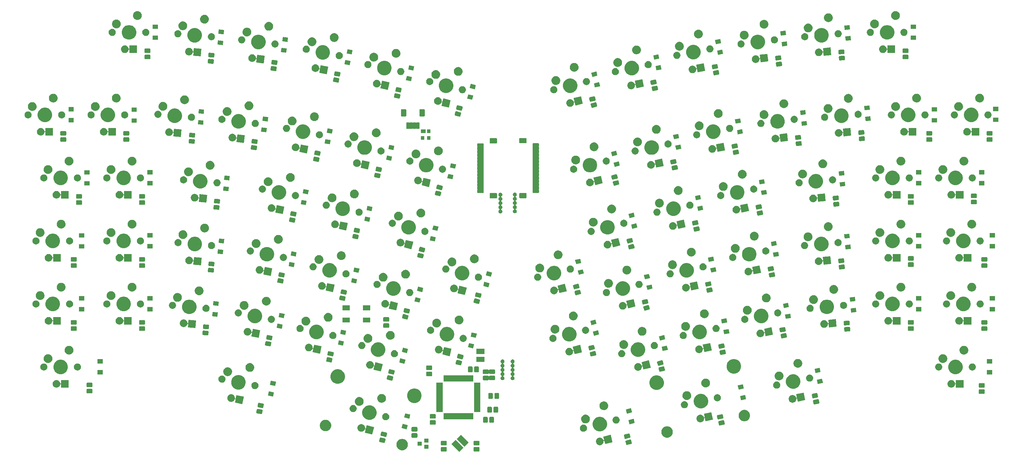
<source format=gbs>
G04 #@! TF.GenerationSoftware,KiCad,Pcbnew,(5.0.2)-1*
G04 #@! TF.CreationDate,2019-04-06T17:54:21-07:00*
G04 #@! TF.ProjectId,AergoPcb,41657267-6f50-4636-922e-6b696361645f,rev?*
G04 #@! TF.SameCoordinates,Original*
G04 #@! TF.FileFunction,Soldermask,Bot*
G04 #@! TF.FilePolarity,Negative*
%FSLAX46Y46*%
G04 Gerber Fmt 4.6, Leading zero omitted, Abs format (unit mm)*
G04 Created by KiCad (PCBNEW (5.0.2)-1) date 4/6/2019 5:54:21 PM*
%MOMM*%
%LPD*%
G01*
G04 APERTURE LIST*
%ADD10C,0.100000*%
G04 APERTURE END LIST*
D10*
G36*
X210023763Y-196609770D02*
X208750970Y-197882563D01*
X206417518Y-195549111D01*
X207690311Y-194276318D01*
X210023763Y-196609770D01*
X210023763Y-196609770D01*
G37*
G36*
X214643097Y-196417897D02*
X214695753Y-196433870D01*
X214744265Y-196459800D01*
X214786796Y-196494704D01*
X214821700Y-196537235D01*
X214847630Y-196585747D01*
X214863603Y-196638403D01*
X214869600Y-196699290D01*
X214869600Y-197499510D01*
X214863603Y-197560397D01*
X214847630Y-197613053D01*
X214821700Y-197661565D01*
X214786796Y-197704096D01*
X214744265Y-197739000D01*
X214695753Y-197764930D01*
X214643097Y-197780903D01*
X214582210Y-197786900D01*
X213356990Y-197786900D01*
X213296103Y-197780903D01*
X213243447Y-197764930D01*
X213194935Y-197739000D01*
X213152404Y-197704096D01*
X213117500Y-197661565D01*
X213091570Y-197613053D01*
X213075597Y-197560397D01*
X213069600Y-197499510D01*
X213069600Y-196699290D01*
X213075597Y-196638403D01*
X213091570Y-196585747D01*
X213117500Y-196537235D01*
X213152404Y-196494704D01*
X213194935Y-196459800D01*
X213243447Y-196433870D01*
X213296103Y-196417897D01*
X213356990Y-196411900D01*
X214582210Y-196411900D01*
X214643097Y-196417897D01*
X214643097Y-196417897D01*
G37*
G36*
X204737097Y-196417897D02*
X204789753Y-196433870D01*
X204838265Y-196459800D01*
X204880796Y-196494704D01*
X204915700Y-196537235D01*
X204941630Y-196585747D01*
X204957603Y-196638403D01*
X204963600Y-196699290D01*
X204963600Y-197499510D01*
X204957603Y-197560397D01*
X204941630Y-197613053D01*
X204915700Y-197661565D01*
X204880796Y-197704096D01*
X204838265Y-197739000D01*
X204789753Y-197764930D01*
X204737097Y-197780903D01*
X204676210Y-197786900D01*
X203450990Y-197786900D01*
X203390103Y-197780903D01*
X203337447Y-197764930D01*
X203288935Y-197739000D01*
X203246404Y-197704096D01*
X203211500Y-197661565D01*
X203185570Y-197613053D01*
X203169597Y-197560397D01*
X203163600Y-197499510D01*
X203163600Y-196699290D01*
X203169597Y-196638403D01*
X203185570Y-196585747D01*
X203211500Y-196537235D01*
X203246404Y-196494704D01*
X203288935Y-196459800D01*
X203337447Y-196433870D01*
X203390103Y-196417897D01*
X203450990Y-196411900D01*
X204676210Y-196411900D01*
X204737097Y-196417897D01*
X204737097Y-196417897D01*
G37*
G36*
X191981896Y-194043743D02*
X192295643Y-194173701D01*
X192578013Y-194362375D01*
X192818140Y-194602502D01*
X193006814Y-194884872D01*
X193136772Y-195198619D01*
X193203024Y-195531690D01*
X193203024Y-195871292D01*
X193136772Y-196204363D01*
X193006814Y-196518110D01*
X192818140Y-196800480D01*
X192578013Y-197040607D01*
X192295643Y-197229281D01*
X191981896Y-197359239D01*
X191648825Y-197425491D01*
X191309223Y-197425491D01*
X190976152Y-197359239D01*
X190662405Y-197229281D01*
X190380035Y-197040607D01*
X190139908Y-196800480D01*
X189951234Y-196518110D01*
X189821276Y-196204363D01*
X189755024Y-195871292D01*
X189755024Y-195531690D01*
X189821276Y-195198619D01*
X189951234Y-194884872D01*
X190139908Y-194602502D01*
X190380035Y-194362375D01*
X190662405Y-194173701D01*
X190976152Y-194043743D01*
X191309223Y-193977491D01*
X191648825Y-193977491D01*
X191981896Y-194043743D01*
X191981896Y-194043743D01*
G37*
G36*
X199430400Y-196967400D02*
X198130400Y-196967400D01*
X198130400Y-195767400D01*
X199430400Y-195767400D01*
X199430400Y-196967400D01*
X199430400Y-196967400D01*
G37*
G36*
X211579398Y-195054135D02*
X210306605Y-196326928D01*
X207973153Y-193993476D01*
X209245946Y-192720683D01*
X211579398Y-195054135D01*
X211579398Y-195054135D01*
G37*
G36*
X197430400Y-196017400D02*
X196130400Y-196017400D01*
X196130400Y-194817400D01*
X197430400Y-194817400D01*
X197430400Y-196017400D01*
X197430400Y-196017400D01*
G37*
G36*
X214643097Y-194542897D02*
X214695753Y-194558870D01*
X214744265Y-194584800D01*
X214786796Y-194619704D01*
X214821700Y-194662235D01*
X214847630Y-194710747D01*
X214863603Y-194763403D01*
X214869600Y-194824290D01*
X214869600Y-195624510D01*
X214863603Y-195685397D01*
X214847630Y-195738053D01*
X214821700Y-195786565D01*
X214786796Y-195829096D01*
X214744265Y-195864000D01*
X214695753Y-195889930D01*
X214643097Y-195905903D01*
X214582210Y-195911900D01*
X213356990Y-195911900D01*
X213296103Y-195905903D01*
X213243447Y-195889930D01*
X213194935Y-195864000D01*
X213152404Y-195829096D01*
X213117500Y-195786565D01*
X213091570Y-195738053D01*
X213075597Y-195685397D01*
X213069600Y-195624510D01*
X213069600Y-194824290D01*
X213075597Y-194763403D01*
X213091570Y-194710747D01*
X213117500Y-194662235D01*
X213152404Y-194619704D01*
X213194935Y-194584800D01*
X213243447Y-194558870D01*
X213296103Y-194542897D01*
X213356990Y-194536900D01*
X214582210Y-194536900D01*
X214643097Y-194542897D01*
X214643097Y-194542897D01*
G37*
G36*
X204737097Y-194542897D02*
X204789753Y-194558870D01*
X204838265Y-194584800D01*
X204880796Y-194619704D01*
X204915700Y-194662235D01*
X204941630Y-194710747D01*
X204957603Y-194763403D01*
X204963600Y-194824290D01*
X204963600Y-195624510D01*
X204957603Y-195685397D01*
X204941630Y-195738053D01*
X204915700Y-195786565D01*
X204880796Y-195829096D01*
X204838265Y-195864000D01*
X204789753Y-195889930D01*
X204737097Y-195905903D01*
X204676210Y-195911900D01*
X203450990Y-195911900D01*
X203390103Y-195905903D01*
X203337447Y-195889930D01*
X203288935Y-195864000D01*
X203246404Y-195829096D01*
X203211500Y-195786565D01*
X203185570Y-195738053D01*
X203169597Y-195685397D01*
X203163600Y-195624510D01*
X203163600Y-194824290D01*
X203169597Y-194763403D01*
X203185570Y-194710747D01*
X203211500Y-194662235D01*
X203246404Y-194619704D01*
X203288935Y-194584800D01*
X203337447Y-194558870D01*
X203390103Y-194542897D01*
X203450990Y-194536900D01*
X204676210Y-194536900D01*
X204737097Y-194542897D01*
X204737097Y-194542897D01*
G37*
G36*
X255085520Y-194963362D02*
X252848988Y-195520992D01*
X252622675Y-194613300D01*
X252614445Y-194590219D01*
X252601870Y-194569187D01*
X252585434Y-194551013D01*
X252565768Y-194536394D01*
X252543628Y-194525893D01*
X252519864Y-194519913D01*
X252495391Y-194518684D01*
X252471148Y-194522253D01*
X252448067Y-194530483D01*
X252427035Y-194543058D01*
X252408861Y-194559494D01*
X252394242Y-194579160D01*
X252383741Y-194601300D01*
X252377761Y-194625064D01*
X252376388Y-194643540D01*
X252376388Y-194851906D01*
X252367602Y-194896076D01*
X252332098Y-195074565D01*
X252311270Y-195124847D01*
X252245221Y-195284305D01*
X252119091Y-195473072D01*
X251958567Y-195633596D01*
X251769800Y-195759726D01*
X251682728Y-195795792D01*
X251560060Y-195846603D01*
X251485840Y-195861366D01*
X251337401Y-195890893D01*
X251110375Y-195890893D01*
X250961936Y-195861366D01*
X250887716Y-195846603D01*
X250765048Y-195795792D01*
X250677976Y-195759726D01*
X250489209Y-195633596D01*
X250328685Y-195473072D01*
X250202555Y-195284305D01*
X250136506Y-195124847D01*
X250115678Y-195074565D01*
X250080174Y-194896076D01*
X250071388Y-194851906D01*
X250071388Y-194624880D01*
X250115678Y-194402222D01*
X250202555Y-194192481D01*
X250328685Y-194003714D01*
X250489209Y-193843190D01*
X250677976Y-193717060D01*
X250807649Y-193663348D01*
X250887716Y-193630183D01*
X250965579Y-193614695D01*
X251110375Y-193585893D01*
X251337401Y-193585893D01*
X251482197Y-193614695D01*
X251560060Y-193630183D01*
X251640127Y-193663348D01*
X251769800Y-193717060D01*
X251958567Y-193843190D01*
X252119091Y-194003714D01*
X252245221Y-194192480D01*
X252286153Y-194291301D01*
X252297704Y-194312912D01*
X252313249Y-194331854D01*
X252332191Y-194347399D01*
X252353802Y-194358951D01*
X252377251Y-194366064D01*
X252401637Y-194368466D01*
X252426024Y-194366064D01*
X252449473Y-194358951D01*
X252471084Y-194347400D01*
X252490026Y-194331855D01*
X252505571Y-194312913D01*
X252517123Y-194291302D01*
X252524236Y-194267853D01*
X252526638Y-194243467D01*
X252522925Y-194213226D01*
X252291358Y-193284460D01*
X254527890Y-192726830D01*
X255085520Y-194963362D01*
X255085520Y-194963362D01*
G37*
G36*
X260500103Y-194162896D02*
X260553458Y-194176322D01*
X260603166Y-194199899D01*
X260647319Y-194232719D01*
X260684220Y-194273523D01*
X260712453Y-194320742D01*
X260733004Y-194378378D01*
X260841575Y-194813836D01*
X260912177Y-195097002D01*
X260926593Y-195154824D01*
X260935505Y-195215356D01*
X260932745Y-195270305D01*
X260919320Y-195323657D01*
X260895741Y-195373369D01*
X260862924Y-195417516D01*
X260822113Y-195454425D01*
X260774902Y-195482652D01*
X260717260Y-195503206D01*
X259528441Y-195799612D01*
X259467909Y-195808524D01*
X259412961Y-195805764D01*
X259359606Y-195792338D01*
X259309898Y-195768761D01*
X259265745Y-195735941D01*
X259228844Y-195695137D01*
X259200611Y-195647918D01*
X259180060Y-195590282D01*
X259017296Y-194937469D01*
X259000105Y-194868521D01*
X259000104Y-194868517D01*
X258986471Y-194813836D01*
X258977559Y-194753304D01*
X258980319Y-194698355D01*
X258993744Y-194645003D01*
X259017323Y-194595291D01*
X259050140Y-194551144D01*
X259090951Y-194514235D01*
X259138162Y-194486008D01*
X259195804Y-194465454D01*
X260384623Y-194169048D01*
X260445155Y-194160136D01*
X260500103Y-194162896D01*
X260500103Y-194162896D01*
G37*
G36*
X185068109Y-193570918D02*
X185487155Y-193675398D01*
X186202249Y-193853691D01*
X186202251Y-193853692D01*
X186256931Y-193867325D01*
X186314567Y-193887876D01*
X186361786Y-193916109D01*
X186402590Y-193953010D01*
X186435410Y-193997163D01*
X186458987Y-194046871D01*
X186472413Y-194100226D01*
X186475173Y-194155174D01*
X186466261Y-194215706D01*
X186452628Y-194270387D01*
X186452627Y-194270391D01*
X186428773Y-194366064D01*
X186272673Y-194992149D01*
X186252119Y-195049791D01*
X186223892Y-195097002D01*
X186186983Y-195137813D01*
X186142836Y-195170630D01*
X186093124Y-195194209D01*
X186039772Y-195207634D01*
X185984823Y-195210394D01*
X185924291Y-195201482D01*
X185084703Y-194992149D01*
X184790151Y-194918709D01*
X184790149Y-194918708D01*
X184735469Y-194905075D01*
X184677833Y-194884524D01*
X184630614Y-194856291D01*
X184589810Y-194819390D01*
X184556990Y-194775237D01*
X184533413Y-194725529D01*
X184519987Y-194672174D01*
X184517227Y-194617226D01*
X184526139Y-194556694D01*
X184546644Y-194474454D01*
X184609694Y-194221571D01*
X184719727Y-193780251D01*
X184740281Y-193722609D01*
X184768508Y-193675398D01*
X184805417Y-193634587D01*
X184849564Y-193601770D01*
X184899276Y-193578191D01*
X184952628Y-193564766D01*
X185007577Y-193562006D01*
X185068109Y-193570918D01*
X185068109Y-193570918D01*
G37*
G36*
X199430400Y-195067400D02*
X198130400Y-195067400D01*
X198130400Y-193867400D01*
X199430400Y-193867400D01*
X199430400Y-195067400D01*
X199430400Y-195067400D01*
G37*
G36*
X260046499Y-192343592D02*
X260099854Y-192357018D01*
X260149562Y-192380595D01*
X260193715Y-192413415D01*
X260230616Y-192454219D01*
X260258849Y-192501438D01*
X260279400Y-192559074D01*
X260384984Y-192982549D01*
X260458573Y-193277698D01*
X260472989Y-193335520D01*
X260481901Y-193396052D01*
X260479141Y-193451001D01*
X260465716Y-193504353D01*
X260442137Y-193554065D01*
X260409320Y-193598212D01*
X260368509Y-193635121D01*
X260321298Y-193663348D01*
X260263656Y-193683902D01*
X259074837Y-193980308D01*
X259014305Y-193989220D01*
X258959357Y-193986460D01*
X258906002Y-193973034D01*
X258856294Y-193949457D01*
X258812141Y-193916637D01*
X258775240Y-193875833D01*
X258747007Y-193828614D01*
X258726456Y-193770978D01*
X258592221Y-193232589D01*
X258546501Y-193049217D01*
X258546500Y-193049213D01*
X258532867Y-192994532D01*
X258523955Y-192934000D01*
X258526715Y-192879051D01*
X258540140Y-192825699D01*
X258563719Y-192775987D01*
X258596536Y-192731840D01*
X258637347Y-192694931D01*
X258684558Y-192666704D01*
X258742200Y-192646150D01*
X259931019Y-192349744D01*
X259991551Y-192340832D01*
X260046499Y-192343592D01*
X260046499Y-192343592D01*
G37*
G36*
X195872497Y-192252297D02*
X195925153Y-192268270D01*
X195973665Y-192294200D01*
X196016196Y-192329104D01*
X196051100Y-192371635D01*
X196077030Y-192420147D01*
X196093003Y-192472803D01*
X196099000Y-192533690D01*
X196099000Y-193333910D01*
X196093003Y-193394797D01*
X196077030Y-193447453D01*
X196051100Y-193495965D01*
X196016196Y-193538496D01*
X195973665Y-193573400D01*
X195925153Y-193599330D01*
X195872497Y-193615303D01*
X195811610Y-193621300D01*
X194586390Y-193621300D01*
X194525503Y-193615303D01*
X194472847Y-193599330D01*
X194424335Y-193573400D01*
X194381804Y-193538496D01*
X194346900Y-193495965D01*
X194320970Y-193447453D01*
X194304997Y-193394797D01*
X194299000Y-193333910D01*
X194299000Y-192533690D01*
X194304997Y-192472803D01*
X194320970Y-192420147D01*
X194346900Y-192371635D01*
X194381804Y-192329104D01*
X194424335Y-192294200D01*
X194472847Y-192268270D01*
X194525503Y-192252297D01*
X194586390Y-192246300D01*
X195811610Y-192246300D01*
X195872497Y-192252297D01*
X195872497Y-192252297D01*
G37*
G36*
X272082966Y-190235723D02*
X272396713Y-190365681D01*
X272679083Y-190554355D01*
X272919210Y-190794482D01*
X273107884Y-191076852D01*
X273237842Y-191390599D01*
X273304094Y-191723670D01*
X273304094Y-192063272D01*
X273237842Y-192396343D01*
X273107884Y-192710090D01*
X272919210Y-192992460D01*
X272679083Y-193232587D01*
X272396713Y-193421261D01*
X272082966Y-193551219D01*
X271749895Y-193617471D01*
X271410293Y-193617471D01*
X271077222Y-193551219D01*
X270763475Y-193421261D01*
X270481105Y-193232587D01*
X270240978Y-192992460D01*
X270052304Y-192710090D01*
X269922346Y-192396343D01*
X269856094Y-192063272D01*
X269856094Y-191723670D01*
X269922346Y-191390599D01*
X270052304Y-191076852D01*
X270240978Y-190794482D01*
X270481105Y-190554355D01*
X270763475Y-190365681D01*
X271077222Y-190235723D01*
X271410293Y-190169471D01*
X271749895Y-190169471D01*
X272082966Y-190235723D01*
X272082966Y-190235723D01*
G37*
G36*
X185521713Y-191751614D02*
X185893608Y-191844338D01*
X186655853Y-192034387D01*
X186655855Y-192034388D01*
X186710535Y-192048021D01*
X186768171Y-192068572D01*
X186815390Y-192096805D01*
X186856194Y-192133706D01*
X186889014Y-192177859D01*
X186912591Y-192227567D01*
X186926017Y-192280922D01*
X186928777Y-192335870D01*
X186919865Y-192396402D01*
X186906232Y-192451083D01*
X186906231Y-192451087D01*
X186881498Y-192550285D01*
X186726277Y-193172845D01*
X186705723Y-193230487D01*
X186677496Y-193277698D01*
X186640587Y-193318509D01*
X186596440Y-193351326D01*
X186546728Y-193374905D01*
X186493376Y-193388330D01*
X186438427Y-193391090D01*
X186377895Y-193382178D01*
X185538307Y-193172845D01*
X185243755Y-193099405D01*
X185243753Y-193099404D01*
X185189073Y-193085771D01*
X185131437Y-193065220D01*
X185084218Y-193036987D01*
X185043414Y-193000086D01*
X185010594Y-192955933D01*
X184987017Y-192906225D01*
X184973591Y-192852870D01*
X184970831Y-192797922D01*
X184979743Y-192737390D01*
X184996711Y-192669336D01*
X185063298Y-192402267D01*
X185173331Y-191960947D01*
X185193885Y-191903305D01*
X185222112Y-191856094D01*
X185259021Y-191815283D01*
X185303168Y-191782466D01*
X185352880Y-191758887D01*
X185406232Y-191745462D01*
X185461181Y-191742702D01*
X185521713Y-191751614D01*
X185521713Y-191751614D01*
G37*
G36*
X179386171Y-189534800D02*
X179460391Y-189549563D01*
X179547268Y-189585549D01*
X179670131Y-189636440D01*
X179858898Y-189762570D01*
X180019422Y-189923094D01*
X180145552Y-190111861D01*
X180232429Y-190321602D01*
X180276719Y-190544260D01*
X180276719Y-190752626D01*
X180279121Y-190777012D01*
X180286234Y-190800461D01*
X180297785Y-190822072D01*
X180313331Y-190841014D01*
X180332273Y-190856560D01*
X180353884Y-190868111D01*
X180377333Y-190875224D01*
X180401719Y-190877626D01*
X180426105Y-190875224D01*
X180449554Y-190868111D01*
X180471165Y-190856560D01*
X180490107Y-190841014D01*
X180505653Y-190822072D01*
X180517204Y-190800461D01*
X180523006Y-190782866D01*
X180749319Y-189875174D01*
X182985851Y-190432804D01*
X182428221Y-192669336D01*
X180191689Y-192111706D01*
X180196702Y-192091600D01*
X180423256Y-191182940D01*
X180426825Y-191158697D01*
X180425596Y-191134224D01*
X180419616Y-191110460D01*
X180409115Y-191088320D01*
X180394496Y-191068654D01*
X180376322Y-191052218D01*
X180355290Y-191039643D01*
X180332209Y-191031413D01*
X180307966Y-191027844D01*
X180283493Y-191029073D01*
X180259729Y-191035053D01*
X180237589Y-191045554D01*
X180217923Y-191060173D01*
X180201487Y-191078347D01*
X180186484Y-191104865D01*
X180145552Y-191203686D01*
X180019422Y-191392452D01*
X179858898Y-191552976D01*
X179670131Y-191679106D01*
X179571080Y-191720134D01*
X179460391Y-191765983D01*
X179413757Y-191775259D01*
X179237732Y-191810273D01*
X179010706Y-191810273D01*
X178834681Y-191775259D01*
X178788047Y-191765983D01*
X178677358Y-191720134D01*
X178578307Y-191679106D01*
X178389540Y-191552976D01*
X178229016Y-191392452D01*
X178102886Y-191203685D01*
X178037386Y-191045554D01*
X178016009Y-190993945D01*
X177981821Y-190822072D01*
X177971719Y-190771286D01*
X177971719Y-190544260D01*
X178016009Y-190321602D01*
X178102886Y-190111861D01*
X178229016Y-189923094D01*
X178389540Y-189762570D01*
X178578307Y-189636440D01*
X178701170Y-189585549D01*
X178788047Y-189549563D01*
X178862267Y-189534800D01*
X179010706Y-189505273D01*
X179237732Y-189505273D01*
X179386171Y-189534800D01*
X179386171Y-189534800D01*
G37*
G36*
X246611664Y-189697325D02*
X246807301Y-189778360D01*
X246983373Y-189896008D01*
X247133103Y-190045738D01*
X247250751Y-190221810D01*
X247331786Y-190417447D01*
X247373098Y-190625135D01*
X247373098Y-190836891D01*
X247331786Y-191044579D01*
X247250751Y-191240216D01*
X247133103Y-191416288D01*
X246983373Y-191566018D01*
X246807301Y-191683666D01*
X246625700Y-191758887D01*
X246611664Y-191764701D01*
X246403976Y-191806013D01*
X246192220Y-191806013D01*
X245984532Y-191764701D01*
X245970496Y-191758887D01*
X245788895Y-191683666D01*
X245612823Y-191566018D01*
X245463093Y-191416288D01*
X245345445Y-191240216D01*
X245264410Y-191044579D01*
X245223098Y-190836891D01*
X245223098Y-190625135D01*
X245264410Y-190417447D01*
X245345445Y-190221810D01*
X245463093Y-190045738D01*
X245612823Y-189896008D01*
X245788895Y-189778360D01*
X245984532Y-189697325D01*
X246192220Y-189656013D01*
X246403976Y-189656013D01*
X246611664Y-189697325D01*
X246611664Y-189697325D01*
G37*
G36*
X195872497Y-190377297D02*
X195925153Y-190393270D01*
X195973665Y-190419200D01*
X196016196Y-190454104D01*
X196051100Y-190496635D01*
X196077030Y-190545147D01*
X196093003Y-190597803D01*
X196099000Y-190658690D01*
X196099000Y-191458910D01*
X196093003Y-191519797D01*
X196077030Y-191572453D01*
X196051100Y-191620965D01*
X196016196Y-191663496D01*
X195973665Y-191698400D01*
X195925153Y-191724330D01*
X195872497Y-191740303D01*
X195811610Y-191746300D01*
X194586390Y-191746300D01*
X194525503Y-191740303D01*
X194472847Y-191724330D01*
X194424335Y-191698400D01*
X194381804Y-191663496D01*
X194346900Y-191620965D01*
X194320970Y-191572453D01*
X194304997Y-191519797D01*
X194299000Y-191458910D01*
X194299000Y-190658690D01*
X194304997Y-190597803D01*
X194320970Y-190545147D01*
X194346900Y-190496635D01*
X194381804Y-190454104D01*
X194424335Y-190419200D01*
X194472847Y-190393270D01*
X194525503Y-190377297D01*
X194586390Y-190371300D01*
X195811610Y-190371300D01*
X195872497Y-190377297D01*
X195872497Y-190377297D01*
G37*
G36*
X251867134Y-187392460D02*
X251867136Y-187392461D01*
X251867137Y-187392461D01*
X252266401Y-187557841D01*
X252625730Y-187797937D01*
X252931313Y-188103520D01*
X253171409Y-188462849D01*
X253336789Y-188862113D01*
X253336790Y-188862116D01*
X253421100Y-189285968D01*
X253421100Y-189718132D01*
X253342782Y-190111861D01*
X253336789Y-190141987D01*
X253171409Y-190541251D01*
X252931313Y-190900580D01*
X252625730Y-191206163D01*
X252266401Y-191446259D01*
X251867137Y-191611639D01*
X251867136Y-191611639D01*
X251867134Y-191611640D01*
X251443282Y-191695950D01*
X251011118Y-191695950D01*
X250587266Y-191611640D01*
X250587264Y-191611639D01*
X250587263Y-191611639D01*
X250187999Y-191446259D01*
X249828670Y-191206163D01*
X249523087Y-190900580D01*
X249282991Y-190541251D01*
X249117611Y-190141987D01*
X249111619Y-190111861D01*
X249033300Y-189718132D01*
X249033300Y-189285968D01*
X249117610Y-188862116D01*
X249117611Y-188862113D01*
X249282991Y-188462849D01*
X249523087Y-188103520D01*
X249828670Y-187797937D01*
X250187999Y-187557841D01*
X250587263Y-187392461D01*
X250587264Y-187392461D01*
X250587266Y-187392460D01*
X251011118Y-187308150D01*
X251443282Y-187308150D01*
X251867134Y-187392460D01*
X251867134Y-187392460D01*
G37*
G36*
X168815115Y-188267616D02*
X169128862Y-188397574D01*
X169411232Y-188586248D01*
X169651359Y-188826375D01*
X169840033Y-189108745D01*
X169969991Y-189422492D01*
X170036243Y-189755563D01*
X170036243Y-190095165D01*
X169969991Y-190428236D01*
X169840033Y-190741983D01*
X169651359Y-191024353D01*
X169411232Y-191264480D01*
X169128862Y-191453154D01*
X168815115Y-191583112D01*
X168482044Y-191649364D01*
X168142442Y-191649364D01*
X167809371Y-191583112D01*
X167495624Y-191453154D01*
X167213254Y-191264480D01*
X166973127Y-191024353D01*
X166784453Y-190741983D01*
X166654495Y-190428236D01*
X166588243Y-190095165D01*
X166588243Y-189755563D01*
X166654495Y-189422492D01*
X166784453Y-189108745D01*
X166973127Y-188826375D01*
X167213254Y-188586248D01*
X167495624Y-188397574D01*
X167809371Y-188267616D01*
X168142442Y-188201364D01*
X168482044Y-188201364D01*
X168815115Y-188267616D01*
X168815115Y-188267616D01*
G37*
G36*
X193171305Y-189827459D02*
X193171305Y-189827460D01*
X192856806Y-191088844D01*
X191304333Y-190701769D01*
X191330255Y-190597803D01*
X191618832Y-189440384D01*
X193171305Y-189827459D01*
X193171305Y-189827459D01*
G37*
G36*
X288607912Y-188326437D02*
X288660760Y-188341715D01*
X288709613Y-188367012D01*
X288752597Y-188401356D01*
X288788052Y-188443423D01*
X288814618Y-188491597D01*
X288833147Y-188549920D01*
X288999519Y-189332641D01*
X289006314Y-189393452D01*
X289001638Y-189448274D01*
X288986360Y-189501122D01*
X288961063Y-189549975D01*
X288926721Y-189592956D01*
X288884650Y-189628414D01*
X288836476Y-189654981D01*
X288778155Y-189673509D01*
X287579721Y-189928244D01*
X287518910Y-189935039D01*
X287464088Y-189930363D01*
X287411240Y-189915085D01*
X287362387Y-189889788D01*
X287319403Y-189855444D01*
X287283948Y-189813377D01*
X287257382Y-189765203D01*
X287238853Y-189706880D01*
X287072481Y-188924159D01*
X287065686Y-188863348D01*
X287070362Y-188808526D01*
X287085640Y-188755678D01*
X287110937Y-188706825D01*
X287145279Y-188663844D01*
X287187350Y-188628386D01*
X287235524Y-188601819D01*
X287293845Y-188583291D01*
X288492279Y-188328556D01*
X288553090Y-188321761D01*
X288607912Y-188326437D01*
X288607912Y-188326437D01*
G37*
G36*
X201396997Y-188327997D02*
X201449653Y-188343970D01*
X201498165Y-188369900D01*
X201540696Y-188404804D01*
X201575600Y-188447335D01*
X201601530Y-188495847D01*
X201617503Y-188548503D01*
X201623500Y-188609390D01*
X201623500Y-189409610D01*
X201617503Y-189470497D01*
X201601530Y-189523153D01*
X201575600Y-189571665D01*
X201540696Y-189614196D01*
X201498165Y-189649100D01*
X201449653Y-189675030D01*
X201396997Y-189691003D01*
X201336110Y-189697000D01*
X200110890Y-189697000D01*
X200050003Y-189691003D01*
X199997347Y-189675030D01*
X199948835Y-189649100D01*
X199906304Y-189614196D01*
X199871400Y-189571665D01*
X199845470Y-189523153D01*
X199829497Y-189470497D01*
X199823500Y-189409610D01*
X199823500Y-188609390D01*
X199829497Y-188548503D01*
X199845470Y-188495847D01*
X199871400Y-188447335D01*
X199906304Y-188404804D01*
X199948835Y-188369900D01*
X199997347Y-188343970D01*
X200050003Y-188327997D01*
X200110890Y-188322000D01*
X201336110Y-188322000D01*
X201396997Y-188327997D01*
X201396997Y-188327997D01*
G37*
G36*
X261771535Y-189114000D02*
X261786804Y-189175243D01*
X260234331Y-189562318D01*
X260165429Y-189285968D01*
X259919832Y-188300934D01*
X259919832Y-188300933D01*
X261472305Y-187913858D01*
X261771535Y-189114000D01*
X261771535Y-189114000D01*
G37*
G36*
X256469868Y-187239399D02*
X256665505Y-187320434D01*
X256841577Y-187438082D01*
X256991307Y-187587812D01*
X257108955Y-187763884D01*
X257189990Y-187959521D01*
X257231302Y-188167209D01*
X257231302Y-188378965D01*
X257189990Y-188586653D01*
X257108955Y-188782290D01*
X256991307Y-188958362D01*
X256841577Y-189108092D01*
X256665505Y-189225740D01*
X256469868Y-189306775D01*
X256262180Y-189348087D01*
X256050424Y-189348087D01*
X255842736Y-189306775D01*
X255647099Y-189225740D01*
X255471027Y-189108092D01*
X255321297Y-188958362D01*
X255203649Y-188782290D01*
X255122614Y-188586653D01*
X255081302Y-188378965D01*
X255081302Y-188167209D01*
X255122614Y-187959521D01*
X255203649Y-187763884D01*
X255321297Y-187587812D01*
X255471027Y-187438082D01*
X255647099Y-187320434D01*
X255842736Y-187239399D01*
X256050424Y-187198087D01*
X256262180Y-187198087D01*
X256469868Y-187239399D01*
X256469868Y-187239399D01*
G37*
G36*
X247171986Y-186659203D02*
X247302380Y-186685140D01*
X247482075Y-186759572D01*
X247543515Y-186785021D01*
X247760533Y-186930028D01*
X247945085Y-187114580D01*
X247945087Y-187114583D01*
X248090092Y-187331598D01*
X248183805Y-187557841D01*
X248189973Y-187572734D01*
X248240892Y-187828718D01*
X248240892Y-188089724D01*
X248229246Y-188148270D01*
X248189973Y-188345709D01*
X248106689Y-188546774D01*
X248090092Y-188586844D01*
X247945085Y-188803862D01*
X247760533Y-188988414D01*
X247760530Y-188988416D01*
X247543515Y-189133421D01*
X247302380Y-189233302D01*
X247217051Y-189250275D01*
X247046395Y-189284221D01*
X246785389Y-189284221D01*
X246614733Y-189250275D01*
X246529404Y-189233302D01*
X246288269Y-189133421D01*
X246071254Y-188988416D01*
X246071251Y-188988414D01*
X245886699Y-188803862D01*
X245741692Y-188586844D01*
X245725095Y-188546774D01*
X245641811Y-188345709D01*
X245602538Y-188148270D01*
X245590892Y-188089724D01*
X245590892Y-187828718D01*
X245641811Y-187572734D01*
X245647980Y-187557841D01*
X245741692Y-187331598D01*
X245886697Y-187114583D01*
X245886699Y-187114580D01*
X246071251Y-186930028D01*
X246288269Y-186785021D01*
X246349709Y-186759572D01*
X246529404Y-186685140D01*
X246659798Y-186659203D01*
X246785389Y-186634221D01*
X247046395Y-186634221D01*
X247171986Y-186659203D01*
X247171986Y-186659203D01*
G37*
G36*
X217122997Y-187319997D02*
X217175653Y-187335970D01*
X217224165Y-187361900D01*
X217266696Y-187396804D01*
X217301600Y-187439335D01*
X217327530Y-187487847D01*
X217343503Y-187540503D01*
X217349500Y-187601390D01*
X217349500Y-188826610D01*
X217343503Y-188887497D01*
X217327530Y-188940153D01*
X217301600Y-188988665D01*
X217266696Y-189031196D01*
X217224165Y-189066100D01*
X217175653Y-189092030D01*
X217122997Y-189108003D01*
X217062110Y-189114000D01*
X216261890Y-189114000D01*
X216201003Y-189108003D01*
X216148347Y-189092030D01*
X216099835Y-189066100D01*
X216057304Y-189031196D01*
X216022400Y-188988665D01*
X215996470Y-188940153D01*
X215980497Y-188887497D01*
X215974500Y-188826610D01*
X215974500Y-187601390D01*
X215980497Y-187540503D01*
X215996470Y-187487847D01*
X216022400Y-187439335D01*
X216057304Y-187396804D01*
X216099835Y-187361900D01*
X216148347Y-187335970D01*
X216201003Y-187319997D01*
X216261890Y-187314000D01*
X217062110Y-187314000D01*
X217122997Y-187319997D01*
X217122997Y-187319997D01*
G37*
G36*
X218997997Y-187319997D02*
X219050653Y-187335970D01*
X219099165Y-187361900D01*
X219141696Y-187396804D01*
X219176600Y-187439335D01*
X219202530Y-187487847D01*
X219218503Y-187540503D01*
X219224500Y-187601390D01*
X219224500Y-188826610D01*
X219218503Y-188887497D01*
X219202530Y-188940153D01*
X219176600Y-188988665D01*
X219141696Y-189031196D01*
X219099165Y-189066100D01*
X219050653Y-189092030D01*
X218997997Y-189108003D01*
X218937110Y-189114000D01*
X218136890Y-189114000D01*
X218076003Y-189108003D01*
X218023347Y-189092030D01*
X217974835Y-189066100D01*
X217932304Y-189031196D01*
X217897400Y-188988665D01*
X217871470Y-188940153D01*
X217855497Y-188887497D01*
X217849500Y-188826610D01*
X217849500Y-187601390D01*
X217855497Y-187540503D01*
X217871470Y-187487847D01*
X217897400Y-187439335D01*
X217932304Y-187396804D01*
X217974835Y-187361900D01*
X218023347Y-187335970D01*
X218076003Y-187319997D01*
X218136890Y-187314000D01*
X218937110Y-187314000D01*
X218997997Y-187319997D01*
X218997997Y-187319997D01*
G37*
G36*
X285470330Y-188171699D02*
X283215699Y-188650936D01*
X283018669Y-187723983D01*
X283011250Y-187700629D01*
X282999417Y-187679171D01*
X282983625Y-187660434D01*
X282964481Y-187645138D01*
X282942721Y-187633871D01*
X282919180Y-187627065D01*
X282894765Y-187624983D01*
X282870412Y-187627704D01*
X282847058Y-187635123D01*
X282825600Y-187646956D01*
X282806863Y-187662748D01*
X282791567Y-187681892D01*
X282780300Y-187703652D01*
X282773494Y-187727193D01*
X282771401Y-187749972D01*
X282771401Y-187925611D01*
X282750963Y-188028357D01*
X282727111Y-188148270D01*
X282698424Y-188217527D01*
X282640234Y-188358010D01*
X282514104Y-188546777D01*
X282353580Y-188707301D01*
X282164813Y-188833431D01*
X282041950Y-188884322D01*
X281955073Y-188920308D01*
X281880853Y-188935071D01*
X281732414Y-188964598D01*
X281505388Y-188964598D01*
X281356949Y-188935071D01*
X281282729Y-188920308D01*
X281195852Y-188884322D01*
X281072989Y-188833431D01*
X280884222Y-188707301D01*
X280723698Y-188546777D01*
X280597568Y-188358010D01*
X280539378Y-188217527D01*
X280510691Y-188148270D01*
X280486839Y-188028357D01*
X280466401Y-187925611D01*
X280466401Y-187698585D01*
X280510691Y-187475927D01*
X280512686Y-187471111D01*
X280575027Y-187320605D01*
X280597568Y-187266186D01*
X280723698Y-187077419D01*
X280884222Y-186916895D01*
X281072989Y-186790765D01*
X281234928Y-186723688D01*
X281282729Y-186703888D01*
X281356949Y-186689125D01*
X281505388Y-186659598D01*
X281732414Y-186659598D01*
X281880853Y-186689125D01*
X281955073Y-186703888D01*
X282002874Y-186723688D01*
X282164813Y-186790765D01*
X282353580Y-186916895D01*
X282514104Y-187077419D01*
X282640234Y-187266186D01*
X282697095Y-187403461D01*
X282708646Y-187425072D01*
X282724192Y-187444014D01*
X282743134Y-187459560D01*
X282764744Y-187471111D01*
X282788194Y-187478224D01*
X282812580Y-187480626D01*
X282836966Y-187478224D01*
X282860415Y-187471111D01*
X282882026Y-187459560D01*
X282900968Y-187444014D01*
X282916514Y-187425072D01*
X282928065Y-187403462D01*
X282935178Y-187380012D01*
X282937580Y-187355626D01*
X282934848Y-187329637D01*
X282736462Y-186396305D01*
X284991093Y-185917068D01*
X285470330Y-188171699D01*
X285470330Y-188171699D01*
G37*
G36*
X295437218Y-185271623D02*
X295750965Y-185401581D01*
X296033335Y-185590255D01*
X296273462Y-185830382D01*
X296462136Y-186112752D01*
X296592094Y-186426499D01*
X296658346Y-186759570D01*
X296658346Y-187099172D01*
X296592094Y-187432243D01*
X296462136Y-187745990D01*
X296273462Y-188028360D01*
X296033335Y-188268487D01*
X295750965Y-188457161D01*
X295437218Y-188587119D01*
X295104147Y-188653371D01*
X294764545Y-188653371D01*
X294431474Y-188587119D01*
X294117727Y-188457161D01*
X293835357Y-188268487D01*
X293595230Y-188028360D01*
X293406556Y-187745990D01*
X293276598Y-187432243D01*
X293210346Y-187099172D01*
X293210346Y-186759570D01*
X293276598Y-186426499D01*
X293406556Y-186112752D01*
X293595230Y-185830382D01*
X293835357Y-185590255D01*
X294117727Y-185401581D01*
X294431474Y-185271623D01*
X294764545Y-185205371D01*
X295104147Y-185205371D01*
X295437218Y-185271623D01*
X295437218Y-185271623D01*
G37*
G36*
X186828126Y-186231187D02*
X187023763Y-186312222D01*
X187199835Y-186429870D01*
X187349565Y-186579600D01*
X187467213Y-186755672D01*
X187548248Y-186951309D01*
X187589560Y-187158997D01*
X187589560Y-187370753D01*
X187548248Y-187578441D01*
X187467213Y-187774078D01*
X187349565Y-187950150D01*
X187199835Y-188099880D01*
X187023763Y-188217528D01*
X186828126Y-188298563D01*
X186620438Y-188339875D01*
X186408682Y-188339875D01*
X186200994Y-188298563D01*
X186005357Y-188217528D01*
X185829285Y-188099880D01*
X185679555Y-187950150D01*
X185561907Y-187774078D01*
X185480872Y-187578441D01*
X185439560Y-187370753D01*
X185439560Y-187158997D01*
X185480872Y-186951309D01*
X185561907Y-186755672D01*
X185679555Y-186579600D01*
X185829285Y-186429870D01*
X186005357Y-186312222D01*
X186200994Y-186231187D01*
X186408682Y-186189875D01*
X186620438Y-186189875D01*
X186828126Y-186231187D01*
X186828126Y-186231187D01*
G37*
G36*
X182225392Y-183926322D02*
X182225394Y-183926323D01*
X182225395Y-183926323D01*
X182624659Y-184091703D01*
X182983988Y-184331799D01*
X183289571Y-184637382D01*
X183529667Y-184996711D01*
X183638887Y-185260393D01*
X183695048Y-185395978D01*
X183779358Y-185819830D01*
X183779358Y-186251994D01*
X183698359Y-186659203D01*
X183695047Y-186675849D01*
X183529667Y-187075113D01*
X183289571Y-187434442D01*
X182983988Y-187740025D01*
X182624659Y-187980121D01*
X182225395Y-188145501D01*
X182225394Y-188145501D01*
X182225392Y-188145502D01*
X181801540Y-188229812D01*
X181369376Y-188229812D01*
X180945524Y-188145502D01*
X180945522Y-188145501D01*
X180945521Y-188145501D01*
X180546257Y-187980121D01*
X180186928Y-187740025D01*
X179881345Y-187434442D01*
X179641249Y-187075113D01*
X179475869Y-186675849D01*
X179472558Y-186659203D01*
X179391558Y-186251994D01*
X179391558Y-185819830D01*
X179475868Y-185395978D01*
X179532029Y-185260393D01*
X179641249Y-184996711D01*
X179881345Y-184637382D01*
X180186928Y-184331799D01*
X180546257Y-184091703D01*
X180945521Y-183926323D01*
X180945522Y-183926323D01*
X180945524Y-183926322D01*
X181369376Y-183842012D01*
X181801540Y-183842012D01*
X182225392Y-183926322D01*
X182225392Y-183926322D01*
G37*
G36*
X288218078Y-186492411D02*
X288270926Y-186507689D01*
X288319779Y-186532986D01*
X288362763Y-186567330D01*
X288398218Y-186609397D01*
X288424784Y-186657571D01*
X288443313Y-186715894D01*
X288609685Y-187498615D01*
X288616480Y-187559426D01*
X288611804Y-187614248D01*
X288596526Y-187667096D01*
X288571229Y-187715949D01*
X288536887Y-187758930D01*
X288494816Y-187794388D01*
X288446642Y-187820955D01*
X288388321Y-187839483D01*
X287189887Y-188094218D01*
X287129076Y-188101013D01*
X287074254Y-188096337D01*
X287021406Y-188081059D01*
X286972553Y-188055762D01*
X286929569Y-188021418D01*
X286894114Y-187979351D01*
X286867548Y-187931177D01*
X286849019Y-187872854D01*
X286682647Y-187090133D01*
X286675852Y-187029322D01*
X286680528Y-186974500D01*
X286695806Y-186921652D01*
X286721103Y-186872799D01*
X286755445Y-186829818D01*
X286797516Y-186794360D01*
X286845690Y-186767793D01*
X286904011Y-186749265D01*
X288102445Y-186494530D01*
X288163256Y-186487735D01*
X288218078Y-186492411D01*
X288218078Y-186492411D01*
G37*
G36*
X212958200Y-188056800D02*
X204008200Y-188056800D01*
X204008200Y-186156800D01*
X212958200Y-186156800D01*
X212958200Y-188056800D01*
X212958200Y-188056800D01*
G37*
G36*
X193969647Y-186625483D02*
X193969647Y-186625484D01*
X193655148Y-187886868D01*
X192102675Y-187499793D01*
X192102969Y-187498615D01*
X192417174Y-186238408D01*
X193969647Y-186625483D01*
X193969647Y-186625483D01*
G37*
G36*
X201396997Y-186452997D02*
X201449653Y-186468970D01*
X201498165Y-186494900D01*
X201540696Y-186529804D01*
X201575600Y-186572335D01*
X201601530Y-186620847D01*
X201617503Y-186673503D01*
X201623500Y-186734390D01*
X201623500Y-187534610D01*
X201617503Y-187595497D01*
X201601530Y-187648153D01*
X201575600Y-187696665D01*
X201540696Y-187739196D01*
X201498165Y-187774100D01*
X201449653Y-187800030D01*
X201396997Y-187816003D01*
X201336110Y-187822000D01*
X200110890Y-187822000D01*
X200050003Y-187816003D01*
X199997347Y-187800030D01*
X199948835Y-187774100D01*
X199906304Y-187739196D01*
X199871400Y-187696665D01*
X199845470Y-187648153D01*
X199829497Y-187595497D01*
X199823500Y-187534610D01*
X199823500Y-186734390D01*
X199829497Y-186673503D01*
X199845470Y-186620847D01*
X199871400Y-186572335D01*
X199906304Y-186529804D01*
X199948835Y-186494900D01*
X199997347Y-186468970D01*
X200050003Y-186452997D01*
X200110890Y-186447000D01*
X201336110Y-186447000D01*
X201396997Y-186452997D01*
X201396997Y-186452997D01*
G37*
G36*
X147893894Y-184892153D02*
X149096596Y-185125934D01*
X149155230Y-185143441D01*
X149203864Y-185169165D01*
X149246544Y-185203880D01*
X149281629Y-185246254D01*
X149307776Y-185294662D01*
X149323976Y-185347240D01*
X149329608Y-185401965D01*
X149323876Y-185462883D01*
X149171189Y-186248393D01*
X149153682Y-186307027D01*
X149127958Y-186355661D01*
X149093243Y-186398341D01*
X149050869Y-186433426D01*
X149002461Y-186459573D01*
X148949883Y-186475773D01*
X148895158Y-186481405D01*
X148834240Y-186475673D01*
X147631538Y-186241892D01*
X147572904Y-186224385D01*
X147524270Y-186198661D01*
X147481590Y-186163946D01*
X147446505Y-186121572D01*
X147420358Y-186073164D01*
X147404158Y-186020586D01*
X147398526Y-185965861D01*
X147404258Y-185904943D01*
X147556945Y-185119433D01*
X147574452Y-185060799D01*
X147600176Y-185012165D01*
X147634891Y-184969485D01*
X147677265Y-184934400D01*
X147725673Y-184908253D01*
X147778251Y-184892053D01*
X147832976Y-184886421D01*
X147893894Y-184892153D01*
X147893894Y-184892153D01*
G37*
G36*
X260986616Y-185965861D02*
X260988462Y-185973267D01*
X259435989Y-186360342D01*
X259387022Y-186163946D01*
X259121490Y-185098958D01*
X259121490Y-185098957D01*
X260673963Y-184711882D01*
X260986616Y-185965861D01*
X260986616Y-185965861D01*
G37*
G36*
X218392997Y-184271997D02*
X218445653Y-184287970D01*
X218494165Y-184313900D01*
X218536696Y-184348804D01*
X218571600Y-184391335D01*
X218597530Y-184439847D01*
X218613503Y-184492503D01*
X218619500Y-184553390D01*
X218619500Y-185778610D01*
X218613503Y-185839497D01*
X218597530Y-185892153D01*
X218571600Y-185940665D01*
X218536696Y-185983196D01*
X218494165Y-186018100D01*
X218445653Y-186044030D01*
X218392997Y-186060003D01*
X218332110Y-186066000D01*
X217531890Y-186066000D01*
X217471003Y-186060003D01*
X217418347Y-186044030D01*
X217369835Y-186018100D01*
X217327304Y-185983196D01*
X217292400Y-185940665D01*
X217266470Y-185892153D01*
X217250497Y-185839497D01*
X217244500Y-185778610D01*
X217244500Y-184553390D01*
X217250497Y-184492503D01*
X217266470Y-184439847D01*
X217292400Y-184391335D01*
X217327304Y-184348804D01*
X217369835Y-184313900D01*
X217418347Y-184287970D01*
X217471003Y-184271997D01*
X217531890Y-184266000D01*
X218332110Y-184266000D01*
X218392997Y-184271997D01*
X218392997Y-184271997D01*
G37*
G36*
X220267997Y-184271997D02*
X220320653Y-184287970D01*
X220369165Y-184313900D01*
X220411696Y-184348804D01*
X220446600Y-184391335D01*
X220472530Y-184439847D01*
X220488503Y-184492503D01*
X220494500Y-184553390D01*
X220494500Y-185778610D01*
X220488503Y-185839497D01*
X220472530Y-185892153D01*
X220446600Y-185940665D01*
X220411696Y-185983196D01*
X220369165Y-186018100D01*
X220320653Y-186044030D01*
X220267997Y-186060003D01*
X220207110Y-186066000D01*
X219406890Y-186066000D01*
X219346003Y-186060003D01*
X219293347Y-186044030D01*
X219244835Y-186018100D01*
X219202304Y-185983196D01*
X219167400Y-185940665D01*
X219141470Y-185892153D01*
X219125497Y-185839497D01*
X219119500Y-185778610D01*
X219119500Y-184553390D01*
X219125497Y-184492503D01*
X219141470Y-184439847D01*
X219167400Y-184391335D01*
X219202304Y-184348804D01*
X219244835Y-184313900D01*
X219293347Y-184287970D01*
X219346003Y-184271997D01*
X219406890Y-184266000D01*
X220207110Y-184266000D01*
X220267997Y-184271997D01*
X220267997Y-184271997D01*
G37*
G36*
X176969922Y-183773261D02*
X177165559Y-183854296D01*
X177341631Y-183971944D01*
X177491361Y-184121674D01*
X177609009Y-184297746D01*
X177690044Y-184493383D01*
X177731356Y-184701071D01*
X177731356Y-184912827D01*
X177690044Y-185120515D01*
X177609009Y-185316152D01*
X177491361Y-185492224D01*
X177341631Y-185641954D01*
X177165559Y-185759602D01*
X176969922Y-185840637D01*
X176762234Y-185881949D01*
X176550478Y-185881949D01*
X176342790Y-185840637D01*
X176147153Y-185759602D01*
X175971081Y-185641954D01*
X175821351Y-185492224D01*
X175703703Y-185316152D01*
X175622668Y-185120515D01*
X175581356Y-184912827D01*
X175581356Y-184701071D01*
X175622668Y-184493383D01*
X175703703Y-184297746D01*
X175821351Y-184121674D01*
X175971081Y-183971944D01*
X176147153Y-183854296D01*
X176342790Y-183773261D01*
X176550478Y-183731949D01*
X176762234Y-183731949D01*
X176969922Y-183773261D01*
X176969922Y-183773261D01*
G37*
G36*
X203733200Y-185881800D02*
X201833200Y-185881800D01*
X201833200Y-176931800D01*
X203733200Y-176931800D01*
X203733200Y-185881800D01*
X203733200Y-185881800D01*
G37*
G36*
X215133200Y-185881800D02*
X213233200Y-185881800D01*
X213233200Y-176931800D01*
X215133200Y-176931800D01*
X215133200Y-185881800D01*
X215133200Y-185881800D01*
G37*
G36*
X252763947Y-182667412D02*
X252849276Y-182684385D01*
X253080452Y-182780141D01*
X253090411Y-182784266D01*
X253307429Y-182929273D01*
X253491981Y-183113825D01*
X253491983Y-183113828D01*
X253636988Y-183330843D01*
X253736869Y-183571978D01*
X253787788Y-183827965D01*
X253787788Y-184088967D01*
X253736869Y-184344954D01*
X253675752Y-184492503D01*
X253636988Y-184586089D01*
X253491981Y-184803107D01*
X253307429Y-184987659D01*
X253307426Y-184987661D01*
X253090411Y-185132666D01*
X252849276Y-185232547D01*
X252780366Y-185246254D01*
X252593291Y-185283466D01*
X252332285Y-185283466D01*
X252145210Y-185246254D01*
X252076300Y-185232547D01*
X251835165Y-185132666D01*
X251618150Y-184987661D01*
X251618147Y-184987659D01*
X251433595Y-184803107D01*
X251288588Y-184586089D01*
X251249824Y-184492503D01*
X251188707Y-184344954D01*
X251137788Y-184088967D01*
X251137788Y-183827965D01*
X251188707Y-183571978D01*
X251288588Y-183330843D01*
X251433593Y-183113828D01*
X251433595Y-183113825D01*
X251618147Y-182929273D01*
X251835165Y-182784266D01*
X251845124Y-182780141D01*
X252076300Y-182684385D01*
X252161629Y-182667412D01*
X252332285Y-182633466D01*
X252593291Y-182633466D01*
X252763947Y-182667412D01*
X252763947Y-182667412D01*
G37*
G36*
X282444891Y-180469470D02*
X282444893Y-180469471D01*
X282444894Y-180469471D01*
X282844158Y-180634851D01*
X283203487Y-180874947D01*
X283509070Y-181180530D01*
X283749166Y-181539859D01*
X283914546Y-181939123D01*
X283914547Y-181939126D01*
X283998857Y-182362978D01*
X283998857Y-182795142D01*
X283922249Y-183180275D01*
X283914546Y-183218997D01*
X283749166Y-183618261D01*
X283509070Y-183977590D01*
X283203487Y-184283173D01*
X282844158Y-184523269D01*
X282444894Y-184688649D01*
X282444893Y-184688649D01*
X282444891Y-184688650D01*
X282021039Y-184772960D01*
X281588875Y-184772960D01*
X281165023Y-184688650D01*
X281165021Y-184688649D01*
X281165020Y-184688649D01*
X280765756Y-184523269D01*
X280406427Y-184283173D01*
X280100844Y-183977590D01*
X279860748Y-183618261D01*
X279695368Y-183218997D01*
X279687666Y-183180275D01*
X279611057Y-182795142D01*
X279611057Y-182362978D01*
X279695367Y-181939126D01*
X279695368Y-181939123D01*
X279860748Y-181539859D01*
X280100844Y-181180530D01*
X280406427Y-180874947D01*
X280765756Y-180634851D01*
X281165020Y-180469471D01*
X281165021Y-180469471D01*
X281165023Y-180469470D01*
X281588875Y-180385160D01*
X282021039Y-180385160D01*
X282444891Y-180469470D01*
X282444891Y-180469470D01*
G37*
G36*
X277149533Y-182601563D02*
X277345170Y-182682598D01*
X277521242Y-182800246D01*
X277670972Y-182949976D01*
X277788620Y-183126048D01*
X277869655Y-183321685D01*
X277910967Y-183529373D01*
X277910967Y-183741129D01*
X277869655Y-183948817D01*
X277788620Y-184144454D01*
X277670972Y-184320526D01*
X277521242Y-184470256D01*
X277345170Y-184587904D01*
X277149533Y-184668939D01*
X276941845Y-184710251D01*
X276730089Y-184710251D01*
X276522401Y-184668939D01*
X276326764Y-184587904D01*
X276150692Y-184470256D01*
X276000962Y-184320526D01*
X275883314Y-184144454D01*
X275802279Y-183948817D01*
X275760967Y-183741129D01*
X275760967Y-183529373D01*
X275802279Y-183321685D01*
X275883314Y-183126048D01*
X276000962Y-182949976D01*
X276150692Y-182800246D01*
X276326764Y-182682598D01*
X276522401Y-182601563D01*
X276730089Y-182560251D01*
X276941845Y-182560251D01*
X277149533Y-182601563D01*
X277149533Y-182601563D01*
G37*
G36*
X148251660Y-183051603D02*
X149454362Y-183285384D01*
X149512996Y-183302891D01*
X149561630Y-183328615D01*
X149604310Y-183363330D01*
X149639395Y-183405704D01*
X149665542Y-183454112D01*
X149681742Y-183506690D01*
X149687374Y-183561415D01*
X149681642Y-183622333D01*
X149528955Y-184407843D01*
X149511448Y-184466477D01*
X149485724Y-184515111D01*
X149451009Y-184557791D01*
X149408635Y-184592876D01*
X149360227Y-184619023D01*
X149307649Y-184635223D01*
X149252924Y-184640855D01*
X149192006Y-184635123D01*
X147989304Y-184401342D01*
X147930670Y-184383835D01*
X147882036Y-184358111D01*
X147839356Y-184323396D01*
X147804271Y-184281022D01*
X147778124Y-184232614D01*
X147761924Y-184180036D01*
X147756292Y-184125311D01*
X147762024Y-184064393D01*
X147914711Y-183278883D01*
X147932218Y-183220249D01*
X147957942Y-183171615D01*
X147992657Y-183128935D01*
X148035031Y-183093850D01*
X148083439Y-183067703D01*
X148136017Y-183051503D01*
X148190742Y-183045871D01*
X148251660Y-183051603D01*
X148251660Y-183051603D01*
G37*
G36*
X178804272Y-181358584D02*
X178889601Y-181375557D01*
X179059671Y-181446002D01*
X179130736Y-181475438D01*
X179347754Y-181620445D01*
X179532306Y-181804997D01*
X179532308Y-181805000D01*
X179677313Y-182022015D01*
X179773744Y-182254820D01*
X179777194Y-182263151D01*
X179828113Y-182519135D01*
X179828113Y-182780141D01*
X179805168Y-182895491D01*
X179777194Y-183036126D01*
X179684995Y-183258714D01*
X179677313Y-183277261D01*
X179532306Y-183494279D01*
X179347754Y-183678831D01*
X179347751Y-183678833D01*
X179130736Y-183823838D01*
X178889601Y-183923719D01*
X178804272Y-183940692D01*
X178633616Y-183974638D01*
X178372610Y-183974638D01*
X178201954Y-183940692D01*
X178116625Y-183923719D01*
X177875490Y-183823838D01*
X177658475Y-183678833D01*
X177658472Y-183678831D01*
X177473920Y-183494279D01*
X177328913Y-183277261D01*
X177321231Y-183258714D01*
X177229032Y-183036126D01*
X177201058Y-182895491D01*
X177178113Y-182780141D01*
X177178113Y-182519135D01*
X177229032Y-182263151D01*
X177232483Y-182254820D01*
X177328913Y-182022015D01*
X177473918Y-181805000D01*
X177473920Y-181804997D01*
X177658472Y-181620445D01*
X177875490Y-181475438D01*
X177946555Y-181446002D01*
X178116625Y-181375557D01*
X178201954Y-181358584D01*
X178372610Y-181324638D01*
X178633616Y-181324638D01*
X178804272Y-181358584D01*
X178804272Y-181358584D01*
G37*
G36*
X317239888Y-181956737D02*
X317292736Y-181972015D01*
X317341589Y-181997312D01*
X317384573Y-182031656D01*
X317420028Y-182073723D01*
X317446594Y-182121897D01*
X317465123Y-182180220D01*
X317631495Y-182962941D01*
X317638290Y-183023752D01*
X317633614Y-183078574D01*
X317618336Y-183131422D01*
X317593039Y-183180275D01*
X317558697Y-183223256D01*
X317516626Y-183258714D01*
X317468452Y-183285281D01*
X317410131Y-183303809D01*
X316211697Y-183558544D01*
X316150886Y-183565339D01*
X316096064Y-183560663D01*
X316043216Y-183545385D01*
X315994363Y-183520088D01*
X315951379Y-183485744D01*
X315915924Y-183443677D01*
X315889358Y-183395503D01*
X315870829Y-183337180D01*
X315704457Y-182554459D01*
X315697662Y-182493648D01*
X315702338Y-182438826D01*
X315717616Y-182385978D01*
X315742913Y-182337125D01*
X315777255Y-182294144D01*
X315819326Y-182258686D01*
X315867500Y-182232119D01*
X315925821Y-182213591D01*
X317124255Y-181958856D01*
X317185066Y-181952061D01*
X317239888Y-181956737D01*
X317239888Y-181956737D01*
G37*
G36*
X140036326Y-180496016D02*
X140110546Y-180510779D01*
X140197423Y-180546765D01*
X140320286Y-180597656D01*
X140509053Y-180723786D01*
X140669577Y-180884310D01*
X140795707Y-181073077D01*
X140840214Y-181180528D01*
X140878599Y-181273196D01*
X140882584Y-181282818D01*
X140926874Y-181505476D01*
X140926874Y-181663387D01*
X140929276Y-181687773D01*
X140936389Y-181711222D01*
X140947940Y-181732833D01*
X140963486Y-181751775D01*
X140982428Y-181767321D01*
X141004039Y-181778872D01*
X141027488Y-181785985D01*
X141051874Y-181788387D01*
X141076260Y-181785985D01*
X141099709Y-181778872D01*
X141121320Y-181767321D01*
X141140262Y-181751775D01*
X141155808Y-181732833D01*
X141167359Y-181711222D01*
X141174577Y-181687238D01*
X141185947Y-181628747D01*
X141356289Y-180752411D01*
X143618940Y-181192226D01*
X143179125Y-183454877D01*
X140916474Y-183015062D01*
X140981098Y-182682599D01*
X141097769Y-182082380D01*
X141100065Y-182057985D01*
X141097557Y-182033609D01*
X141090341Y-182010191D01*
X141078696Y-181988631D01*
X141063068Y-181969757D01*
X141044058Y-181954294D01*
X141022397Y-181942837D01*
X140998917Y-181935827D01*
X140974521Y-181933531D01*
X140950145Y-181936039D01*
X140926727Y-181943255D01*
X140905167Y-181954900D01*
X140886293Y-181970528D01*
X140870830Y-181989538D01*
X140859581Y-182010695D01*
X140795707Y-182164901D01*
X140669577Y-182353668D01*
X140509053Y-182514192D01*
X140320286Y-182640322D01*
X140213908Y-182684385D01*
X140110546Y-182727199D01*
X140036326Y-182741962D01*
X139887887Y-182771489D01*
X139660861Y-182771489D01*
X139512422Y-182741962D01*
X139438202Y-182727199D01*
X139334840Y-182684385D01*
X139228462Y-182640322D01*
X139039695Y-182514192D01*
X138879171Y-182353668D01*
X138753041Y-182164901D01*
X138693856Y-182022015D01*
X138666164Y-181955161D01*
X138640691Y-181827100D01*
X138621874Y-181732502D01*
X138621874Y-181505476D01*
X138666164Y-181282818D01*
X138670150Y-181273196D01*
X138708534Y-181180528D01*
X138753041Y-181073077D01*
X138879171Y-180884310D01*
X139039695Y-180723786D01*
X139228462Y-180597656D01*
X139351325Y-180546765D01*
X139438202Y-180510779D01*
X139512422Y-180496016D01*
X139660861Y-180466489D01*
X139887887Y-180466489D01*
X140036326Y-180496016D01*
X140036326Y-180496016D01*
G37*
G36*
X195805848Y-178804594D02*
X195805850Y-178804595D01*
X195805851Y-178804595D01*
X196205115Y-178969975D01*
X196564444Y-179210071D01*
X196870027Y-179515654D01*
X197110123Y-179874983D01*
X197250031Y-180212753D01*
X197275504Y-180274250D01*
X197359814Y-180698102D01*
X197359814Y-181130266D01*
X197278341Y-181539858D01*
X197275503Y-181554121D01*
X197110123Y-181953385D01*
X196870027Y-182312714D01*
X196564444Y-182618297D01*
X196205115Y-182858393D01*
X195805851Y-183023773D01*
X195805850Y-183023773D01*
X195805848Y-183023774D01*
X195381996Y-183108084D01*
X194949832Y-183108084D01*
X194525980Y-183023774D01*
X194525978Y-183023773D01*
X194525977Y-183023773D01*
X194126713Y-182858393D01*
X193767384Y-182618297D01*
X193461801Y-182312714D01*
X193221705Y-181953385D01*
X193056325Y-181554121D01*
X193053488Y-181539858D01*
X192972014Y-181130266D01*
X192972014Y-180698102D01*
X193056324Y-180274250D01*
X193081797Y-180212753D01*
X193221705Y-179874983D01*
X193461801Y-179515654D01*
X193767384Y-179210071D01*
X194126713Y-178969975D01*
X194525977Y-178804595D01*
X194525978Y-178804595D01*
X194525980Y-178804594D01*
X194949832Y-178720284D01*
X195381996Y-178720284D01*
X195805848Y-178804594D01*
X195805848Y-178804594D01*
G37*
G36*
X185532658Y-180420794D02*
X185665460Y-180447210D01*
X185906595Y-180547091D01*
X186123613Y-180692098D01*
X186308165Y-180876650D01*
X186308167Y-180876653D01*
X186453172Y-181093668D01*
X186551965Y-181332176D01*
X186553053Y-181334804D01*
X186603972Y-181590788D01*
X186603972Y-181851794D01*
X186576753Y-181988631D01*
X186553053Y-182107779D01*
X186476118Y-182293517D01*
X186453172Y-182348914D01*
X186308165Y-182565932D01*
X186123613Y-182750484D01*
X186123610Y-182750486D01*
X185906595Y-182895491D01*
X185665460Y-182995372D01*
X185580131Y-183012345D01*
X185409475Y-183046291D01*
X185148469Y-183046291D01*
X184977813Y-183012345D01*
X184892484Y-182995372D01*
X184651349Y-182895491D01*
X184434334Y-182750486D01*
X184434331Y-182750484D01*
X184249779Y-182565932D01*
X184104772Y-182348914D01*
X184081826Y-182293517D01*
X184004891Y-182107779D01*
X183981191Y-181988631D01*
X183953972Y-181851794D01*
X183953972Y-181590788D01*
X184004891Y-181334804D01*
X184005980Y-181332176D01*
X184104772Y-181093668D01*
X184249777Y-180876653D01*
X184249779Y-180876650D01*
X184434331Y-180692098D01*
X184651349Y-180547091D01*
X184892484Y-180447210D01*
X185025286Y-180420794D01*
X185148469Y-180396291D01*
X185409475Y-180396291D01*
X185532658Y-180420794D01*
X185532658Y-180420794D01*
G37*
G36*
X313353473Y-182237689D02*
X311098842Y-182716926D01*
X310901812Y-181789973D01*
X310894393Y-181766619D01*
X310882560Y-181745161D01*
X310866768Y-181726424D01*
X310847624Y-181711128D01*
X310825864Y-181699861D01*
X310802323Y-181693055D01*
X310777908Y-181690973D01*
X310753555Y-181693694D01*
X310730201Y-181701113D01*
X310708743Y-181712946D01*
X310690006Y-181728738D01*
X310674710Y-181747882D01*
X310663443Y-181769642D01*
X310656637Y-181793183D01*
X310654544Y-181815962D01*
X310654544Y-181991601D01*
X310631435Y-182107778D01*
X310610254Y-182214260D01*
X310577165Y-182294144D01*
X310523377Y-182424000D01*
X310397247Y-182612767D01*
X310236723Y-182773291D01*
X310047956Y-182899421D01*
X309975891Y-182929271D01*
X309838216Y-182986298D01*
X309792598Y-182995372D01*
X309615557Y-183030588D01*
X309388531Y-183030588D01*
X309211490Y-182995372D01*
X309165872Y-182986298D01*
X309028197Y-182929271D01*
X308956132Y-182899421D01*
X308767365Y-182773291D01*
X308606841Y-182612767D01*
X308480711Y-182424000D01*
X308426923Y-182294144D01*
X308393834Y-182214260D01*
X308372653Y-182107778D01*
X308349544Y-181991601D01*
X308349544Y-181764575D01*
X308393834Y-181541917D01*
X308394687Y-181539858D01*
X308474882Y-181346249D01*
X308480711Y-181332176D01*
X308606841Y-181143409D01*
X308767365Y-180982885D01*
X308956132Y-180856755D01*
X309078995Y-180805864D01*
X309165872Y-180769878D01*
X309240092Y-180755115D01*
X309388531Y-180725588D01*
X309615557Y-180725588D01*
X309763996Y-180755115D01*
X309838216Y-180769878D01*
X309925093Y-180805864D01*
X310047956Y-180856755D01*
X310236723Y-180982885D01*
X310397247Y-181143409D01*
X310523377Y-181332176D01*
X310580238Y-181469451D01*
X310591789Y-181491062D01*
X310607335Y-181510004D01*
X310626277Y-181525550D01*
X310647887Y-181537101D01*
X310671337Y-181544214D01*
X310695723Y-181546616D01*
X310720109Y-181544214D01*
X310743558Y-181537101D01*
X310765169Y-181525550D01*
X310784111Y-181510004D01*
X310799657Y-181491062D01*
X310811208Y-181469452D01*
X310818321Y-181446002D01*
X310820723Y-181421616D01*
X310817991Y-181395627D01*
X310619605Y-180462295D01*
X312874236Y-179983058D01*
X313353473Y-182237689D01*
X313353473Y-182237689D01*
G37*
G36*
X287087513Y-180489181D02*
X287283150Y-180570216D01*
X287459222Y-180687864D01*
X287608952Y-180837594D01*
X287726600Y-181013666D01*
X287807635Y-181209303D01*
X287848947Y-181416991D01*
X287848947Y-181628747D01*
X287807635Y-181836435D01*
X287726600Y-182032072D01*
X287608952Y-182208144D01*
X287459222Y-182357874D01*
X287283150Y-182475522D01*
X287087513Y-182556557D01*
X286879825Y-182597869D01*
X286668069Y-182597869D01*
X286460381Y-182556557D01*
X286264744Y-182475522D01*
X286088672Y-182357874D01*
X285938942Y-182208144D01*
X285821294Y-182032072D01*
X285740259Y-181836435D01*
X285698947Y-181628747D01*
X285698947Y-181416991D01*
X285740259Y-181209303D01*
X285821294Y-181013666D01*
X285938942Y-180837594D01*
X286088672Y-180687864D01*
X286264744Y-180570216D01*
X286460381Y-180489181D01*
X286668069Y-180447869D01*
X286879825Y-180447869D01*
X287087513Y-180489181D01*
X287087513Y-180489181D01*
G37*
G36*
X295475152Y-181960858D02*
X293910115Y-182293517D01*
X293639830Y-181021924D01*
X295204867Y-180689265D01*
X295475152Y-181960858D01*
X295475152Y-181960858D01*
G37*
G36*
X277851278Y-179595655D02*
X277936607Y-179612628D01*
X278177742Y-179712509D01*
X278394760Y-179857516D01*
X278579312Y-180042068D01*
X278579314Y-180042071D01*
X278724319Y-180259086D01*
X278811463Y-180469470D01*
X278824200Y-180500222D01*
X278875119Y-180756206D01*
X278875119Y-181017212D01*
X278850016Y-181143412D01*
X278824200Y-181273197D01*
X278759849Y-181428554D01*
X278724319Y-181514332D01*
X278579312Y-181731350D01*
X278394760Y-181915902D01*
X278394757Y-181915904D01*
X278177742Y-182060909D01*
X277936607Y-182160790D01*
X277851278Y-182177763D01*
X277680622Y-182211709D01*
X277419616Y-182211709D01*
X277248960Y-182177763D01*
X277163631Y-182160790D01*
X276922496Y-182060909D01*
X276705481Y-181915904D01*
X276705478Y-181915902D01*
X276520926Y-181731350D01*
X276375919Y-181514332D01*
X276340389Y-181428554D01*
X276276038Y-181273197D01*
X276250222Y-181143412D01*
X276225119Y-181017212D01*
X276225119Y-180756206D01*
X276276038Y-180500222D01*
X276288776Y-180469470D01*
X276375919Y-180259086D01*
X276520924Y-180042071D01*
X276520926Y-180042068D01*
X276705478Y-179857516D01*
X276922496Y-179712509D01*
X277163631Y-179612628D01*
X277248960Y-179595655D01*
X277419616Y-179561709D01*
X277680622Y-179561709D01*
X277851278Y-179595655D01*
X277851278Y-179595655D01*
G37*
G36*
X220551997Y-180080997D02*
X220604653Y-180096970D01*
X220653165Y-180122900D01*
X220695696Y-180157804D01*
X220730600Y-180200335D01*
X220756530Y-180248847D01*
X220772503Y-180301503D01*
X220778500Y-180362390D01*
X220778500Y-181587610D01*
X220772503Y-181648497D01*
X220756530Y-181701153D01*
X220730600Y-181749665D01*
X220695696Y-181792196D01*
X220653165Y-181827100D01*
X220604653Y-181853030D01*
X220551997Y-181869003D01*
X220491110Y-181875000D01*
X219690890Y-181875000D01*
X219630003Y-181869003D01*
X219577347Y-181853030D01*
X219528835Y-181827100D01*
X219486304Y-181792196D01*
X219451400Y-181749665D01*
X219425470Y-181701153D01*
X219409497Y-181648497D01*
X219403500Y-181587610D01*
X219403500Y-180362390D01*
X219409497Y-180301503D01*
X219425470Y-180248847D01*
X219451400Y-180200335D01*
X219486304Y-180157804D01*
X219528835Y-180122900D01*
X219577347Y-180096970D01*
X219630003Y-180080997D01*
X219690890Y-180075000D01*
X220491110Y-180075000D01*
X220551997Y-180080997D01*
X220551997Y-180080997D01*
G37*
G36*
X218676997Y-180080997D02*
X218729653Y-180096970D01*
X218778165Y-180122900D01*
X218820696Y-180157804D01*
X218855600Y-180200335D01*
X218881530Y-180248847D01*
X218897503Y-180301503D01*
X218903500Y-180362390D01*
X218903500Y-181587610D01*
X218897503Y-181648497D01*
X218881530Y-181701153D01*
X218855600Y-181749665D01*
X218820696Y-181792196D01*
X218778165Y-181827100D01*
X218729653Y-181853030D01*
X218676997Y-181869003D01*
X218616110Y-181875000D01*
X217815890Y-181875000D01*
X217755003Y-181869003D01*
X217702347Y-181853030D01*
X217653835Y-181827100D01*
X217611304Y-181792196D01*
X217576400Y-181749665D01*
X217550470Y-181701153D01*
X217534497Y-181648497D01*
X217528500Y-181587610D01*
X217528500Y-180362390D01*
X217534497Y-180301503D01*
X217550470Y-180248847D01*
X217576400Y-180200335D01*
X217611304Y-180157804D01*
X217653835Y-180122900D01*
X217702347Y-180096970D01*
X217755003Y-180080997D01*
X217815890Y-180075000D01*
X218616110Y-180075000D01*
X218676997Y-180080997D01*
X218676997Y-180080997D01*
G37*
G36*
X316850054Y-180122711D02*
X316902902Y-180137989D01*
X316951755Y-180163286D01*
X316994739Y-180197630D01*
X317030194Y-180239697D01*
X317056760Y-180287871D01*
X317075289Y-180346194D01*
X317241661Y-181128915D01*
X317248456Y-181189726D01*
X317243780Y-181244548D01*
X317228502Y-181297396D01*
X317203205Y-181346249D01*
X317168863Y-181389230D01*
X317126792Y-181424688D01*
X317078618Y-181451255D01*
X317020297Y-181469783D01*
X315821863Y-181724518D01*
X315761052Y-181731313D01*
X315706230Y-181726637D01*
X315653382Y-181711359D01*
X315604529Y-181686062D01*
X315561545Y-181651718D01*
X315526090Y-181609651D01*
X315499524Y-181561477D01*
X315480995Y-181503154D01*
X315314623Y-180720433D01*
X315307828Y-180659622D01*
X315312504Y-180604800D01*
X315327782Y-180551952D01*
X315353079Y-180503099D01*
X315387421Y-180460118D01*
X315429492Y-180424660D01*
X315477666Y-180398093D01*
X315535987Y-180379565D01*
X316734421Y-180124830D01*
X316795232Y-180118035D01*
X316850054Y-180122711D01*
X316850054Y-180122711D01*
G37*
G36*
X152725934Y-179916483D02*
X152725934Y-179916484D01*
X152543164Y-180856755D01*
X152477882Y-181192599D01*
X150907278Y-180887305D01*
X150907860Y-180884313D01*
X151155330Y-179611189D01*
X152725934Y-179916483D01*
X152725934Y-179916483D01*
G37*
G36*
X367385997Y-178993497D02*
X367438653Y-179009470D01*
X367487165Y-179035400D01*
X367529696Y-179070304D01*
X367564600Y-179112835D01*
X367590530Y-179161347D01*
X367606503Y-179214003D01*
X367612500Y-179274890D01*
X367612500Y-180075110D01*
X367606503Y-180135997D01*
X367590530Y-180188653D01*
X367564600Y-180237165D01*
X367529696Y-180279696D01*
X367487165Y-180314600D01*
X367438653Y-180340530D01*
X367385997Y-180356503D01*
X367325110Y-180362500D01*
X366099890Y-180362500D01*
X366039003Y-180356503D01*
X365986347Y-180340530D01*
X365937835Y-180314600D01*
X365895304Y-180279696D01*
X365860400Y-180237165D01*
X365834470Y-180188653D01*
X365818497Y-180135997D01*
X365812500Y-180075110D01*
X365812500Y-179274890D01*
X365818497Y-179214003D01*
X365834470Y-179161347D01*
X365860400Y-179112835D01*
X365895304Y-179070304D01*
X365937835Y-179035400D01*
X365986347Y-179009470D01*
X366039003Y-178993497D01*
X366099890Y-178987500D01*
X367325110Y-178987500D01*
X367385997Y-178993497D01*
X367385997Y-178993497D01*
G37*
G36*
X97637997Y-178849747D02*
X97690653Y-178865720D01*
X97739165Y-178891650D01*
X97781696Y-178926554D01*
X97816600Y-178969085D01*
X97842530Y-179017597D01*
X97858503Y-179070253D01*
X97864500Y-179131140D01*
X97864500Y-179931360D01*
X97858503Y-179992247D01*
X97842530Y-180044903D01*
X97816600Y-180093415D01*
X97781696Y-180135946D01*
X97739165Y-180170850D01*
X97690653Y-180196780D01*
X97637997Y-180212753D01*
X97577110Y-180218750D01*
X96351890Y-180218750D01*
X96291003Y-180212753D01*
X96238347Y-180196780D01*
X96189835Y-180170850D01*
X96147304Y-180135946D01*
X96112400Y-180093415D01*
X96086470Y-180044903D01*
X96070497Y-179992247D01*
X96064500Y-179931360D01*
X96064500Y-179131140D01*
X96070497Y-179070253D01*
X96086470Y-179017597D01*
X96112400Y-178969085D01*
X96147304Y-178926554D01*
X96189835Y-178891650D01*
X96238347Y-178865720D01*
X96291003Y-178849747D01*
X96351890Y-178843750D01*
X97577110Y-178843750D01*
X97637997Y-178849747D01*
X97637997Y-178849747D01*
G37*
G36*
X269051454Y-174876911D02*
X269051456Y-174876912D01*
X269051457Y-174876912D01*
X269450721Y-175042292D01*
X269810050Y-175282388D01*
X270115633Y-175587971D01*
X270355729Y-175947300D01*
X270514942Y-176331675D01*
X270521110Y-176346567D01*
X270605420Y-176770419D01*
X270605420Y-177202583D01*
X270527291Y-177595363D01*
X270521109Y-177626438D01*
X270355729Y-178025702D01*
X270115633Y-178385031D01*
X269810050Y-178690614D01*
X269450721Y-178930710D01*
X269051457Y-179096090D01*
X269051456Y-179096090D01*
X269051454Y-179096091D01*
X268627602Y-179180401D01*
X268195438Y-179180401D01*
X267771586Y-179096091D01*
X267771584Y-179096090D01*
X267771583Y-179096090D01*
X267372319Y-178930710D01*
X267012990Y-178690614D01*
X266707407Y-178385031D01*
X266467311Y-178025702D01*
X266301931Y-177626438D01*
X266295750Y-177595363D01*
X266217620Y-177202583D01*
X266217620Y-176770419D01*
X266301930Y-176346567D01*
X266308098Y-176331675D01*
X266467311Y-175947300D01*
X266707407Y-175587971D01*
X267012990Y-175282388D01*
X267372319Y-175042292D01*
X267771583Y-174876912D01*
X267771584Y-174876912D01*
X267771586Y-174876911D01*
X268195438Y-174792601D01*
X268627602Y-174792601D01*
X269051454Y-174876911D01*
X269051454Y-174876911D01*
G37*
G36*
X142630284Y-174765060D02*
X142630286Y-174765061D01*
X142630287Y-174765061D01*
X143029551Y-174930441D01*
X143388880Y-175170537D01*
X143694463Y-175476120D01*
X143934559Y-175835449D01*
X144094480Y-176221534D01*
X144099940Y-176234716D01*
X144184250Y-176658568D01*
X144184250Y-177090732D01*
X144107387Y-177477147D01*
X144099939Y-177514587D01*
X143934559Y-177913851D01*
X143694463Y-178273180D01*
X143388880Y-178578763D01*
X143029551Y-178818859D01*
X142630287Y-178984239D01*
X142630286Y-178984239D01*
X142630284Y-178984240D01*
X142206432Y-179068550D01*
X141774268Y-179068550D01*
X141350416Y-178984240D01*
X141350414Y-178984239D01*
X141350413Y-178984239D01*
X140951149Y-178818859D01*
X140591820Y-178578763D01*
X140286237Y-178273180D01*
X140046141Y-177913851D01*
X139880761Y-177514587D01*
X139873314Y-177477147D01*
X139796450Y-177090732D01*
X139796450Y-176658568D01*
X139880760Y-176234716D01*
X139886220Y-176221534D01*
X140046141Y-175835449D01*
X140286237Y-175476120D01*
X140591820Y-175170537D01*
X140951149Y-174930441D01*
X141350413Y-174765061D01*
X141350414Y-174765061D01*
X141350416Y-174765060D01*
X141774268Y-174680750D01*
X142206432Y-174680750D01*
X142630284Y-174765060D01*
X142630284Y-174765060D01*
G37*
G36*
X294789044Y-178732970D02*
X293224007Y-179065629D01*
X292953722Y-177794036D01*
X294518759Y-177461377D01*
X294789044Y-178732970D01*
X294789044Y-178732970D01*
G37*
G36*
X147290582Y-176810272D02*
X147486219Y-176891307D01*
X147662291Y-177008955D01*
X147812021Y-177158685D01*
X147929669Y-177334757D01*
X148010704Y-177530394D01*
X148052016Y-177738082D01*
X148052016Y-177949838D01*
X148010704Y-178157526D01*
X147929669Y-178353163D01*
X147812021Y-178529235D01*
X147662291Y-178678965D01*
X147486219Y-178796613D01*
X147290582Y-178877648D01*
X147082894Y-178918960D01*
X146871138Y-178918960D01*
X146663450Y-178877648D01*
X146467813Y-178796613D01*
X146291741Y-178678965D01*
X146142011Y-178529235D01*
X146024363Y-178353163D01*
X145943328Y-178157526D01*
X145902016Y-177949838D01*
X145902016Y-177738082D01*
X145943328Y-177530394D01*
X146024363Y-177334757D01*
X146142011Y-177158685D01*
X146291741Y-177008955D01*
X146467813Y-176891307D01*
X146663450Y-176810272D01*
X146871138Y-176768960D01*
X147082894Y-176768960D01*
X147290582Y-176810272D01*
X147290582Y-176810272D01*
G37*
G36*
X310328034Y-174535460D02*
X310328036Y-174535461D01*
X310328037Y-174535461D01*
X310727301Y-174700841D01*
X311086630Y-174940937D01*
X311392213Y-175246520D01*
X311632309Y-175605849D01*
X311788071Y-175981894D01*
X311797690Y-176005116D01*
X311882000Y-176428968D01*
X311882000Y-176861132D01*
X311801611Y-177265273D01*
X311797689Y-177284987D01*
X311632309Y-177684251D01*
X311392213Y-178043580D01*
X311086630Y-178349163D01*
X310727301Y-178589259D01*
X310328037Y-178754639D01*
X310328036Y-178754639D01*
X310328034Y-178754640D01*
X309904182Y-178838950D01*
X309472018Y-178838950D01*
X309048166Y-178754640D01*
X309048164Y-178754639D01*
X309048163Y-178754639D01*
X308648899Y-178589259D01*
X308289570Y-178349163D01*
X307983987Y-178043580D01*
X307743891Y-177684251D01*
X307578511Y-177284987D01*
X307574590Y-177265273D01*
X307494200Y-176861132D01*
X307494200Y-176428968D01*
X307578510Y-176005116D01*
X307588129Y-175981894D01*
X307743891Y-175605849D01*
X307983987Y-175246520D01*
X308289570Y-174940937D01*
X308648899Y-174700841D01*
X309048163Y-174535461D01*
X309048164Y-174535461D01*
X309048166Y-174535460D01*
X309472018Y-174451150D01*
X309904182Y-174451150D01*
X310328034Y-174535460D01*
X310328034Y-174535460D01*
G37*
G36*
X305032676Y-176667553D02*
X305228313Y-176748588D01*
X305404385Y-176866236D01*
X305554115Y-177015966D01*
X305671763Y-177192038D01*
X305752798Y-177387675D01*
X305794110Y-177595363D01*
X305794110Y-177807119D01*
X305752798Y-178014807D01*
X305671763Y-178210444D01*
X305554115Y-178386516D01*
X305404385Y-178536246D01*
X305228313Y-178653894D01*
X305068032Y-178720284D01*
X305032676Y-178734929D01*
X304824988Y-178776241D01*
X304613232Y-178776241D01*
X304405544Y-178734929D01*
X304370188Y-178720284D01*
X304209907Y-178653894D01*
X304033835Y-178536246D01*
X303884105Y-178386516D01*
X303766457Y-178210444D01*
X303685422Y-178014807D01*
X303644110Y-177807119D01*
X303644110Y-177595363D01*
X303685422Y-177387675D01*
X303766457Y-177192038D01*
X303884105Y-177015966D01*
X304033835Y-176866236D01*
X304209907Y-176748588D01*
X304405544Y-176667553D01*
X304613232Y-176626241D01*
X304824988Y-176626241D01*
X305032676Y-176667553D01*
X305032676Y-176667553D01*
G37*
G36*
X367385997Y-177118497D02*
X367438653Y-177134470D01*
X367487165Y-177160400D01*
X367529696Y-177195304D01*
X367564600Y-177237835D01*
X367590530Y-177286347D01*
X367606503Y-177339003D01*
X367612500Y-177399890D01*
X367612500Y-178200110D01*
X367606503Y-178260997D01*
X367590530Y-178313653D01*
X367564600Y-178362165D01*
X367529696Y-178404696D01*
X367487165Y-178439600D01*
X367438653Y-178465530D01*
X367385997Y-178481503D01*
X367325110Y-178487500D01*
X366099890Y-178487500D01*
X366039003Y-178481503D01*
X365986347Y-178465530D01*
X365937835Y-178439600D01*
X365895304Y-178404696D01*
X365860400Y-178362165D01*
X365834470Y-178313653D01*
X365818497Y-178260997D01*
X365812500Y-178200110D01*
X365812500Y-177399890D01*
X365818497Y-177339003D01*
X365834470Y-177286347D01*
X365860400Y-177237835D01*
X365895304Y-177195304D01*
X365937835Y-177160400D01*
X365986347Y-177134470D01*
X366039003Y-177118497D01*
X366099890Y-177112500D01*
X367325110Y-177112500D01*
X367385997Y-177118497D01*
X367385997Y-177118497D01*
G37*
G36*
X87220292Y-176199800D02*
X87299422Y-176215540D01*
X87377063Y-176247700D01*
X87509162Y-176302417D01*
X87697929Y-176428547D01*
X87858453Y-176589071D01*
X87984583Y-176777838D01*
X88035474Y-176900701D01*
X88071460Y-176987578D01*
X88075712Y-177008953D01*
X88103152Y-177146904D01*
X88110265Y-177170354D01*
X88121816Y-177191964D01*
X88137362Y-177210906D01*
X88156304Y-177226452D01*
X88177915Y-177238003D01*
X88201364Y-177245116D01*
X88225750Y-177247518D01*
X88250136Y-177245116D01*
X88273586Y-177238003D01*
X88295196Y-177226452D01*
X88314138Y-177210906D01*
X88329684Y-177191964D01*
X88341235Y-177170353D01*
X88348348Y-177146904D01*
X88350750Y-177122518D01*
X88350750Y-176171250D01*
X90655750Y-176171250D01*
X90655750Y-178476250D01*
X88350750Y-178476250D01*
X88350750Y-177524982D01*
X88348348Y-177500596D01*
X88341235Y-177477147D01*
X88329684Y-177455536D01*
X88314138Y-177436594D01*
X88295196Y-177421048D01*
X88273585Y-177409497D01*
X88250136Y-177402384D01*
X88225750Y-177399982D01*
X88201364Y-177402384D01*
X88177915Y-177409497D01*
X88156304Y-177421048D01*
X88137362Y-177436594D01*
X88121816Y-177455536D01*
X88110265Y-177477147D01*
X88103152Y-177500596D01*
X88071460Y-177659922D01*
X88061382Y-177684252D01*
X87984583Y-177869662D01*
X87858453Y-178058429D01*
X87697929Y-178218953D01*
X87509162Y-178345083D01*
X87409140Y-178386513D01*
X87299422Y-178431960D01*
X87261013Y-178439600D01*
X87076763Y-178476250D01*
X86849737Y-178476250D01*
X86665487Y-178439600D01*
X86627078Y-178431960D01*
X86517360Y-178386513D01*
X86417338Y-178345083D01*
X86228571Y-178218953D01*
X86068047Y-178058429D01*
X85941917Y-177869662D01*
X85865118Y-177684252D01*
X85855040Y-177659922D01*
X85810750Y-177437261D01*
X85810750Y-177210239D01*
X85812273Y-177202583D01*
X85850788Y-177008953D01*
X85855040Y-176987578D01*
X85891026Y-176900701D01*
X85941917Y-176777838D01*
X86068047Y-176589071D01*
X86228571Y-176428547D01*
X86417338Y-176302417D01*
X86549437Y-176247700D01*
X86627078Y-176215540D01*
X86706208Y-176199800D01*
X86849737Y-176171250D01*
X87076763Y-176171250D01*
X87220292Y-176199800D01*
X87220292Y-176199800D01*
G37*
G36*
X357762042Y-176199800D02*
X357841172Y-176215540D01*
X357918813Y-176247700D01*
X358050912Y-176302417D01*
X358239679Y-176428547D01*
X358400203Y-176589071D01*
X358526333Y-176777838D01*
X358577224Y-176900701D01*
X358613210Y-176987578D01*
X358617462Y-177008953D01*
X358644902Y-177146904D01*
X358652015Y-177170354D01*
X358663566Y-177191964D01*
X358679112Y-177210906D01*
X358698054Y-177226452D01*
X358719665Y-177238003D01*
X358743114Y-177245116D01*
X358767500Y-177247518D01*
X358791886Y-177245116D01*
X358815336Y-177238003D01*
X358836946Y-177226452D01*
X358855888Y-177210906D01*
X358871434Y-177191964D01*
X358882985Y-177170353D01*
X358890098Y-177146904D01*
X358892500Y-177122518D01*
X358892500Y-176171250D01*
X361197500Y-176171250D01*
X361197500Y-178476250D01*
X358892500Y-178476250D01*
X358892500Y-177524982D01*
X358890098Y-177500596D01*
X358882985Y-177477147D01*
X358871434Y-177455536D01*
X358855888Y-177436594D01*
X358836946Y-177421048D01*
X358815335Y-177409497D01*
X358791886Y-177402384D01*
X358767500Y-177399982D01*
X358743114Y-177402384D01*
X358719665Y-177409497D01*
X358698054Y-177421048D01*
X358679112Y-177436594D01*
X358663566Y-177455536D01*
X358652015Y-177477147D01*
X358644902Y-177500596D01*
X358613210Y-177659922D01*
X358603132Y-177684252D01*
X358526333Y-177869662D01*
X358400203Y-178058429D01*
X358239679Y-178218953D01*
X358050912Y-178345083D01*
X357950890Y-178386513D01*
X357841172Y-178431960D01*
X357802763Y-178439600D01*
X357618513Y-178476250D01*
X357391487Y-178476250D01*
X357207237Y-178439600D01*
X357168828Y-178431960D01*
X357059110Y-178386513D01*
X356959088Y-178345083D01*
X356770321Y-178218953D01*
X356609797Y-178058429D01*
X356483667Y-177869662D01*
X356406868Y-177684252D01*
X356396790Y-177659922D01*
X356352500Y-177437261D01*
X356352500Y-177210239D01*
X356354023Y-177202583D01*
X356392538Y-177008953D01*
X356396790Y-176987578D01*
X356432776Y-176900701D01*
X356483667Y-176777838D01*
X356609797Y-176589071D01*
X356770321Y-176428547D01*
X356959088Y-176302417D01*
X357091187Y-176247700D01*
X357168828Y-176215540D01*
X357247958Y-176199800D01*
X357391487Y-176171250D01*
X357618513Y-176171250D01*
X357762042Y-176199800D01*
X357762042Y-176199800D01*
G37*
G36*
X283469422Y-175777991D02*
X283619749Y-175807893D01*
X283792303Y-175879367D01*
X283860884Y-175907774D01*
X284077902Y-176052781D01*
X284262454Y-176237333D01*
X284262456Y-176237336D01*
X284407461Y-176454351D01*
X284507342Y-176695486D01*
X284523723Y-176777837D01*
X284558261Y-176951471D01*
X284558261Y-177212477D01*
X284534495Y-177331957D01*
X284507342Y-177468462D01*
X284433002Y-177647935D01*
X284407461Y-177709597D01*
X284262454Y-177926615D01*
X284077902Y-178111167D01*
X284077899Y-178111169D01*
X283860884Y-178256174D01*
X283619749Y-178356055D01*
X283534420Y-178373028D01*
X283363764Y-178406974D01*
X283102758Y-178406974D01*
X282932102Y-178373028D01*
X282846773Y-178356055D01*
X282605638Y-178256174D01*
X282388623Y-178111169D01*
X282388620Y-178111167D01*
X282204068Y-177926615D01*
X282059061Y-177709597D01*
X282033520Y-177647935D01*
X281959180Y-177468462D01*
X281932027Y-177331957D01*
X281908261Y-177212477D01*
X281908261Y-176951471D01*
X281942799Y-176777837D01*
X281959180Y-176695486D01*
X282059061Y-176454351D01*
X282204066Y-176237336D01*
X282204068Y-176237333D01*
X282388620Y-176052781D01*
X282605638Y-175907774D01*
X282674219Y-175879367D01*
X282846773Y-175807893D01*
X282997100Y-175777991D01*
X283102758Y-175756974D01*
X283363764Y-175756974D01*
X283469422Y-175777991D01*
X283469422Y-175777991D01*
G37*
G36*
X97637997Y-176974747D02*
X97690653Y-176990720D01*
X97739165Y-177016650D01*
X97781696Y-177051554D01*
X97816600Y-177094085D01*
X97842530Y-177142597D01*
X97858503Y-177195253D01*
X97864500Y-177256140D01*
X97864500Y-178056360D01*
X97858503Y-178117247D01*
X97842530Y-178169903D01*
X97816600Y-178218415D01*
X97781696Y-178260946D01*
X97739165Y-178295850D01*
X97690653Y-178321780D01*
X97637997Y-178337753D01*
X97577110Y-178343750D01*
X96351890Y-178343750D01*
X96291003Y-178337753D01*
X96238347Y-178321780D01*
X96189835Y-178295850D01*
X96147304Y-178260946D01*
X96112400Y-178218415D01*
X96086470Y-178169903D01*
X96070497Y-178117247D01*
X96064500Y-178056360D01*
X96064500Y-177256140D01*
X96070497Y-177195253D01*
X96086470Y-177142597D01*
X96112400Y-177094085D01*
X96147304Y-177051554D01*
X96189835Y-177016650D01*
X96238347Y-176990720D01*
X96291003Y-176974747D01*
X96351890Y-176968750D01*
X97577110Y-176968750D01*
X97637997Y-176974747D01*
X97637997Y-176974747D01*
G37*
G36*
X153355604Y-176677113D02*
X153355604Y-176677114D01*
X153149372Y-177738082D01*
X153107552Y-177953229D01*
X151536948Y-177647935D01*
X151541127Y-177626438D01*
X151785000Y-176371819D01*
X153355604Y-176677113D01*
X153355604Y-176677113D01*
G37*
G36*
X318699867Y-177017028D02*
X317134830Y-177349687D01*
X316864545Y-176078094D01*
X318429582Y-175745435D01*
X318699867Y-177017028D01*
X318699867Y-177017028D01*
G37*
G36*
X172639067Y-173028467D02*
X172639069Y-173028468D01*
X172639070Y-173028468D01*
X173038334Y-173193848D01*
X173397663Y-173433944D01*
X173703246Y-173739527D01*
X173943342Y-174098856D01*
X174101734Y-174481250D01*
X174108723Y-174498123D01*
X174193033Y-174921975D01*
X174193033Y-175354139D01*
X174110101Y-175771064D01*
X174108722Y-175777994D01*
X173943342Y-176177258D01*
X173703246Y-176536587D01*
X173397663Y-176842170D01*
X173038334Y-177082266D01*
X172639070Y-177247646D01*
X172639069Y-177247646D01*
X172639067Y-177247647D01*
X172215215Y-177331957D01*
X171783051Y-177331957D01*
X171359199Y-177247647D01*
X171359197Y-177247646D01*
X171359196Y-177247646D01*
X170959932Y-177082266D01*
X170600603Y-176842170D01*
X170295020Y-176536587D01*
X170054924Y-176177258D01*
X169889544Y-175777994D01*
X169888166Y-175771064D01*
X169805233Y-175354139D01*
X169805233Y-174921975D01*
X169889543Y-174498123D01*
X169896532Y-174481250D01*
X170054924Y-174098856D01*
X170295020Y-173739527D01*
X170600603Y-173433944D01*
X170959932Y-173193848D01*
X171359196Y-173028468D01*
X171359197Y-173028468D01*
X171359199Y-173028467D01*
X171783051Y-172944157D01*
X172215215Y-172944157D01*
X172639067Y-173028467D01*
X172639067Y-173028467D01*
G37*
G36*
X137317250Y-174871652D02*
X137512887Y-174952687D01*
X137688959Y-175070335D01*
X137838689Y-175220065D01*
X137956337Y-175396137D01*
X138037372Y-175591774D01*
X138078684Y-175799462D01*
X138078684Y-176011218D01*
X138037372Y-176218906D01*
X137956337Y-176414543D01*
X137838689Y-176590615D01*
X137688959Y-176740345D01*
X137512887Y-176857993D01*
X137317250Y-176939028D01*
X137109562Y-176980340D01*
X136897806Y-176980340D01*
X136690118Y-176939028D01*
X136494481Y-176857993D01*
X136318409Y-176740345D01*
X136168679Y-176590615D01*
X136051031Y-176414543D01*
X135969996Y-176218906D01*
X135928684Y-176011218D01*
X135928684Y-175799462D01*
X135969996Y-175591774D01*
X136051031Y-175396137D01*
X136168679Y-175220065D01*
X136318409Y-175070335D01*
X136494481Y-174952687D01*
X136690118Y-174871652D01*
X136897806Y-174830340D01*
X137109562Y-174830340D01*
X137317250Y-174871652D01*
X137317250Y-174871652D01*
G37*
G36*
X314970656Y-174555171D02*
X315166293Y-174636206D01*
X315342365Y-174753854D01*
X315492095Y-174903584D01*
X315609743Y-175079656D01*
X315690778Y-175275293D01*
X315732090Y-175482981D01*
X315732090Y-175694737D01*
X315690778Y-175902425D01*
X315609743Y-176098062D01*
X315492095Y-176274134D01*
X315342365Y-176423864D01*
X315166293Y-176541512D01*
X314970656Y-176622547D01*
X314762968Y-176663859D01*
X314551212Y-176663859D01*
X314343524Y-176622547D01*
X314147887Y-176541512D01*
X313971815Y-176423864D01*
X313822085Y-176274134D01*
X313704437Y-176098062D01*
X313623402Y-175902425D01*
X313582090Y-175694737D01*
X313582090Y-175482981D01*
X313623402Y-175275293D01*
X313704437Y-175079656D01*
X313822085Y-174903584D01*
X313971815Y-174753854D01*
X314147887Y-174636206D01*
X314343524Y-174555171D01*
X314551212Y-174513859D01*
X314762968Y-174513859D01*
X314970656Y-174555171D01*
X314970656Y-174555171D01*
G37*
G36*
X212958200Y-176656800D02*
X204008200Y-176656800D01*
X204008200Y-174756800D01*
X212958200Y-174756800D01*
X212958200Y-176656800D01*
X212958200Y-176656800D01*
G37*
G36*
X187381382Y-174724756D02*
X187896931Y-174853297D01*
X188515522Y-175007529D01*
X188515524Y-175007530D01*
X188570204Y-175021163D01*
X188627840Y-175041714D01*
X188675059Y-175069947D01*
X188715863Y-175106848D01*
X188748683Y-175151001D01*
X188772260Y-175200709D01*
X188785686Y-175254064D01*
X188788446Y-175309012D01*
X188779534Y-175369544D01*
X188765901Y-175424225D01*
X188765900Y-175424229D01*
X188752962Y-175476120D01*
X188585946Y-176145987D01*
X188565392Y-176203629D01*
X188537165Y-176250840D01*
X188500256Y-176291651D01*
X188456109Y-176324468D01*
X188406397Y-176348047D01*
X188353045Y-176361472D01*
X188298096Y-176364232D01*
X188237564Y-176355320D01*
X187511934Y-176174400D01*
X187103424Y-176072547D01*
X187103422Y-176072546D01*
X187048742Y-176058913D01*
X186991106Y-176038362D01*
X186943887Y-176010129D01*
X186903083Y-175973228D01*
X186870263Y-175929075D01*
X186846686Y-175879367D01*
X186833260Y-175826012D01*
X186830500Y-175771064D01*
X186839412Y-175710532D01*
X186865513Y-175605848D01*
X186917799Y-175396137D01*
X187033000Y-174934089D01*
X187053554Y-174876447D01*
X187081781Y-174829236D01*
X187118690Y-174788425D01*
X187162837Y-174755608D01*
X187212549Y-174732029D01*
X187265901Y-174718604D01*
X187320850Y-174715844D01*
X187381382Y-174724756D01*
X187381382Y-174724756D01*
G37*
G36*
X305696455Y-173654093D02*
X305819750Y-173678618D01*
X305988859Y-173748665D01*
X306060885Y-173778499D01*
X306277903Y-173923506D01*
X306462455Y-174108058D01*
X306462457Y-174108061D01*
X306607462Y-174325076D01*
X306694606Y-174535460D01*
X306707343Y-174566212D01*
X306758262Y-174822196D01*
X306758262Y-175083202D01*
X306725776Y-175246518D01*
X306707343Y-175339187D01*
X306650624Y-175476120D01*
X306607462Y-175580322D01*
X306462455Y-175797340D01*
X306277903Y-175981892D01*
X306277900Y-175981894D01*
X306060885Y-176126899D01*
X305819750Y-176226780D01*
X305766681Y-176237336D01*
X305563765Y-176277699D01*
X305302759Y-176277699D01*
X305099843Y-176237336D01*
X305046774Y-176226780D01*
X304805639Y-176126899D01*
X304588624Y-175981894D01*
X304588621Y-175981892D01*
X304404069Y-175797340D01*
X304259062Y-175580322D01*
X304215900Y-175476120D01*
X304159181Y-175339187D01*
X304140748Y-175246518D01*
X304108262Y-175083202D01*
X304108262Y-174822196D01*
X304159181Y-174566212D01*
X304171919Y-174535460D01*
X304259062Y-174325076D01*
X304404067Y-174108061D01*
X304404069Y-174108058D01*
X304588621Y-173923506D01*
X304805639Y-173778499D01*
X304877665Y-173748665D01*
X305046774Y-173678618D01*
X305170069Y-173654093D01*
X305302759Y-173627699D01*
X305563765Y-173627699D01*
X305696455Y-173654093D01*
X305696455Y-173654093D01*
G37*
G36*
X219342097Y-174853297D02*
X219394753Y-174869270D01*
X219443265Y-174895200D01*
X219485796Y-174930104D01*
X219520700Y-174972635D01*
X219546630Y-175021147D01*
X219562603Y-175073803D01*
X219568600Y-175134690D01*
X219568600Y-175934910D01*
X219562603Y-175995797D01*
X219546630Y-176048453D01*
X219520700Y-176096965D01*
X219485796Y-176139496D01*
X219443265Y-176174400D01*
X219394753Y-176200330D01*
X219342097Y-176216303D01*
X219281210Y-176222300D01*
X218055990Y-176222300D01*
X217995103Y-176216303D01*
X217942447Y-176200330D01*
X217893935Y-176174400D01*
X217851402Y-176139494D01*
X217821800Y-176103424D01*
X217804473Y-176086097D01*
X217784098Y-176072483D01*
X217761459Y-176063105D01*
X217737426Y-176058325D01*
X217712922Y-176058325D01*
X217688888Y-176063105D01*
X217666249Y-176072483D01*
X217645875Y-176086097D01*
X217628548Y-176103424D01*
X217616732Y-176121108D01*
X217580796Y-176164896D01*
X217538265Y-176199800D01*
X217489753Y-176225730D01*
X217437097Y-176241703D01*
X217376210Y-176247700D01*
X216150990Y-176247700D01*
X216090103Y-176241703D01*
X216037447Y-176225730D01*
X215988935Y-176199800D01*
X215946404Y-176164896D01*
X215911500Y-176122365D01*
X215885570Y-176073853D01*
X215869597Y-176021197D01*
X215863600Y-175960310D01*
X215863600Y-175160090D01*
X215869597Y-175099203D01*
X215885570Y-175046547D01*
X215911500Y-174998035D01*
X215946404Y-174955504D01*
X215988935Y-174920600D01*
X216037447Y-174894670D01*
X216090103Y-174878697D01*
X216150990Y-174872700D01*
X217376210Y-174872700D01*
X217437097Y-174878697D01*
X217489753Y-174894670D01*
X217538265Y-174920600D01*
X217580798Y-174955506D01*
X217610400Y-174991576D01*
X217627727Y-175008903D01*
X217648102Y-175022517D01*
X217670741Y-175031895D01*
X217694774Y-175036675D01*
X217719278Y-175036675D01*
X217743312Y-175031895D01*
X217765951Y-175022517D01*
X217786325Y-175008903D01*
X217803652Y-174991576D01*
X217815468Y-174973892D01*
X217851404Y-174930104D01*
X217893935Y-174895200D01*
X217942447Y-174869270D01*
X217995103Y-174853297D01*
X218055990Y-174847300D01*
X219281210Y-174847300D01*
X219342097Y-174853297D01*
X219342097Y-174853297D01*
G37*
G36*
X225051895Y-169972323D02*
X225159942Y-170017078D01*
X225257181Y-170082051D01*
X225339876Y-170164746D01*
X225404849Y-170261985D01*
X225449604Y-170370032D01*
X225472419Y-170484734D01*
X225472419Y-170601682D01*
X225449604Y-170716384D01*
X225404849Y-170824431D01*
X225339876Y-170921670D01*
X225257181Y-171004365D01*
X225159942Y-171069338D01*
X225159937Y-171069340D01*
X225152553Y-171074274D01*
X225133610Y-171089820D01*
X225118065Y-171108762D01*
X225106514Y-171130373D01*
X225099401Y-171153822D01*
X225096999Y-171178208D01*
X225099401Y-171202595D01*
X225106514Y-171226044D01*
X225118065Y-171247654D01*
X225133611Y-171266597D01*
X225152553Y-171282142D01*
X225159937Y-171287076D01*
X225159942Y-171287078D01*
X225257181Y-171352051D01*
X225339876Y-171434746D01*
X225404849Y-171531985D01*
X225449604Y-171640032D01*
X225472419Y-171754734D01*
X225472419Y-171871682D01*
X225449604Y-171986384D01*
X225404849Y-172094431D01*
X225339876Y-172191670D01*
X225257181Y-172274365D01*
X225159942Y-172339338D01*
X225159937Y-172339340D01*
X225152553Y-172344274D01*
X225133610Y-172359820D01*
X225118065Y-172378762D01*
X225106514Y-172400373D01*
X225099401Y-172423822D01*
X225096999Y-172448208D01*
X225099401Y-172472595D01*
X225106514Y-172496044D01*
X225118065Y-172517654D01*
X225133611Y-172536597D01*
X225152553Y-172552142D01*
X225159937Y-172557076D01*
X225159942Y-172557078D01*
X225257181Y-172622051D01*
X225339876Y-172704746D01*
X225404849Y-172801985D01*
X225449604Y-172910032D01*
X225472419Y-173024734D01*
X225472419Y-173141682D01*
X225449604Y-173256384D01*
X225404849Y-173364431D01*
X225339876Y-173461670D01*
X225257181Y-173544365D01*
X225159942Y-173609338D01*
X225159937Y-173609340D01*
X225152553Y-173614274D01*
X225133610Y-173629820D01*
X225118065Y-173648762D01*
X225106514Y-173670373D01*
X225099401Y-173693822D01*
X225096999Y-173718208D01*
X225099401Y-173742595D01*
X225106514Y-173766044D01*
X225118065Y-173787654D01*
X225133611Y-173806597D01*
X225152553Y-173822142D01*
X225159937Y-173827076D01*
X225159942Y-173827078D01*
X225257181Y-173892051D01*
X225339876Y-173974746D01*
X225404849Y-174071985D01*
X225449604Y-174180032D01*
X225472419Y-174294734D01*
X225472419Y-174411682D01*
X225449604Y-174526384D01*
X225404849Y-174634431D01*
X225339876Y-174731670D01*
X225257181Y-174814365D01*
X225160901Y-174878697D01*
X225152553Y-174884275D01*
X225133611Y-174899820D01*
X225118066Y-174918762D01*
X225106515Y-174940373D01*
X225099402Y-174963822D01*
X225097000Y-174988209D01*
X225099402Y-175012595D01*
X225106515Y-175036044D01*
X225118067Y-175057655D01*
X225133612Y-175076597D01*
X225152554Y-175092142D01*
X225159938Y-175097076D01*
X225159943Y-175097078D01*
X225257182Y-175162051D01*
X225339877Y-175244746D01*
X225404850Y-175341985D01*
X225449605Y-175450032D01*
X225472420Y-175564734D01*
X225472420Y-175681682D01*
X225449605Y-175796384D01*
X225404850Y-175904431D01*
X225339877Y-176001670D01*
X225257182Y-176084365D01*
X225159943Y-176149338D01*
X225051896Y-176194093D01*
X224937194Y-176216908D01*
X224820246Y-176216908D01*
X224705544Y-176194093D01*
X224597497Y-176149338D01*
X224500258Y-176084365D01*
X224417563Y-176001670D01*
X224352590Y-175904431D01*
X224307835Y-175796384D01*
X224285020Y-175681682D01*
X224285020Y-175564734D01*
X224307835Y-175450032D01*
X224352590Y-175341985D01*
X224417563Y-175244746D01*
X224500258Y-175162051D01*
X224597497Y-175097078D01*
X224597498Y-175097078D01*
X224604886Y-175092141D01*
X224623828Y-175076596D01*
X224639373Y-175057654D01*
X224650924Y-175036043D01*
X224658037Y-175012594D01*
X224660439Y-174988207D01*
X224658037Y-174963821D01*
X224650924Y-174940372D01*
X224639372Y-174918761D01*
X224623827Y-174899819D01*
X224604885Y-174884274D01*
X224597501Y-174879340D01*
X224597496Y-174879338D01*
X224500257Y-174814365D01*
X224417562Y-174731670D01*
X224352589Y-174634431D01*
X224307834Y-174526384D01*
X224285019Y-174411682D01*
X224285019Y-174294734D01*
X224307834Y-174180032D01*
X224352589Y-174071985D01*
X224417562Y-173974746D01*
X224500257Y-173892051D01*
X224597496Y-173827078D01*
X224597501Y-173827076D01*
X224604885Y-173822142D01*
X224623828Y-173806596D01*
X224639373Y-173787654D01*
X224650924Y-173766043D01*
X224658037Y-173742594D01*
X224660439Y-173718208D01*
X224658037Y-173693821D01*
X224650924Y-173670372D01*
X224639373Y-173648762D01*
X224623827Y-173629819D01*
X224604885Y-173614274D01*
X224597501Y-173609340D01*
X224597496Y-173609338D01*
X224500257Y-173544365D01*
X224417562Y-173461670D01*
X224352589Y-173364431D01*
X224307834Y-173256384D01*
X224285019Y-173141682D01*
X224285019Y-173024734D01*
X224307834Y-172910032D01*
X224352589Y-172801985D01*
X224417562Y-172704746D01*
X224500257Y-172622051D01*
X224597496Y-172557078D01*
X224597501Y-172557076D01*
X224604885Y-172552142D01*
X224623828Y-172536596D01*
X224639373Y-172517654D01*
X224650924Y-172496043D01*
X224658037Y-172472594D01*
X224660439Y-172448208D01*
X224658037Y-172423821D01*
X224650924Y-172400372D01*
X224639373Y-172378762D01*
X224623827Y-172359819D01*
X224604885Y-172344274D01*
X224597501Y-172339340D01*
X224597496Y-172339338D01*
X224500257Y-172274365D01*
X224417562Y-172191670D01*
X224352589Y-172094431D01*
X224307834Y-171986384D01*
X224285019Y-171871682D01*
X224285019Y-171754734D01*
X224307834Y-171640032D01*
X224352589Y-171531985D01*
X224417562Y-171434746D01*
X224500257Y-171352051D01*
X224597496Y-171287078D01*
X224597501Y-171287076D01*
X224604885Y-171282142D01*
X224623828Y-171266596D01*
X224639373Y-171247654D01*
X224650924Y-171226043D01*
X224658037Y-171202594D01*
X224660439Y-171178208D01*
X224658037Y-171153821D01*
X224650924Y-171130372D01*
X224639373Y-171108762D01*
X224623827Y-171089819D01*
X224604885Y-171074274D01*
X224597501Y-171069340D01*
X224597496Y-171069338D01*
X224500257Y-171004365D01*
X224417562Y-170921670D01*
X224352589Y-170824431D01*
X224307834Y-170716384D01*
X224285019Y-170601682D01*
X224285019Y-170484734D01*
X224307834Y-170370032D01*
X224352589Y-170261985D01*
X224417562Y-170164746D01*
X224500257Y-170082051D01*
X224597496Y-170017078D01*
X224705543Y-169972323D01*
X224820245Y-169949508D01*
X224937193Y-169949508D01*
X225051895Y-169972323D01*
X225051895Y-169972323D01*
G37*
G36*
X221993392Y-169972323D02*
X222101439Y-170017078D01*
X222198678Y-170082051D01*
X222281373Y-170164746D01*
X222346346Y-170261985D01*
X222391101Y-170370032D01*
X222413916Y-170484734D01*
X222413916Y-170601682D01*
X222391101Y-170716384D01*
X222346346Y-170824431D01*
X222281373Y-170921670D01*
X222198678Y-171004365D01*
X222101439Y-171069338D01*
X222101434Y-171069340D01*
X222094050Y-171074274D01*
X222075107Y-171089820D01*
X222059562Y-171108762D01*
X222048011Y-171130373D01*
X222040898Y-171153822D01*
X222038496Y-171178208D01*
X222040898Y-171202595D01*
X222048011Y-171226044D01*
X222059562Y-171247654D01*
X222075108Y-171266597D01*
X222094050Y-171282142D01*
X222101434Y-171287076D01*
X222101439Y-171287078D01*
X222198678Y-171352051D01*
X222281373Y-171434746D01*
X222346346Y-171531985D01*
X222391101Y-171640032D01*
X222413916Y-171754734D01*
X222413916Y-171871682D01*
X222391101Y-171986384D01*
X222346346Y-172094431D01*
X222281373Y-172191670D01*
X222198678Y-172274365D01*
X222101439Y-172339338D01*
X222101434Y-172339340D01*
X222094050Y-172344274D01*
X222075107Y-172359820D01*
X222059562Y-172378762D01*
X222048011Y-172400373D01*
X222040898Y-172423822D01*
X222038496Y-172448208D01*
X222040898Y-172472595D01*
X222048011Y-172496044D01*
X222059562Y-172517654D01*
X222075108Y-172536597D01*
X222094050Y-172552142D01*
X222101434Y-172557076D01*
X222101439Y-172557078D01*
X222198678Y-172622051D01*
X222281373Y-172704746D01*
X222346346Y-172801985D01*
X222391101Y-172910032D01*
X222413916Y-173024734D01*
X222413916Y-173141682D01*
X222391101Y-173256384D01*
X222346346Y-173364431D01*
X222281373Y-173461670D01*
X222198678Y-173544365D01*
X222101439Y-173609338D01*
X222101434Y-173609340D01*
X222094050Y-173614274D01*
X222075107Y-173629820D01*
X222059562Y-173648762D01*
X222048011Y-173670373D01*
X222040898Y-173693822D01*
X222038496Y-173718208D01*
X222040898Y-173742595D01*
X222048011Y-173766044D01*
X222059562Y-173787654D01*
X222075108Y-173806597D01*
X222094050Y-173822142D01*
X222101434Y-173827076D01*
X222101439Y-173827078D01*
X222198678Y-173892051D01*
X222281373Y-173974746D01*
X222346346Y-174071985D01*
X222391101Y-174180032D01*
X222413916Y-174294734D01*
X222413916Y-174411682D01*
X222391101Y-174526384D01*
X222346346Y-174634431D01*
X222281373Y-174731670D01*
X222198678Y-174814365D01*
X222102398Y-174878697D01*
X222094050Y-174884275D01*
X222075108Y-174899820D01*
X222059563Y-174918762D01*
X222048012Y-174940373D01*
X222040899Y-174963822D01*
X222038497Y-174988209D01*
X222040899Y-175012595D01*
X222048012Y-175036044D01*
X222059564Y-175057655D01*
X222075109Y-175076597D01*
X222094051Y-175092142D01*
X222101435Y-175097076D01*
X222101440Y-175097078D01*
X222198679Y-175162051D01*
X222281374Y-175244746D01*
X222346347Y-175341985D01*
X222391102Y-175450032D01*
X222413917Y-175564734D01*
X222413917Y-175681682D01*
X222391102Y-175796384D01*
X222346347Y-175904431D01*
X222281374Y-176001670D01*
X222198679Y-176084365D01*
X222101440Y-176149338D01*
X221993393Y-176194093D01*
X221878691Y-176216908D01*
X221761743Y-176216908D01*
X221647041Y-176194093D01*
X221538994Y-176149338D01*
X221441755Y-176084365D01*
X221359060Y-176001670D01*
X221294087Y-175904431D01*
X221249332Y-175796384D01*
X221226517Y-175681682D01*
X221226517Y-175564734D01*
X221249332Y-175450032D01*
X221294087Y-175341985D01*
X221359060Y-175244746D01*
X221441755Y-175162051D01*
X221538994Y-175097078D01*
X221538995Y-175097078D01*
X221546383Y-175092141D01*
X221565325Y-175076596D01*
X221580870Y-175057654D01*
X221592421Y-175036043D01*
X221599534Y-175012594D01*
X221601936Y-174988207D01*
X221599534Y-174963821D01*
X221592421Y-174940372D01*
X221580869Y-174918761D01*
X221565324Y-174899819D01*
X221546382Y-174884274D01*
X221538998Y-174879340D01*
X221538993Y-174879338D01*
X221441754Y-174814365D01*
X221359059Y-174731670D01*
X221294086Y-174634431D01*
X221249331Y-174526384D01*
X221226516Y-174411682D01*
X221226516Y-174294734D01*
X221249331Y-174180032D01*
X221294086Y-174071985D01*
X221359059Y-173974746D01*
X221441754Y-173892051D01*
X221538993Y-173827078D01*
X221538998Y-173827076D01*
X221546382Y-173822142D01*
X221565325Y-173806596D01*
X221580870Y-173787654D01*
X221592421Y-173766043D01*
X221599534Y-173742594D01*
X221601936Y-173718208D01*
X221599534Y-173693821D01*
X221592421Y-173670372D01*
X221580870Y-173648762D01*
X221565324Y-173629819D01*
X221546382Y-173614274D01*
X221538998Y-173609340D01*
X221538993Y-173609338D01*
X221441754Y-173544365D01*
X221359059Y-173461670D01*
X221294086Y-173364431D01*
X221249331Y-173256384D01*
X221226516Y-173141682D01*
X221226516Y-173024734D01*
X221249331Y-172910032D01*
X221294086Y-172801985D01*
X221359059Y-172704746D01*
X221441754Y-172622051D01*
X221538993Y-172557078D01*
X221538998Y-172557076D01*
X221546382Y-172552142D01*
X221565325Y-172536596D01*
X221580870Y-172517654D01*
X221592421Y-172496043D01*
X221599534Y-172472594D01*
X221601936Y-172448208D01*
X221599534Y-172423821D01*
X221592421Y-172400372D01*
X221580870Y-172378762D01*
X221565324Y-172359819D01*
X221546382Y-172344274D01*
X221538998Y-172339340D01*
X221538993Y-172339338D01*
X221441754Y-172274365D01*
X221359059Y-172191670D01*
X221294086Y-172094431D01*
X221249331Y-171986384D01*
X221226516Y-171871682D01*
X221226516Y-171754734D01*
X221249331Y-171640032D01*
X221294086Y-171531985D01*
X221359059Y-171434746D01*
X221441754Y-171352051D01*
X221538993Y-171287078D01*
X221538998Y-171287076D01*
X221546382Y-171282142D01*
X221565325Y-171266596D01*
X221580870Y-171247654D01*
X221592421Y-171226043D01*
X221599534Y-171202594D01*
X221601936Y-171178208D01*
X221599534Y-171153821D01*
X221592421Y-171130372D01*
X221580870Y-171108762D01*
X221565324Y-171089819D01*
X221546382Y-171074274D01*
X221538998Y-171069340D01*
X221538993Y-171069338D01*
X221441754Y-171004365D01*
X221359059Y-170921670D01*
X221294086Y-170824431D01*
X221249331Y-170716384D01*
X221226516Y-170601682D01*
X221226516Y-170484734D01*
X221249331Y-170370032D01*
X221294086Y-170261985D01*
X221359059Y-170164746D01*
X221441754Y-170082051D01*
X221538993Y-170017078D01*
X221647040Y-169972323D01*
X221761742Y-169949508D01*
X221878690Y-169949508D01*
X221993392Y-169972323D01*
X221993392Y-169972323D01*
G37*
G36*
X200317497Y-173659497D02*
X200370153Y-173675470D01*
X200418665Y-173701400D01*
X200461196Y-173736304D01*
X200496100Y-173778835D01*
X200522030Y-173827347D01*
X200538003Y-173880003D01*
X200544000Y-173940890D01*
X200544000Y-174741110D01*
X200538003Y-174801997D01*
X200522030Y-174854653D01*
X200496100Y-174903165D01*
X200461196Y-174945696D01*
X200418665Y-174980600D01*
X200370153Y-175006530D01*
X200317497Y-175022503D01*
X200256610Y-175028500D01*
X199031390Y-175028500D01*
X198970503Y-175022503D01*
X198917847Y-175006530D01*
X198869335Y-174980600D01*
X198826804Y-174945696D01*
X198791900Y-174903165D01*
X198765970Y-174854653D01*
X198749997Y-174801997D01*
X198744000Y-174741110D01*
X198744000Y-173940890D01*
X198749997Y-173880003D01*
X198765970Y-173827347D01*
X198791900Y-173778835D01*
X198826804Y-173736304D01*
X198869335Y-173701400D01*
X198917847Y-173675470D01*
X198970503Y-173659497D01*
X199031390Y-173653500D01*
X200256610Y-173653500D01*
X200317497Y-173659497D01*
X200317497Y-173659497D01*
G37*
G36*
X139026657Y-172361390D02*
X139121493Y-172380254D01*
X139285549Y-172448208D01*
X139362628Y-172480135D01*
X139579646Y-172625142D01*
X139764198Y-172809694D01*
X139764200Y-172809697D01*
X139909205Y-173026712D01*
X140009086Y-173267847D01*
X140012471Y-173284867D01*
X140060005Y-173523832D01*
X140060005Y-173784838D01*
X140043920Y-173865703D01*
X140009086Y-174040823D01*
X139935259Y-174219058D01*
X139909205Y-174281958D01*
X139764198Y-174498976D01*
X139579646Y-174683528D01*
X139579643Y-174683530D01*
X139362628Y-174828535D01*
X139121493Y-174928416D01*
X139036164Y-174945389D01*
X138865508Y-174979335D01*
X138604502Y-174979335D01*
X138433846Y-174945389D01*
X138348517Y-174928416D01*
X138107382Y-174828535D01*
X137890367Y-174683530D01*
X137890364Y-174683528D01*
X137705812Y-174498976D01*
X137560805Y-174281958D01*
X137534751Y-174219058D01*
X137460924Y-174040823D01*
X137426090Y-173865703D01*
X137410005Y-173784838D01*
X137410005Y-173523832D01*
X137457539Y-173284867D01*
X137460924Y-173267847D01*
X137560805Y-173026712D01*
X137705810Y-172809697D01*
X137705812Y-172809694D01*
X137890364Y-172625142D01*
X138107382Y-172480135D01*
X138184461Y-172448208D01*
X138348517Y-172380254D01*
X138443353Y-172361390D01*
X138604502Y-172329335D01*
X138865508Y-172329335D01*
X139026657Y-172361390D01*
X139026657Y-172361390D01*
G37*
G36*
X187834986Y-172905452D02*
X188351197Y-173034158D01*
X188969126Y-173188225D01*
X188969128Y-173188226D01*
X189023808Y-173201859D01*
X189081444Y-173222410D01*
X189128663Y-173250643D01*
X189169467Y-173287544D01*
X189202287Y-173331697D01*
X189225864Y-173381405D01*
X189239290Y-173434760D01*
X189242050Y-173489708D01*
X189233138Y-173550240D01*
X189219505Y-173604921D01*
X189219504Y-173604925D01*
X189189188Y-173726515D01*
X189039550Y-174326683D01*
X189018996Y-174384325D01*
X188990769Y-174431536D01*
X188953860Y-174472347D01*
X188909713Y-174505164D01*
X188860001Y-174528743D01*
X188806649Y-174542168D01*
X188751700Y-174544928D01*
X188691168Y-174536016D01*
X188036144Y-174372700D01*
X187557028Y-174253243D01*
X187557026Y-174253242D01*
X187502346Y-174239609D01*
X187444710Y-174219058D01*
X187397491Y-174190825D01*
X187356687Y-174153924D01*
X187323867Y-174109771D01*
X187300290Y-174060063D01*
X187286864Y-174006708D01*
X187284104Y-173951760D01*
X187293016Y-173891228D01*
X187314117Y-173806597D01*
X187366297Y-173597312D01*
X187486604Y-173114785D01*
X187507158Y-173057143D01*
X187535385Y-173009932D01*
X187572294Y-172969121D01*
X187616441Y-172936304D01*
X187666153Y-172912725D01*
X187719505Y-172899300D01*
X187774454Y-172896540D01*
X187834986Y-172905452D01*
X187834986Y-172905452D01*
G37*
G36*
X369893750Y-174481250D02*
X368293750Y-174481250D01*
X368293750Y-173181250D01*
X369893750Y-173181250D01*
X369893750Y-174481250D01*
X369893750Y-174481250D01*
G37*
G36*
X100939500Y-174481250D02*
X99339500Y-174481250D01*
X99339500Y-173181250D01*
X100939500Y-173181250D01*
X100939500Y-174481250D01*
X100939500Y-174481250D01*
G37*
G36*
X88873184Y-170134160D02*
X88873186Y-170134161D01*
X88873187Y-170134161D01*
X89272451Y-170299541D01*
X89631780Y-170539637D01*
X89937363Y-170845220D01*
X90177459Y-171204549D01*
X90342839Y-171603813D01*
X90342840Y-171603816D01*
X90427150Y-172027668D01*
X90427150Y-172459832D01*
X90346336Y-172866110D01*
X90342839Y-172883687D01*
X90177459Y-173282951D01*
X89937363Y-173642280D01*
X89631780Y-173947863D01*
X89272451Y-174187959D01*
X88873187Y-174353339D01*
X88873186Y-174353339D01*
X88873184Y-174353340D01*
X88449332Y-174437650D01*
X88017168Y-174437650D01*
X87593316Y-174353340D01*
X87593314Y-174353339D01*
X87593313Y-174353339D01*
X87194049Y-174187959D01*
X86834720Y-173947863D01*
X86529137Y-173642280D01*
X86289041Y-173282951D01*
X86123661Y-172883687D01*
X86120165Y-172866110D01*
X86039350Y-172459832D01*
X86039350Y-172027668D01*
X86123660Y-171603816D01*
X86123661Y-171603813D01*
X86289041Y-171204549D01*
X86529137Y-170845220D01*
X86834720Y-170539637D01*
X87194049Y-170299541D01*
X87593313Y-170134161D01*
X87593314Y-170134161D01*
X87593316Y-170134160D01*
X88017168Y-170049850D01*
X88449332Y-170049850D01*
X88873184Y-170134160D01*
X88873184Y-170134160D01*
G37*
G36*
X359414934Y-170134160D02*
X359414936Y-170134161D01*
X359414937Y-170134161D01*
X359814201Y-170299541D01*
X360173530Y-170539637D01*
X360479113Y-170845220D01*
X360719209Y-171204549D01*
X360884589Y-171603813D01*
X360884590Y-171603816D01*
X360968900Y-172027668D01*
X360968900Y-172459832D01*
X360888086Y-172866110D01*
X360884589Y-172883687D01*
X360719209Y-173282951D01*
X360479113Y-173642280D01*
X360173530Y-173947863D01*
X359814201Y-174187959D01*
X359414937Y-174353339D01*
X359414936Y-174353339D01*
X359414934Y-174353340D01*
X358991082Y-174437650D01*
X358558918Y-174437650D01*
X358135066Y-174353340D01*
X358135064Y-174353339D01*
X358135063Y-174353339D01*
X357735799Y-174187959D01*
X357376470Y-173947863D01*
X357070887Y-173642280D01*
X356830791Y-173282951D01*
X356665411Y-172883687D01*
X356661915Y-172866110D01*
X356581100Y-172459832D01*
X356581100Y-172027668D01*
X356665410Y-171603816D01*
X356665411Y-171603813D01*
X356830791Y-171204549D01*
X357070887Y-170845220D01*
X357376470Y-170539637D01*
X357735799Y-170299541D01*
X358135063Y-170134161D01*
X358135064Y-170134161D01*
X358135066Y-170134160D01*
X358558918Y-170049850D01*
X358991082Y-170049850D01*
X359414934Y-170134160D01*
X359414934Y-170134160D01*
G37*
G36*
X219342097Y-172978297D02*
X219394753Y-172994270D01*
X219443265Y-173020200D01*
X219485796Y-173055104D01*
X219520700Y-173097635D01*
X219546630Y-173146147D01*
X219562603Y-173198803D01*
X219568600Y-173259690D01*
X219568600Y-174059910D01*
X219562603Y-174120797D01*
X219546630Y-174173453D01*
X219520700Y-174221965D01*
X219485796Y-174264496D01*
X219443265Y-174299400D01*
X219394753Y-174325330D01*
X219342097Y-174341303D01*
X219281210Y-174347300D01*
X218055990Y-174347300D01*
X217995103Y-174341303D01*
X217942447Y-174325330D01*
X217893935Y-174299400D01*
X217851402Y-174264494D01*
X217821800Y-174228424D01*
X217804473Y-174211097D01*
X217784098Y-174197483D01*
X217761459Y-174188105D01*
X217737426Y-174183325D01*
X217712922Y-174183325D01*
X217688888Y-174188105D01*
X217666249Y-174197483D01*
X217645875Y-174211097D01*
X217628548Y-174228424D01*
X217616732Y-174246108D01*
X217580796Y-174289896D01*
X217538265Y-174324800D01*
X217489753Y-174350730D01*
X217437097Y-174366703D01*
X217376210Y-174372700D01*
X216150990Y-174372700D01*
X216090103Y-174366703D01*
X216037447Y-174350730D01*
X215988935Y-174324800D01*
X215946404Y-174289896D01*
X215911500Y-174247365D01*
X215885570Y-174198853D01*
X215869597Y-174146197D01*
X215863600Y-174085310D01*
X215863600Y-173285090D01*
X215869597Y-173224203D01*
X215885570Y-173171547D01*
X215911500Y-173123035D01*
X215946404Y-173080504D01*
X215988935Y-173045600D01*
X216037447Y-173019670D01*
X216090103Y-173003697D01*
X216150990Y-172997700D01*
X217376210Y-172997700D01*
X217437097Y-173003697D01*
X217489753Y-173019670D01*
X217538265Y-173045600D01*
X217580798Y-173080506D01*
X217610400Y-173116576D01*
X217627727Y-173133903D01*
X217648102Y-173147517D01*
X217670741Y-173156895D01*
X217694774Y-173161675D01*
X217719278Y-173161675D01*
X217743312Y-173156895D01*
X217765951Y-173147517D01*
X217786325Y-173133903D01*
X217803652Y-173116576D01*
X217815468Y-173098892D01*
X217851404Y-173055104D01*
X217893935Y-173020200D01*
X217942447Y-172994270D01*
X217995103Y-172978297D01*
X218055990Y-172972300D01*
X219281210Y-172972300D01*
X219342097Y-172978297D01*
X219342097Y-172978297D01*
G37*
G36*
X292405706Y-169912812D02*
X292405708Y-169912813D01*
X292405709Y-169912813D01*
X292804973Y-170078193D01*
X293164302Y-170318289D01*
X293469885Y-170623872D01*
X293709981Y-170983201D01*
X293875361Y-171382465D01*
X293875362Y-171382468D01*
X293959672Y-171806320D01*
X293959672Y-172238484D01*
X293882084Y-172628544D01*
X293875361Y-172662339D01*
X293709981Y-173061603D01*
X293469885Y-173420932D01*
X293164302Y-173726515D01*
X292804973Y-173966611D01*
X292405709Y-174131991D01*
X292405708Y-174131991D01*
X292405706Y-174131992D01*
X291981854Y-174216302D01*
X291549690Y-174216302D01*
X291125838Y-174131992D01*
X291125836Y-174131991D01*
X291125835Y-174131991D01*
X290726571Y-173966611D01*
X290367242Y-173726515D01*
X290061659Y-173420932D01*
X289821563Y-173061603D01*
X289656183Y-172662339D01*
X289649461Y-172628544D01*
X289571872Y-172238484D01*
X289571872Y-171806320D01*
X289656182Y-171382468D01*
X289656183Y-171382465D01*
X289821563Y-170983201D01*
X290061659Y-170623872D01*
X290367242Y-170318289D01*
X290726571Y-170078193D01*
X291125835Y-169912813D01*
X291125836Y-169912813D01*
X291125838Y-169912812D01*
X291549690Y-169828502D01*
X291981854Y-169828502D01*
X292405706Y-169912812D01*
X292405706Y-169912812D01*
G37*
G36*
X318013759Y-173789140D02*
X316448722Y-174121799D01*
X316178437Y-172850206D01*
X317743474Y-172517547D01*
X318013759Y-173789140D01*
X318013759Y-173789140D01*
G37*
G36*
X214425997Y-172079997D02*
X214478653Y-172095970D01*
X214527165Y-172121900D01*
X214569696Y-172156804D01*
X214604600Y-172199335D01*
X214630530Y-172247847D01*
X214646503Y-172300503D01*
X214652500Y-172361390D01*
X214652500Y-173586610D01*
X214646503Y-173647497D01*
X214630530Y-173700153D01*
X214604600Y-173748665D01*
X214569696Y-173791196D01*
X214527165Y-173826100D01*
X214478653Y-173852030D01*
X214425997Y-173868003D01*
X214365110Y-173874000D01*
X213564890Y-173874000D01*
X213504003Y-173868003D01*
X213451347Y-173852030D01*
X213402835Y-173826100D01*
X213360304Y-173791196D01*
X213325400Y-173748665D01*
X213299470Y-173700153D01*
X213283497Y-173647497D01*
X213277500Y-173586610D01*
X213277500Y-172361390D01*
X213283497Y-172300503D01*
X213299470Y-172247847D01*
X213325400Y-172199335D01*
X213360304Y-172156804D01*
X213402835Y-172121900D01*
X213451347Y-172095970D01*
X213504003Y-172079997D01*
X213564890Y-172074000D01*
X214365110Y-172074000D01*
X214425997Y-172079997D01*
X214425997Y-172079997D01*
G37*
G36*
X212550997Y-172079997D02*
X212603653Y-172095970D01*
X212652165Y-172121900D01*
X212694696Y-172156804D01*
X212729600Y-172199335D01*
X212755530Y-172247847D01*
X212771503Y-172300503D01*
X212777500Y-172361390D01*
X212777500Y-173586610D01*
X212771503Y-173647497D01*
X212755530Y-173700153D01*
X212729600Y-173748665D01*
X212694696Y-173791196D01*
X212652165Y-173826100D01*
X212603653Y-173852030D01*
X212550997Y-173868003D01*
X212490110Y-173874000D01*
X211689890Y-173874000D01*
X211629003Y-173868003D01*
X211576347Y-173852030D01*
X211527835Y-173826100D01*
X211485304Y-173791196D01*
X211450400Y-173748665D01*
X211424470Y-173700153D01*
X211408497Y-173647497D01*
X211402500Y-173586610D01*
X211402500Y-172361390D01*
X211408497Y-172300503D01*
X211424470Y-172247847D01*
X211450400Y-172199335D01*
X211485304Y-172156804D01*
X211527835Y-172121900D01*
X211576347Y-172095970D01*
X211629003Y-172079997D01*
X211689890Y-172074000D01*
X212490110Y-172074000D01*
X212550997Y-172079997D01*
X212550997Y-172079997D01*
G37*
G36*
X145731263Y-171077032D02*
X145839481Y-171098558D01*
X146008940Y-171168750D01*
X146080616Y-171198439D01*
X146297634Y-171343446D01*
X146482186Y-171527998D01*
X146549738Y-171629096D01*
X146627193Y-171745016D01*
X146727074Y-171986151D01*
X146735845Y-172030247D01*
X146777993Y-172242136D01*
X146777993Y-172503142D01*
X146771338Y-172536597D01*
X146727074Y-172759127D01*
X146640092Y-172969121D01*
X146627193Y-173000262D01*
X146482186Y-173217280D01*
X146297634Y-173401832D01*
X146297631Y-173401834D01*
X146080616Y-173546839D01*
X145839481Y-173646720D01*
X145774281Y-173659689D01*
X145583496Y-173697639D01*
X145322490Y-173697639D01*
X145131705Y-173659689D01*
X145066505Y-173646720D01*
X144825370Y-173546839D01*
X144608355Y-173401834D01*
X144608352Y-173401832D01*
X144423800Y-173217280D01*
X144278793Y-173000262D01*
X144265894Y-172969121D01*
X144178912Y-172759127D01*
X144134648Y-172536597D01*
X144127993Y-172503142D01*
X144127993Y-172242136D01*
X144170141Y-172030247D01*
X144178912Y-171986151D01*
X144278793Y-171745016D01*
X144356248Y-171629096D01*
X144423800Y-171527998D01*
X144608352Y-171343446D01*
X144825370Y-171198439D01*
X144897046Y-171168750D01*
X145066505Y-171098558D01*
X145174723Y-171077032D01*
X145322490Y-171047639D01*
X145583496Y-171047639D01*
X145731263Y-171077032D01*
X145731263Y-171077032D01*
G37*
G36*
X270524759Y-172030247D02*
X270578114Y-172043673D01*
X270627822Y-172067250D01*
X270671975Y-172100070D01*
X270708876Y-172140874D01*
X270737109Y-172188093D01*
X270757660Y-172245729D01*
X270852257Y-172625140D01*
X270935243Y-172957975D01*
X270951249Y-173022175D01*
X270960161Y-173082707D01*
X270957401Y-173137656D01*
X270943976Y-173191008D01*
X270920397Y-173240720D01*
X270887580Y-173284867D01*
X270846769Y-173321776D01*
X270799558Y-173350003D01*
X270741916Y-173370557D01*
X269553097Y-173666963D01*
X269492565Y-173675875D01*
X269437617Y-173673115D01*
X269384262Y-173659689D01*
X269334554Y-173636112D01*
X269290401Y-173603292D01*
X269253500Y-173562488D01*
X269225267Y-173515269D01*
X269204716Y-173457633D01*
X269061615Y-172883684D01*
X269024761Y-172735872D01*
X269024760Y-172735868D01*
X269011127Y-172681187D01*
X269002215Y-172620655D01*
X269004975Y-172565706D01*
X269018400Y-172512354D01*
X269041979Y-172462642D01*
X269074796Y-172418495D01*
X269115607Y-172381586D01*
X269162818Y-172353359D01*
X269220460Y-172332805D01*
X270409279Y-172036399D01*
X270469811Y-172027487D01*
X270524759Y-172030247D01*
X270524759Y-172030247D01*
G37*
G36*
X182001029Y-170481108D02*
X182090983Y-170499001D01*
X182167086Y-170530524D01*
X182300723Y-170585878D01*
X182489490Y-170712008D01*
X182650014Y-170872532D01*
X182776144Y-171061299D01*
X182814468Y-171153822D01*
X182863021Y-171271039D01*
X182872432Y-171318352D01*
X182907311Y-171493698D01*
X182907311Y-171702064D01*
X182909713Y-171726450D01*
X182916826Y-171749899D01*
X182928377Y-171771510D01*
X182943923Y-171790452D01*
X182962865Y-171805998D01*
X182984476Y-171817549D01*
X183007925Y-171824662D01*
X183032311Y-171827064D01*
X183056697Y-171824662D01*
X183080146Y-171817549D01*
X183101757Y-171805998D01*
X183120699Y-171790452D01*
X183136245Y-171771510D01*
X183147796Y-171749899D01*
X183153598Y-171732304D01*
X183379911Y-170824612D01*
X185616443Y-171382242D01*
X185058813Y-173618774D01*
X182822281Y-173061144D01*
X182874874Y-172850206D01*
X183053848Y-172132378D01*
X183057417Y-172108135D01*
X183056188Y-172083662D01*
X183050208Y-172059898D01*
X183039707Y-172037758D01*
X183025088Y-172018092D01*
X183006914Y-172001656D01*
X182985882Y-171989081D01*
X182962801Y-171980851D01*
X182938558Y-171977282D01*
X182914085Y-171978511D01*
X182890321Y-171984491D01*
X182868181Y-171994992D01*
X182848515Y-172009611D01*
X182832079Y-172027785D01*
X182817077Y-172054302D01*
X182814759Y-172059898D01*
X182776144Y-172153124D01*
X182650014Y-172341890D01*
X182489490Y-172502414D01*
X182300723Y-172628544D01*
X182219141Y-172662336D01*
X182090983Y-172715421D01*
X182016763Y-172730184D01*
X181868324Y-172759711D01*
X181641298Y-172759711D01*
X181492859Y-172730184D01*
X181418639Y-172715421D01*
X181290481Y-172662336D01*
X181208899Y-172628544D01*
X181020132Y-172502414D01*
X180859608Y-172341890D01*
X180733478Y-172153123D01*
X180671384Y-172003213D01*
X180646601Y-171943383D01*
X180616181Y-171790452D01*
X180602311Y-171720724D01*
X180602311Y-171493698D01*
X180637190Y-171318352D01*
X180646601Y-171271039D01*
X180695154Y-171153822D01*
X180733478Y-171061299D01*
X180859608Y-170872532D01*
X181020132Y-170712008D01*
X181208899Y-170585878D01*
X181342536Y-170530524D01*
X181418639Y-170499001D01*
X181508593Y-170481108D01*
X181641298Y-170454711D01*
X181868324Y-170454711D01*
X182001029Y-170481108D01*
X182001029Y-170481108D01*
G37*
G36*
X266650520Y-172446662D02*
X264413988Y-173004292D01*
X264187675Y-172096600D01*
X264179445Y-172073519D01*
X264166870Y-172052487D01*
X264150434Y-172034313D01*
X264130768Y-172019694D01*
X264108628Y-172009193D01*
X264084864Y-172003213D01*
X264060391Y-172001984D01*
X264036148Y-172005553D01*
X264013067Y-172013783D01*
X263992035Y-172026358D01*
X263973861Y-172042794D01*
X263959242Y-172062460D01*
X263948741Y-172084600D01*
X263942761Y-172108364D01*
X263941388Y-172126840D01*
X263941388Y-172335206D01*
X263924206Y-172421585D01*
X263897255Y-172557078D01*
X263897098Y-172557864D01*
X263810221Y-172767605D01*
X263684091Y-172956372D01*
X263523567Y-173116896D01*
X263334800Y-173243026D01*
X263241246Y-173281777D01*
X263125060Y-173329903D01*
X263067009Y-173341450D01*
X262902401Y-173374193D01*
X262675375Y-173374193D01*
X262510767Y-173341450D01*
X262452716Y-173329903D01*
X262336530Y-173281777D01*
X262242976Y-173243026D01*
X262054209Y-173116896D01*
X261893685Y-172956372D01*
X261767555Y-172767605D01*
X261680678Y-172557864D01*
X261680522Y-172557078D01*
X261653570Y-172421585D01*
X261636388Y-172335206D01*
X261636388Y-172108180D01*
X261665915Y-171959741D01*
X261680678Y-171885521D01*
X261722524Y-171784497D01*
X261767555Y-171675781D01*
X261893685Y-171487014D01*
X262054209Y-171326490D01*
X262242976Y-171200360D01*
X262394580Y-171137564D01*
X262452716Y-171113483D01*
X262527749Y-171098558D01*
X262675375Y-171069193D01*
X262902401Y-171069193D01*
X263050027Y-171098558D01*
X263125060Y-171113483D01*
X263183196Y-171137564D01*
X263334800Y-171200360D01*
X263523567Y-171326490D01*
X263684091Y-171487014D01*
X263810221Y-171675780D01*
X263851153Y-171774601D01*
X263862704Y-171796212D01*
X263878249Y-171815154D01*
X263897191Y-171830699D01*
X263918802Y-171842251D01*
X263942251Y-171849364D01*
X263966637Y-171851766D01*
X263991024Y-171849364D01*
X264014473Y-171842251D01*
X264036084Y-171830700D01*
X264055026Y-171815155D01*
X264070571Y-171796213D01*
X264082123Y-171774602D01*
X264089236Y-171751153D01*
X264091638Y-171726767D01*
X264087925Y-171696526D01*
X263856358Y-170767760D01*
X266092890Y-170210130D01*
X266650520Y-172446662D01*
X266650520Y-172446662D01*
G37*
G36*
X83466816Y-171210062D02*
X83662453Y-171291097D01*
X83838525Y-171408745D01*
X83988255Y-171558475D01*
X84105903Y-171734547D01*
X84186938Y-171930184D01*
X84228250Y-172137872D01*
X84228250Y-172349628D01*
X84186938Y-172557316D01*
X84105903Y-172752953D01*
X83988255Y-172929025D01*
X83838525Y-173078755D01*
X83662453Y-173196403D01*
X83489971Y-173267847D01*
X83466816Y-173277438D01*
X83259128Y-173318750D01*
X83047372Y-173318750D01*
X82839684Y-173277438D01*
X82816529Y-173267847D01*
X82644047Y-173196403D01*
X82467975Y-173078755D01*
X82318245Y-172929025D01*
X82200597Y-172752953D01*
X82119562Y-172557316D01*
X82078250Y-172349628D01*
X82078250Y-172137872D01*
X82119562Y-171930184D01*
X82200597Y-171734547D01*
X82318245Y-171558475D01*
X82467975Y-171408745D01*
X82644047Y-171291097D01*
X82839684Y-171210062D01*
X83047372Y-171168750D01*
X83259128Y-171168750D01*
X83466816Y-171210062D01*
X83466816Y-171210062D01*
G37*
G36*
X93626816Y-171210062D02*
X93822453Y-171291097D01*
X93998525Y-171408745D01*
X94148255Y-171558475D01*
X94265903Y-171734547D01*
X94346938Y-171930184D01*
X94388250Y-172137872D01*
X94388250Y-172349628D01*
X94346938Y-172557316D01*
X94265903Y-172752953D01*
X94148255Y-172929025D01*
X93998525Y-173078755D01*
X93822453Y-173196403D01*
X93649971Y-173267847D01*
X93626816Y-173277438D01*
X93419128Y-173318750D01*
X93207372Y-173318750D01*
X92999684Y-173277438D01*
X92976529Y-173267847D01*
X92804047Y-173196403D01*
X92627975Y-173078755D01*
X92478245Y-172929025D01*
X92360597Y-172752953D01*
X92279562Y-172557316D01*
X92238250Y-172349628D01*
X92238250Y-172137872D01*
X92279562Y-171930184D01*
X92360597Y-171734547D01*
X92478245Y-171558475D01*
X92627975Y-171408745D01*
X92804047Y-171291097D01*
X92999684Y-171210062D01*
X93207372Y-171168750D01*
X93419128Y-171168750D01*
X93626816Y-171210062D01*
X93626816Y-171210062D01*
G37*
G36*
X364168566Y-171210062D02*
X364364203Y-171291097D01*
X364540275Y-171408745D01*
X364690005Y-171558475D01*
X364807653Y-171734547D01*
X364888688Y-171930184D01*
X364930000Y-172137872D01*
X364930000Y-172349628D01*
X364888688Y-172557316D01*
X364807653Y-172752953D01*
X364690005Y-172929025D01*
X364540275Y-173078755D01*
X364364203Y-173196403D01*
X364168566Y-173277438D01*
X363960878Y-173318750D01*
X363749122Y-173318750D01*
X363541434Y-173277438D01*
X363345797Y-173196403D01*
X363169725Y-173078755D01*
X363019995Y-172929025D01*
X362902347Y-172752953D01*
X362821312Y-172557316D01*
X362780000Y-172349628D01*
X362780000Y-172137872D01*
X362821312Y-171930184D01*
X362902347Y-171734547D01*
X363019995Y-171558475D01*
X363169725Y-171408745D01*
X363345797Y-171291097D01*
X363541434Y-171210062D01*
X363749122Y-171168750D01*
X363960878Y-171168750D01*
X364168566Y-171210062D01*
X364168566Y-171210062D01*
G37*
G36*
X354008566Y-171210062D02*
X354204203Y-171291097D01*
X354380275Y-171408745D01*
X354530005Y-171558475D01*
X354647653Y-171734547D01*
X354728688Y-171930184D01*
X354770000Y-172137872D01*
X354770000Y-172349628D01*
X354728688Y-172557316D01*
X354647653Y-172752953D01*
X354530005Y-172929025D01*
X354380275Y-173078755D01*
X354204203Y-173196403D01*
X354008566Y-173277438D01*
X353800878Y-173318750D01*
X353589122Y-173318750D01*
X353381434Y-173277438D01*
X353185797Y-173196403D01*
X353009725Y-173078755D01*
X352859995Y-172929025D01*
X352742347Y-172752953D01*
X352661312Y-172557316D01*
X352620000Y-172349628D01*
X352620000Y-172137872D01*
X352661312Y-171930184D01*
X352742347Y-171734547D01*
X352859995Y-171558475D01*
X353009725Y-171408745D01*
X353185797Y-171291097D01*
X353381434Y-171210062D01*
X353589122Y-171168750D01*
X353800878Y-171168750D01*
X354008566Y-171210062D01*
X354008566Y-171210062D01*
G37*
G36*
X200317497Y-171784497D02*
X200370153Y-171800470D01*
X200418665Y-171826400D01*
X200461196Y-171861304D01*
X200496100Y-171903835D01*
X200522030Y-171952347D01*
X200538003Y-172005003D01*
X200544000Y-172065890D01*
X200544000Y-172866110D01*
X200538003Y-172926997D01*
X200522030Y-172979653D01*
X200496100Y-173028165D01*
X200461196Y-173070696D01*
X200418665Y-173105600D01*
X200370153Y-173131530D01*
X200317497Y-173147503D01*
X200256610Y-173153500D01*
X199031390Y-173153500D01*
X198970503Y-173147503D01*
X198917847Y-173131530D01*
X198869335Y-173105600D01*
X198826804Y-173070696D01*
X198791900Y-173028165D01*
X198765970Y-172979653D01*
X198749997Y-172926997D01*
X198744000Y-172866110D01*
X198744000Y-172065890D01*
X198749997Y-172005003D01*
X198765970Y-171952347D01*
X198791900Y-171903835D01*
X198826804Y-171861304D01*
X198869335Y-171826400D01*
X198917847Y-171800470D01*
X198970503Y-171784497D01*
X199031390Y-171778500D01*
X200256610Y-171778500D01*
X200317497Y-171784497D01*
X200317497Y-171784497D01*
G37*
G36*
X311382789Y-169849993D02*
X311502892Y-169873883D01*
X311740548Y-169972323D01*
X311744027Y-169973764D01*
X311961045Y-170118771D01*
X312145597Y-170303323D01*
X312145599Y-170303326D01*
X312290604Y-170520341D01*
X312390485Y-170761476D01*
X312406324Y-170841106D01*
X312441404Y-171017461D01*
X312441404Y-171278467D01*
X312420717Y-171382465D01*
X312390485Y-171534452D01*
X312318523Y-171708185D01*
X312290604Y-171775587D01*
X312145597Y-171992605D01*
X311961045Y-172177157D01*
X311961042Y-172177159D01*
X311744027Y-172322164D01*
X311502892Y-172422045D01*
X311493963Y-172423821D01*
X311246907Y-172472964D01*
X310985901Y-172472964D01*
X310738845Y-172423821D01*
X310729916Y-172422045D01*
X310488781Y-172322164D01*
X310271766Y-172177159D01*
X310271763Y-172177157D01*
X310087211Y-171992605D01*
X309942204Y-171775587D01*
X309914285Y-171708185D01*
X309842323Y-171534452D01*
X309812091Y-171382465D01*
X309791404Y-171278467D01*
X309791404Y-171017461D01*
X309826484Y-170841106D01*
X309842323Y-170761476D01*
X309942204Y-170520341D01*
X310087209Y-170303326D01*
X310087211Y-170303323D01*
X310271763Y-170118771D01*
X310488781Y-169973764D01*
X310492260Y-169972323D01*
X310729916Y-169873883D01*
X310850019Y-169849993D01*
X310985901Y-169822964D01*
X311246907Y-169822964D01*
X311382789Y-169849993D01*
X311382789Y-169849993D01*
G37*
G36*
X270071155Y-170210943D02*
X270124510Y-170224369D01*
X270174218Y-170247946D01*
X270218371Y-170280766D01*
X270255272Y-170321570D01*
X270283505Y-170368789D01*
X270304056Y-170426425D01*
X270415283Y-170872535D01*
X270481363Y-171137564D01*
X270497645Y-171202871D01*
X270506557Y-171263403D01*
X270503797Y-171318352D01*
X270490372Y-171371704D01*
X270466793Y-171421416D01*
X270433976Y-171465563D01*
X270393165Y-171502472D01*
X270345954Y-171530699D01*
X270288312Y-171551253D01*
X269099493Y-171847659D01*
X269038961Y-171856571D01*
X268984013Y-171853811D01*
X268930658Y-171840385D01*
X268880950Y-171816808D01*
X268836797Y-171783988D01*
X268799896Y-171743184D01*
X268771663Y-171695965D01*
X268751112Y-171638329D01*
X268607243Y-171061299D01*
X268571157Y-170916568D01*
X268571156Y-170916564D01*
X268557523Y-170861883D01*
X268548611Y-170801351D01*
X268551371Y-170746402D01*
X268564796Y-170693050D01*
X268588375Y-170643338D01*
X268621192Y-170599191D01*
X268662003Y-170562282D01*
X268709214Y-170534055D01*
X268766856Y-170513501D01*
X269955675Y-170217095D01*
X270016207Y-170208183D01*
X270071155Y-170210943D01*
X270071155Y-170210943D01*
G37*
G36*
X208169782Y-170091256D02*
X208729181Y-170230730D01*
X209303922Y-170374029D01*
X209303924Y-170374030D01*
X209358604Y-170387663D01*
X209416240Y-170408214D01*
X209463459Y-170436447D01*
X209504263Y-170473348D01*
X209537083Y-170517501D01*
X209560660Y-170567209D01*
X209574086Y-170620564D01*
X209576846Y-170675512D01*
X209567934Y-170736044D01*
X209554301Y-170790725D01*
X209554300Y-170790729D01*
X209521652Y-170921671D01*
X209374346Y-171512487D01*
X209353792Y-171570129D01*
X209325565Y-171617340D01*
X209288656Y-171658151D01*
X209244509Y-171690968D01*
X209194797Y-171714547D01*
X209141445Y-171727972D01*
X209086496Y-171730732D01*
X209025964Y-171721820D01*
X208264578Y-171531985D01*
X207891824Y-171439047D01*
X207891822Y-171439046D01*
X207837142Y-171425413D01*
X207779506Y-171404862D01*
X207732287Y-171376629D01*
X207691483Y-171339728D01*
X207658663Y-171295575D01*
X207635086Y-171245867D01*
X207621660Y-171192512D01*
X207618900Y-171137564D01*
X207627812Y-171077032D01*
X207642665Y-171017461D01*
X207704922Y-170767760D01*
X207821400Y-170300589D01*
X207841954Y-170242947D01*
X207870181Y-170195736D01*
X207907090Y-170154925D01*
X207951237Y-170122108D01*
X208000949Y-170098529D01*
X208054301Y-170085104D01*
X208109250Y-170082344D01*
X208169782Y-170091256D01*
X208169782Y-170091256D01*
G37*
G36*
X192467207Y-170008795D02*
X192467207Y-170008796D01*
X192152708Y-171270180D01*
X190600235Y-170883105D01*
X190610707Y-170841106D01*
X190914734Y-169621720D01*
X192467207Y-170008795D01*
X192467207Y-170008795D01*
G37*
G36*
X100939500Y-171181250D02*
X99339500Y-171181250D01*
X99339500Y-169881250D01*
X100939500Y-169881250D01*
X100939500Y-171181250D01*
X100939500Y-171181250D01*
G37*
G36*
X369893750Y-171181250D02*
X368293750Y-171181250D01*
X368293750Y-169881250D01*
X369893750Y-169881250D01*
X369893750Y-171181250D01*
X369893750Y-171181250D01*
G37*
G36*
X355233014Y-168406103D02*
X355351488Y-168429669D01*
X355512456Y-168496344D01*
X355592623Y-168529550D01*
X355809641Y-168674557D01*
X355994193Y-168859109D01*
X356050788Y-168943810D01*
X356139200Y-169076127D01*
X356239081Y-169317262D01*
X356246124Y-169352672D01*
X356290000Y-169573247D01*
X356290000Y-169834253D01*
X356277181Y-169898696D01*
X356239081Y-170090238D01*
X356164780Y-170269618D01*
X356139200Y-170331373D01*
X355994193Y-170548391D01*
X355809641Y-170732943D01*
X355809638Y-170732945D01*
X355592623Y-170877950D01*
X355351488Y-170977831D01*
X355324496Y-170983200D01*
X355095503Y-171028750D01*
X354834497Y-171028750D01*
X354605504Y-170983200D01*
X354578512Y-170977831D01*
X354337377Y-170877950D01*
X354120362Y-170732945D01*
X354120359Y-170732943D01*
X353935807Y-170548391D01*
X353790800Y-170331373D01*
X353765220Y-170269618D01*
X353690919Y-170090238D01*
X353652819Y-169898696D01*
X353640000Y-169834253D01*
X353640000Y-169573247D01*
X353683876Y-169352672D01*
X353690919Y-169317262D01*
X353790800Y-169076127D01*
X353879212Y-168943810D01*
X353935807Y-168859109D01*
X354120359Y-168674557D01*
X354337377Y-168529550D01*
X354417544Y-168496344D01*
X354578512Y-168429669D01*
X354696986Y-168406103D01*
X354834497Y-168378750D01*
X355095503Y-168378750D01*
X355233014Y-168406103D01*
X355233014Y-168406103D01*
G37*
G36*
X84691264Y-168406103D02*
X84809738Y-168429669D01*
X84970706Y-168496344D01*
X85050873Y-168529550D01*
X85267891Y-168674557D01*
X85452443Y-168859109D01*
X85509038Y-168943810D01*
X85597450Y-169076127D01*
X85697331Y-169317262D01*
X85704374Y-169352672D01*
X85748250Y-169573247D01*
X85748250Y-169834253D01*
X85735431Y-169898696D01*
X85697331Y-170090238D01*
X85623030Y-170269618D01*
X85597450Y-170331373D01*
X85452443Y-170548391D01*
X85267891Y-170732943D01*
X85267888Y-170732945D01*
X85050873Y-170877950D01*
X84809738Y-170977831D01*
X84782746Y-170983200D01*
X84553753Y-171028750D01*
X84292747Y-171028750D01*
X84063754Y-170983200D01*
X84036762Y-170977831D01*
X83795627Y-170877950D01*
X83578612Y-170732945D01*
X83578609Y-170732943D01*
X83394057Y-170548391D01*
X83249050Y-170331373D01*
X83223470Y-170269618D01*
X83149169Y-170090238D01*
X83111069Y-169898696D01*
X83098250Y-169834253D01*
X83098250Y-169573247D01*
X83142126Y-169352672D01*
X83149169Y-169317262D01*
X83249050Y-169076127D01*
X83337462Y-168943810D01*
X83394057Y-168859109D01*
X83578609Y-168674557D01*
X83795627Y-168529550D01*
X83875794Y-168496344D01*
X84036762Y-168429669D01*
X84155236Y-168406103D01*
X84292747Y-168378750D01*
X84553753Y-168378750D01*
X84691264Y-168406103D01*
X84691264Y-168406103D01*
G37*
G36*
X169008560Y-169279874D02*
X170206994Y-169534609D01*
X170265317Y-169553138D01*
X170313491Y-169579704D01*
X170355558Y-169615159D01*
X170389902Y-169658143D01*
X170415199Y-169706996D01*
X170430477Y-169759844D01*
X170435153Y-169814666D01*
X170428358Y-169875477D01*
X170261986Y-170658198D01*
X170243458Y-170716519D01*
X170216891Y-170764693D01*
X170181433Y-170806764D01*
X170138452Y-170841106D01*
X170089599Y-170866403D01*
X170036751Y-170881681D01*
X169981929Y-170886357D01*
X169921118Y-170879562D01*
X168722684Y-170624827D01*
X168664361Y-170606298D01*
X168616187Y-170579732D01*
X168574120Y-170544277D01*
X168539776Y-170501293D01*
X168514479Y-170452440D01*
X168499201Y-170399592D01*
X168494525Y-170344770D01*
X168501320Y-170283959D01*
X168667692Y-169501238D01*
X168686220Y-169442917D01*
X168712787Y-169394743D01*
X168748245Y-169352672D01*
X168791226Y-169318330D01*
X168840079Y-169293033D01*
X168892927Y-169277755D01*
X168947749Y-169273079D01*
X169008560Y-169279874D01*
X169008560Y-169279874D01*
G37*
G36*
X216353000Y-170696000D02*
X213923000Y-170696000D01*
X213923000Y-169156000D01*
X216353000Y-169156000D01*
X216353000Y-170696000D01*
X216353000Y-170696000D01*
G37*
G36*
X208623386Y-168271952D02*
X209195736Y-168414655D01*
X209757526Y-168554725D01*
X209757528Y-168554726D01*
X209812208Y-168568359D01*
X209869844Y-168588910D01*
X209917063Y-168617143D01*
X209957867Y-168654044D01*
X209990687Y-168698197D01*
X210014264Y-168747905D01*
X210027690Y-168801260D01*
X210030450Y-168856208D01*
X210021538Y-168916740D01*
X210007905Y-168971421D01*
X210007904Y-168971425D01*
X209987732Y-169052331D01*
X209827950Y-169693183D01*
X209807396Y-169750825D01*
X209779169Y-169798036D01*
X209742260Y-169838847D01*
X209698113Y-169871664D01*
X209648401Y-169895243D01*
X209595049Y-169908668D01*
X209540100Y-169911428D01*
X209479568Y-169902516D01*
X208554663Y-169671911D01*
X208345428Y-169619743D01*
X208345426Y-169619742D01*
X208290746Y-169606109D01*
X208233110Y-169585558D01*
X208185891Y-169557325D01*
X208145087Y-169520424D01*
X208112267Y-169476271D01*
X208088690Y-169426563D01*
X208075264Y-169373208D01*
X208072504Y-169318260D01*
X208081416Y-169257728D01*
X208100983Y-169179250D01*
X208145023Y-169002612D01*
X208275004Y-168481285D01*
X208295558Y-168423643D01*
X208323785Y-168376432D01*
X208360694Y-168335621D01*
X208404841Y-168302804D01*
X208454553Y-168279225D01*
X208507905Y-168265800D01*
X208562854Y-168263040D01*
X208623386Y-168271952D01*
X208623386Y-168271952D01*
G37*
G36*
X189458718Y-167180625D02*
X189654355Y-167261660D01*
X189830427Y-167379308D01*
X189980157Y-167529038D01*
X190097805Y-167705110D01*
X190178840Y-167900747D01*
X190220152Y-168108435D01*
X190220152Y-168320191D01*
X190178840Y-168527879D01*
X190097805Y-168723516D01*
X189980157Y-168899588D01*
X189830427Y-169049318D01*
X189654355Y-169166966D01*
X189458718Y-169248001D01*
X189251030Y-169289313D01*
X189039274Y-169289313D01*
X188831586Y-169248001D01*
X188635949Y-169166966D01*
X188459877Y-169049318D01*
X188310147Y-168899588D01*
X188192499Y-168723516D01*
X188111464Y-168527879D01*
X188070152Y-168320191D01*
X188070152Y-168108435D01*
X188111464Y-167900747D01*
X188192499Y-167705110D01*
X188310147Y-167529038D01*
X188459877Y-167379308D01*
X188635949Y-167261660D01*
X188831586Y-167180625D01*
X189039274Y-167139313D01*
X189251030Y-167139313D01*
X189458718Y-167180625D01*
X189458718Y-167180625D01*
G37*
G36*
X258176664Y-167180625D02*
X258372301Y-167261660D01*
X258548373Y-167379308D01*
X258698103Y-167529038D01*
X258815751Y-167705110D01*
X258896786Y-167900747D01*
X258938098Y-168108435D01*
X258938098Y-168320191D01*
X258896786Y-168527879D01*
X258815751Y-168723516D01*
X258698103Y-168899588D01*
X258548373Y-169049318D01*
X258372301Y-169166966D01*
X258176664Y-169248001D01*
X257968976Y-169289313D01*
X257757220Y-169289313D01*
X257549532Y-169248001D01*
X257353895Y-169166966D01*
X257177823Y-169049318D01*
X257028093Y-168899588D01*
X256910445Y-168723516D01*
X256829410Y-168527879D01*
X256788098Y-168320191D01*
X256788098Y-168108435D01*
X256829410Y-167900747D01*
X256910445Y-167705110D01*
X257028093Y-167529038D01*
X257177823Y-167379308D01*
X257353895Y-167261660D01*
X257549532Y-167180625D01*
X257757220Y-167139313D01*
X257968976Y-167139313D01*
X258176664Y-167180625D01*
X258176664Y-167180625D01*
G37*
G36*
X263432134Y-164875760D02*
X263432136Y-164875761D01*
X263432137Y-164875761D01*
X263831401Y-165041141D01*
X264190730Y-165281237D01*
X264496313Y-165586820D01*
X264736409Y-165946149D01*
X264900823Y-166343081D01*
X264901790Y-166345416D01*
X264986100Y-166769268D01*
X264986100Y-167201432D01*
X264902805Y-167620183D01*
X264901789Y-167625287D01*
X264736409Y-168024551D01*
X264496313Y-168383880D01*
X264190730Y-168689463D01*
X263831401Y-168929559D01*
X263432137Y-169094939D01*
X263432136Y-169094939D01*
X263432134Y-169094940D01*
X263008282Y-169179250D01*
X262576118Y-169179250D01*
X262152266Y-169094940D01*
X262152264Y-169094939D01*
X262152263Y-169094939D01*
X261752999Y-168929559D01*
X261393670Y-168689463D01*
X261088087Y-168383880D01*
X260847991Y-168024551D01*
X260682611Y-167625287D01*
X260681596Y-167620183D01*
X260598300Y-167201432D01*
X260598300Y-166769268D01*
X260682610Y-166345416D01*
X260683577Y-166343081D01*
X260847991Y-165946149D01*
X261088087Y-165586820D01*
X261393670Y-165281237D01*
X261752999Y-165041141D01*
X262152263Y-164875761D01*
X262152264Y-164875761D01*
X262152266Y-164875760D01*
X262576118Y-164791450D01*
X263008282Y-164791450D01*
X263432134Y-164875760D01*
X263432134Y-164875760D01*
G37*
G36*
X184855984Y-164875760D02*
X184855986Y-164875761D01*
X184855987Y-164875761D01*
X185255251Y-165041141D01*
X185614580Y-165281237D01*
X185920163Y-165586820D01*
X186160259Y-165946149D01*
X186324673Y-166343081D01*
X186325640Y-166345416D01*
X186409950Y-166769268D01*
X186409950Y-167201432D01*
X186326655Y-167620183D01*
X186325639Y-167625287D01*
X186160259Y-168024551D01*
X185920163Y-168383880D01*
X185614580Y-168689463D01*
X185255251Y-168929559D01*
X184855987Y-169094939D01*
X184855986Y-169094939D01*
X184855984Y-169094940D01*
X184432132Y-169179250D01*
X183999968Y-169179250D01*
X183576116Y-169094940D01*
X183576114Y-169094939D01*
X183576113Y-169094939D01*
X183176849Y-168929559D01*
X182817520Y-168689463D01*
X182511937Y-168383880D01*
X182271841Y-168024551D01*
X182106461Y-167625287D01*
X182105446Y-167620183D01*
X182022150Y-167201432D01*
X182022150Y-166769268D01*
X182106460Y-166345416D01*
X182107427Y-166343081D01*
X182271841Y-165946149D01*
X182511937Y-165586820D01*
X182817520Y-165281237D01*
X183176849Y-165041141D01*
X183576113Y-164875761D01*
X183576114Y-164875761D01*
X183576116Y-164875760D01*
X183999968Y-164791450D01*
X184432132Y-164791450D01*
X184855984Y-164875760D01*
X184855984Y-164875760D01*
G37*
G36*
X169398394Y-167445848D02*
X170596828Y-167700583D01*
X170655151Y-167719112D01*
X170703325Y-167745678D01*
X170745392Y-167781133D01*
X170779736Y-167824117D01*
X170805033Y-167872970D01*
X170820311Y-167925818D01*
X170824987Y-167980640D01*
X170818192Y-168041451D01*
X170651820Y-168824172D01*
X170633292Y-168882493D01*
X170606725Y-168930667D01*
X170571267Y-168972738D01*
X170528286Y-169007080D01*
X170479433Y-169032377D01*
X170426585Y-169047655D01*
X170371763Y-169052331D01*
X170310952Y-169045536D01*
X169112518Y-168790801D01*
X169054195Y-168772272D01*
X169006021Y-168745706D01*
X168963954Y-168710251D01*
X168929610Y-168667267D01*
X168904313Y-168618414D01*
X168889035Y-168565566D01*
X168884359Y-168510744D01*
X168891154Y-168449933D01*
X169057526Y-167667212D01*
X169076054Y-167608891D01*
X169102621Y-167560717D01*
X169138079Y-167518646D01*
X169181060Y-167484304D01*
X169229913Y-167459007D01*
X169282761Y-167443729D01*
X169337583Y-167439053D01*
X169398394Y-167445848D01*
X169398394Y-167445848D01*
G37*
G36*
X249736359Y-167396747D02*
X249789714Y-167410173D01*
X249839422Y-167433750D01*
X249883575Y-167466570D01*
X249920476Y-167507374D01*
X249948709Y-167554593D01*
X249969260Y-167612229D01*
X250077831Y-168047687D01*
X250146843Y-168324475D01*
X250162849Y-168388675D01*
X250171761Y-168449207D01*
X250169001Y-168504156D01*
X250155576Y-168557508D01*
X250131997Y-168607220D01*
X250099180Y-168651367D01*
X250058369Y-168688276D01*
X250011158Y-168716503D01*
X249953516Y-168737057D01*
X248764697Y-169033463D01*
X248704165Y-169042375D01*
X248649217Y-169039615D01*
X248595862Y-169026189D01*
X248546154Y-169002612D01*
X248502001Y-168969792D01*
X248465100Y-168928988D01*
X248436867Y-168881769D01*
X248416316Y-168824133D01*
X248279595Y-168275772D01*
X248236361Y-168102372D01*
X248236360Y-168102368D01*
X248222727Y-168047687D01*
X248213815Y-167987155D01*
X248216575Y-167932206D01*
X248230000Y-167878854D01*
X248253579Y-167829142D01*
X248286396Y-167784995D01*
X248327207Y-167748086D01*
X248374418Y-167719859D01*
X248432060Y-167699305D01*
X249620879Y-167402899D01*
X249681411Y-167393987D01*
X249736359Y-167396747D01*
X249736359Y-167396747D01*
G37*
G36*
X202744897Y-165838750D02*
X202879383Y-165865501D01*
X202937729Y-165889669D01*
X203089123Y-165952378D01*
X203277890Y-166078508D01*
X203438414Y-166239032D01*
X203564544Y-166427799D01*
X203651421Y-166637540D01*
X203695711Y-166860198D01*
X203695711Y-167068564D01*
X203698113Y-167092950D01*
X203705226Y-167116399D01*
X203716777Y-167138010D01*
X203732323Y-167156952D01*
X203751265Y-167172498D01*
X203772876Y-167184049D01*
X203796325Y-167191162D01*
X203820711Y-167193564D01*
X203845097Y-167191162D01*
X203868546Y-167184049D01*
X203890157Y-167172498D01*
X203909099Y-167156952D01*
X203924645Y-167138010D01*
X203936196Y-167116399D01*
X203941998Y-167098804D01*
X204068510Y-166591394D01*
X204168311Y-166191112D01*
X206404843Y-166748742D01*
X205847213Y-168985274D01*
X203610681Y-168427644D01*
X203634032Y-168333990D01*
X203842248Y-167498878D01*
X203845817Y-167474635D01*
X203844588Y-167450162D01*
X203838608Y-167426398D01*
X203828107Y-167404258D01*
X203813488Y-167384592D01*
X203795314Y-167368156D01*
X203774282Y-167355581D01*
X203751201Y-167347351D01*
X203726958Y-167343782D01*
X203702485Y-167345011D01*
X203678721Y-167350991D01*
X203656581Y-167361492D01*
X203636915Y-167376111D01*
X203620479Y-167394285D01*
X203605476Y-167420803D01*
X203564544Y-167519624D01*
X203438414Y-167708390D01*
X203277890Y-167868914D01*
X203089123Y-167995044D01*
X202994224Y-168034352D01*
X202879383Y-168081921D01*
X202805712Y-168096575D01*
X202656724Y-168126211D01*
X202429698Y-168126211D01*
X202280710Y-168096575D01*
X202207039Y-168081921D01*
X202092198Y-168034352D01*
X201997299Y-167995044D01*
X201808532Y-167868914D01*
X201648008Y-167708390D01*
X201521878Y-167519623D01*
X201459784Y-167369713D01*
X201435001Y-167309883D01*
X201401428Y-167141101D01*
X201390711Y-167087224D01*
X201390711Y-166860198D01*
X201435001Y-166637540D01*
X201521878Y-166427799D01*
X201648008Y-166239032D01*
X201808532Y-166078508D01*
X201997299Y-165952378D01*
X202148693Y-165889669D01*
X202207039Y-165865501D01*
X202341525Y-165838750D01*
X202429698Y-165821211D01*
X202656724Y-165821211D01*
X202744897Y-165838750D01*
X202744897Y-165838750D01*
G37*
G36*
X245862120Y-167813162D02*
X243625588Y-168370792D01*
X243399275Y-167463100D01*
X243391045Y-167440019D01*
X243378470Y-167418987D01*
X243362034Y-167400813D01*
X243342368Y-167386194D01*
X243320228Y-167375693D01*
X243296464Y-167369713D01*
X243271991Y-167368484D01*
X243247748Y-167372053D01*
X243224667Y-167380283D01*
X243203635Y-167392858D01*
X243185461Y-167409294D01*
X243170842Y-167428960D01*
X243160341Y-167451100D01*
X243154361Y-167474864D01*
X243152988Y-167493340D01*
X243152988Y-167701706D01*
X243136372Y-167785240D01*
X243108698Y-167924365D01*
X243085388Y-167980640D01*
X243021821Y-168134105D01*
X242895691Y-168322872D01*
X242735167Y-168483396D01*
X242546400Y-168609526D01*
X242452846Y-168648277D01*
X242336660Y-168696403D01*
X242267041Y-168710251D01*
X242114001Y-168740693D01*
X241886975Y-168740693D01*
X241733935Y-168710251D01*
X241664316Y-168696403D01*
X241548130Y-168648277D01*
X241454576Y-168609526D01*
X241265809Y-168483396D01*
X241105285Y-168322872D01*
X240979155Y-168134105D01*
X240915588Y-167980640D01*
X240892278Y-167924365D01*
X240864604Y-167785240D01*
X240847988Y-167701706D01*
X240847988Y-167474680D01*
X240889613Y-167265420D01*
X240892278Y-167252021D01*
X240931657Y-167156952D01*
X240979155Y-167042281D01*
X241105285Y-166853514D01*
X241265809Y-166692990D01*
X241454576Y-166566860D01*
X241635066Y-166492099D01*
X241664316Y-166479983D01*
X241738536Y-166465220D01*
X241886975Y-166435693D01*
X242114001Y-166435693D01*
X242262440Y-166465220D01*
X242336660Y-166479983D01*
X242365910Y-166492099D01*
X242546400Y-166566860D01*
X242735167Y-166692990D01*
X242895691Y-166853514D01*
X243021821Y-167042280D01*
X243043770Y-167095271D01*
X243062013Y-167139313D01*
X243062753Y-167141101D01*
X243074304Y-167162712D01*
X243089849Y-167181654D01*
X243108791Y-167197199D01*
X243130402Y-167208751D01*
X243153851Y-167215864D01*
X243178237Y-167218266D01*
X243202624Y-167215864D01*
X243226073Y-167208751D01*
X243247684Y-167197200D01*
X243266626Y-167181655D01*
X243282171Y-167162713D01*
X243293723Y-167141102D01*
X243300836Y-167117653D01*
X243303238Y-167093267D01*
X243299525Y-167063026D01*
X243067958Y-166134260D01*
X245304490Y-165576630D01*
X245862120Y-167813162D01*
X245862120Y-167813162D01*
G37*
G36*
X288984988Y-166967337D02*
X289037836Y-166982615D01*
X289086689Y-167007912D01*
X289129673Y-167042256D01*
X289165128Y-167084323D01*
X289191694Y-167132497D01*
X289210223Y-167190820D01*
X289376595Y-167973541D01*
X289383390Y-168034352D01*
X289378714Y-168089174D01*
X289363436Y-168142022D01*
X289338139Y-168190875D01*
X289303797Y-168233856D01*
X289261726Y-168269314D01*
X289213552Y-168295881D01*
X289155231Y-168314409D01*
X287956797Y-168569144D01*
X287895986Y-168575939D01*
X287841164Y-168571263D01*
X287788316Y-168555985D01*
X287739463Y-168530688D01*
X287696479Y-168496344D01*
X287661024Y-168454277D01*
X287634458Y-168406103D01*
X287615929Y-168347780D01*
X287449557Y-167565059D01*
X287442762Y-167504248D01*
X287447438Y-167449426D01*
X287462716Y-167396578D01*
X287488013Y-167347725D01*
X287522355Y-167304744D01*
X287564426Y-167269286D01*
X287612600Y-167242719D01*
X287670921Y-167224191D01*
X288869355Y-166969456D01*
X288930166Y-166962661D01*
X288984988Y-166967337D01*
X288984988Y-166967337D01*
G37*
G36*
X91042596Y-165866368D02*
X91159738Y-165889669D01*
X91343272Y-165965691D01*
X91400873Y-165989550D01*
X91617891Y-166134557D01*
X91802443Y-166319109D01*
X91802445Y-166319112D01*
X91947450Y-166536127D01*
X92047331Y-166777262D01*
X92057137Y-166826562D01*
X92098250Y-167033247D01*
X92098250Y-167294253D01*
X92067384Y-167449426D01*
X92047331Y-167550238D01*
X91973896Y-167727526D01*
X91947450Y-167791373D01*
X91802443Y-168008391D01*
X91617891Y-168192943D01*
X91617888Y-168192945D01*
X91400873Y-168337950D01*
X91159738Y-168437831D01*
X91102547Y-168449207D01*
X90903753Y-168488750D01*
X90642747Y-168488750D01*
X90443953Y-168449207D01*
X90386762Y-168437831D01*
X90145627Y-168337950D01*
X89928612Y-168192945D01*
X89928609Y-168192943D01*
X89744057Y-168008391D01*
X89599050Y-167791373D01*
X89572604Y-167727526D01*
X89499169Y-167550238D01*
X89479116Y-167449426D01*
X89448250Y-167294253D01*
X89448250Y-167033247D01*
X89489363Y-166826562D01*
X89499169Y-166777262D01*
X89599050Y-166536127D01*
X89744055Y-166319112D01*
X89744057Y-166319109D01*
X89928609Y-166134557D01*
X90145627Y-165989550D01*
X90203228Y-165965691D01*
X90386762Y-165889669D01*
X90503904Y-165866368D01*
X90642747Y-165838750D01*
X90903753Y-165838750D01*
X91042596Y-165866368D01*
X91042596Y-165866368D01*
G37*
G36*
X361584346Y-165866368D02*
X361701488Y-165889669D01*
X361885022Y-165965691D01*
X361942623Y-165989550D01*
X362159641Y-166134557D01*
X362344193Y-166319109D01*
X362344195Y-166319112D01*
X362489200Y-166536127D01*
X362589081Y-166777262D01*
X362598887Y-166826562D01*
X362640000Y-167033247D01*
X362640000Y-167294253D01*
X362609134Y-167449426D01*
X362589081Y-167550238D01*
X362515646Y-167727526D01*
X362489200Y-167791373D01*
X362344193Y-168008391D01*
X362159641Y-168192943D01*
X362159638Y-168192945D01*
X361942623Y-168337950D01*
X361701488Y-168437831D01*
X361644297Y-168449207D01*
X361445503Y-168488750D01*
X361184497Y-168488750D01*
X360985703Y-168449207D01*
X360928512Y-168437831D01*
X360687377Y-168337950D01*
X360470362Y-168192945D01*
X360470359Y-168192943D01*
X360285807Y-168008391D01*
X360140800Y-167791373D01*
X360114354Y-167727526D01*
X360040919Y-167550238D01*
X360020866Y-167449426D01*
X359990000Y-167294253D01*
X359990000Y-167033247D01*
X360031113Y-166826562D01*
X360040919Y-166777262D01*
X360140800Y-166536127D01*
X360285805Y-166319112D01*
X360285807Y-166319109D01*
X360470359Y-166134557D01*
X360687377Y-165989550D01*
X360744978Y-165965691D01*
X360928512Y-165889669D01*
X361045654Y-165866368D01*
X361184497Y-165838750D01*
X361445503Y-165838750D01*
X361584346Y-165866368D01*
X361584346Y-165866368D01*
G37*
G36*
X216353000Y-168296000D02*
X213923000Y-168296000D01*
X213923000Y-166756000D01*
X216353000Y-166756000D01*
X216353000Y-168296000D01*
X216353000Y-168296000D01*
G37*
G36*
X163536237Y-165237156D02*
X163612783Y-165252382D01*
X163699660Y-165288368D01*
X163822523Y-165339259D01*
X164011290Y-165465389D01*
X164171814Y-165625913D01*
X164297944Y-165814680D01*
X164329005Y-165889669D01*
X164360495Y-165965691D01*
X164384821Y-166024421D01*
X164429111Y-166247079D01*
X164429111Y-166422718D01*
X164431513Y-166447104D01*
X164438626Y-166470553D01*
X164450177Y-166492164D01*
X164465723Y-166511106D01*
X164484665Y-166526652D01*
X164506276Y-166538203D01*
X164529725Y-166545316D01*
X164554111Y-166547718D01*
X164578497Y-166545316D01*
X164601946Y-166538203D01*
X164623557Y-166526652D01*
X164642499Y-166511106D01*
X164658045Y-166492164D01*
X164669596Y-166470553D01*
X164676379Y-166448707D01*
X164873409Y-165521754D01*
X167128040Y-166000991D01*
X166648803Y-168255622D01*
X164394172Y-167776385D01*
X164592558Y-166843053D01*
X164595279Y-166818700D01*
X164593197Y-166794285D01*
X164586391Y-166770744D01*
X164575124Y-166748984D01*
X164559828Y-166729840D01*
X164541091Y-166714048D01*
X164519633Y-166702215D01*
X164496279Y-166694796D01*
X164471926Y-166692075D01*
X164447511Y-166694157D01*
X164423970Y-166700963D01*
X164402210Y-166712230D01*
X164383066Y-166727526D01*
X164367274Y-166746263D01*
X164354805Y-166769229D01*
X164297944Y-166906504D01*
X164171814Y-167095271D01*
X164011290Y-167255795D01*
X163822523Y-167381925D01*
X163708970Y-167428960D01*
X163612783Y-167468802D01*
X163583232Y-167474680D01*
X163390124Y-167513092D01*
X163163098Y-167513092D01*
X162969990Y-167474680D01*
X162940439Y-167468802D01*
X162844252Y-167428960D01*
X162730699Y-167381925D01*
X162541932Y-167255795D01*
X162381408Y-167095271D01*
X162255278Y-166906504D01*
X162193966Y-166758482D01*
X162168401Y-166696764D01*
X162145546Y-166581865D01*
X162124111Y-166474105D01*
X162124111Y-166247079D01*
X162168401Y-166024421D01*
X162192728Y-165965691D01*
X162224217Y-165889669D01*
X162255278Y-165814680D01*
X162381408Y-165625913D01*
X162541932Y-165465389D01*
X162730699Y-165339259D01*
X162853562Y-165288368D01*
X162940439Y-165252382D01*
X163016985Y-165237156D01*
X163163098Y-165208092D01*
X163390124Y-165208092D01*
X163536237Y-165237156D01*
X163536237Y-165237156D01*
G37*
G36*
X193265549Y-166806819D02*
X193265549Y-166806820D01*
X193023809Y-167776385D01*
X192951050Y-168068204D01*
X191398577Y-167681129D01*
X191402122Y-167666912D01*
X191713076Y-166419744D01*
X193265549Y-166806819D01*
X193265549Y-166806819D01*
G37*
G36*
X285098573Y-167248289D02*
X282843942Y-167727526D01*
X282646912Y-166800573D01*
X282639493Y-166777219D01*
X282627660Y-166755761D01*
X282611868Y-166737024D01*
X282592724Y-166721728D01*
X282570964Y-166710461D01*
X282547423Y-166703655D01*
X282523008Y-166701573D01*
X282498655Y-166704294D01*
X282475301Y-166711713D01*
X282453843Y-166723546D01*
X282435106Y-166739338D01*
X282419810Y-166758482D01*
X282408543Y-166780242D01*
X282401737Y-166803783D01*
X282399644Y-166826562D01*
X282399644Y-167002201D01*
X282370148Y-167150488D01*
X282355354Y-167224860D01*
X282346622Y-167245941D01*
X282268477Y-167434600D01*
X282142347Y-167623367D01*
X281981823Y-167783891D01*
X281793056Y-167910021D01*
X281739496Y-167932206D01*
X281583316Y-167996898D01*
X281525552Y-168008388D01*
X281360657Y-168041188D01*
X281133631Y-168041188D01*
X280968736Y-168008388D01*
X280910972Y-167996898D01*
X280754792Y-167932206D01*
X280701232Y-167910021D01*
X280512465Y-167783891D01*
X280351941Y-167623367D01*
X280225811Y-167434600D01*
X280147666Y-167245941D01*
X280138934Y-167224860D01*
X280124140Y-167150488D01*
X280094644Y-167002201D01*
X280094644Y-166775175D01*
X280138934Y-166552517D01*
X280140922Y-166547718D01*
X280219982Y-166356849D01*
X280225811Y-166342776D01*
X280351941Y-166154009D01*
X280512465Y-165993485D01*
X280701232Y-165867355D01*
X280824095Y-165816464D01*
X280910972Y-165780478D01*
X280985192Y-165765715D01*
X281133631Y-165736188D01*
X281360657Y-165736188D01*
X281509096Y-165765715D01*
X281583316Y-165780478D01*
X281670193Y-165816464D01*
X281793056Y-165867355D01*
X281981823Y-165993485D01*
X282142347Y-166154009D01*
X282268477Y-166342776D01*
X282325338Y-166480051D01*
X282336889Y-166501662D01*
X282352435Y-166520604D01*
X282371377Y-166536150D01*
X282392987Y-166547701D01*
X282416437Y-166554814D01*
X282440823Y-166557216D01*
X282465209Y-166554814D01*
X282488658Y-166547701D01*
X282510269Y-166536150D01*
X282529211Y-166520604D01*
X282544757Y-166501662D01*
X282556308Y-166480052D01*
X282563421Y-166456602D01*
X282565823Y-166432216D01*
X282563091Y-166406227D01*
X282364705Y-165472895D01*
X284619336Y-164993658D01*
X285098573Y-167248289D01*
X285098573Y-167248289D01*
G37*
G36*
X271804235Y-167013618D02*
X271811459Y-167042594D01*
X270258986Y-167429669D01*
X269944487Y-166168285D01*
X269944487Y-166168284D01*
X271496960Y-165781209D01*
X271804235Y-167013618D01*
X271804235Y-167013618D01*
G37*
G36*
X249282755Y-165577443D02*
X249336110Y-165590869D01*
X249385818Y-165614446D01*
X249429971Y-165647266D01*
X249466872Y-165688070D01*
X249495105Y-165735289D01*
X249515656Y-165792925D01*
X249626883Y-166239035D01*
X249695379Y-166513754D01*
X249709245Y-166569371D01*
X249718157Y-166629903D01*
X249715397Y-166684852D01*
X249701972Y-166738204D01*
X249678393Y-166787916D01*
X249645576Y-166832063D01*
X249604765Y-166868972D01*
X249557554Y-166897199D01*
X249499912Y-166917753D01*
X248311093Y-167214159D01*
X248250561Y-167223071D01*
X248195613Y-167220311D01*
X248142258Y-167206885D01*
X248092550Y-167183308D01*
X248048397Y-167150488D01*
X248011496Y-167109684D01*
X247983263Y-167062465D01*
X247962712Y-167004829D01*
X247830388Y-166474103D01*
X247782757Y-166283068D01*
X247782756Y-166283064D01*
X247769123Y-166228383D01*
X247760211Y-166167851D01*
X247762971Y-166112902D01*
X247776396Y-166059550D01*
X247799975Y-166009838D01*
X247832792Y-165965691D01*
X247873603Y-165928782D01*
X247920814Y-165900555D01*
X247978456Y-165880001D01*
X249167275Y-165583595D01*
X249227807Y-165574683D01*
X249282755Y-165577443D01*
X249282755Y-165577443D01*
G37*
G36*
X268034868Y-164722699D02*
X268230505Y-164803734D01*
X268406577Y-164921382D01*
X268556307Y-165071112D01*
X268673955Y-165247184D01*
X268754990Y-165442821D01*
X268796302Y-165650509D01*
X268796302Y-165862265D01*
X268754990Y-166069953D01*
X268673955Y-166265590D01*
X268556307Y-166441662D01*
X268406577Y-166591392D01*
X268230505Y-166709040D01*
X268065799Y-166777263D01*
X268034868Y-166790075D01*
X267827180Y-166831387D01*
X267615424Y-166831387D01*
X267407736Y-166790075D01*
X267376805Y-166777263D01*
X267212099Y-166709040D01*
X267036027Y-166591392D01*
X266886297Y-166441662D01*
X266768649Y-166265590D01*
X266687614Y-166069953D01*
X266646302Y-165862265D01*
X266646302Y-165650509D01*
X266687614Y-165442821D01*
X266768649Y-165247184D01*
X266886297Y-165071112D01*
X267036027Y-164921382D01*
X267212099Y-164803734D01*
X267407736Y-164722699D01*
X267615424Y-164681387D01*
X267827180Y-164681387D01*
X268034868Y-164722699D01*
X268034868Y-164722699D01*
G37*
G36*
X179600514Y-164722699D02*
X179796151Y-164803734D01*
X179972223Y-164921382D01*
X180121953Y-165071112D01*
X180239601Y-165247184D01*
X180320636Y-165442821D01*
X180361948Y-165650509D01*
X180361948Y-165862265D01*
X180320636Y-166069953D01*
X180239601Y-166265590D01*
X180121953Y-166441662D01*
X179972223Y-166591392D01*
X179796151Y-166709040D01*
X179631445Y-166777263D01*
X179600514Y-166790075D01*
X179392826Y-166831387D01*
X179181070Y-166831387D01*
X178973382Y-166790075D01*
X178942451Y-166777263D01*
X178777745Y-166709040D01*
X178601673Y-166591392D01*
X178451943Y-166441662D01*
X178334295Y-166265590D01*
X178253260Y-166069953D01*
X178211948Y-165862265D01*
X178211948Y-165650509D01*
X178253260Y-165442821D01*
X178334295Y-165247184D01*
X178451943Y-165071112D01*
X178601673Y-164921382D01*
X178777745Y-164803734D01*
X178973382Y-164722699D01*
X179181070Y-164681387D01*
X179392826Y-164681387D01*
X179600514Y-164722699D01*
X179600514Y-164722699D01*
G37*
G36*
X258731039Y-164141320D02*
X258867380Y-164168440D01*
X259008030Y-164226699D01*
X259108515Y-164268321D01*
X259325533Y-164413328D01*
X259510085Y-164597880D01*
X259510087Y-164597883D01*
X259655092Y-164814898D01*
X259748805Y-165041141D01*
X259754973Y-165056034D01*
X259805892Y-165312018D01*
X259805892Y-165573024D01*
X259792747Y-165639108D01*
X259754973Y-165829009D01*
X259699875Y-165962028D01*
X259655092Y-166070144D01*
X259510085Y-166287162D01*
X259325533Y-166471714D01*
X259325530Y-166471716D01*
X259108515Y-166616721D01*
X258867380Y-166716602D01*
X258782051Y-166733575D01*
X258611395Y-166767521D01*
X258350389Y-166767521D01*
X258179733Y-166733575D01*
X258094404Y-166716602D01*
X257853269Y-166616721D01*
X257636254Y-166471716D01*
X257636251Y-166471714D01*
X257451699Y-166287162D01*
X257306692Y-166070144D01*
X257261909Y-165962028D01*
X257206811Y-165829009D01*
X257169037Y-165639108D01*
X257155892Y-165573024D01*
X257155892Y-165312018D01*
X257206811Y-165056034D01*
X257212980Y-165041141D01*
X257306692Y-164814898D01*
X257451697Y-164597883D01*
X257451699Y-164597880D01*
X257636251Y-164413328D01*
X257853269Y-164268321D01*
X257953754Y-164226699D01*
X258094404Y-164168440D01*
X258230745Y-164141320D01*
X258350389Y-164117521D01*
X258611395Y-164117521D01*
X258731039Y-164141320D01*
X258731039Y-164141320D01*
G37*
G36*
X288595154Y-165133311D02*
X288648002Y-165148589D01*
X288696855Y-165173886D01*
X288739839Y-165208230D01*
X288775294Y-165250297D01*
X288801860Y-165298471D01*
X288820389Y-165356794D01*
X288986761Y-166139515D01*
X288993556Y-166200326D01*
X288988880Y-166255148D01*
X288973602Y-166307996D01*
X288948305Y-166356849D01*
X288913963Y-166399830D01*
X288871892Y-166435288D01*
X288823718Y-166461855D01*
X288765397Y-166480383D01*
X287566963Y-166735118D01*
X287506152Y-166741913D01*
X287451330Y-166737237D01*
X287398482Y-166721959D01*
X287349629Y-166696662D01*
X287306645Y-166662318D01*
X287271190Y-166620251D01*
X287244624Y-166572077D01*
X287226095Y-166513754D01*
X287059723Y-165731033D01*
X287052928Y-165670222D01*
X287057604Y-165615400D01*
X287072882Y-165562552D01*
X287098179Y-165513699D01*
X287132521Y-165470718D01*
X287174592Y-165435260D01*
X287222766Y-165408693D01*
X287281087Y-165390165D01*
X288479521Y-165135430D01*
X288540332Y-165128635D01*
X288595154Y-165133311D01*
X288595154Y-165133311D01*
G37*
G36*
X213255607Y-165375295D02*
X213255607Y-165375296D01*
X212995196Y-166419744D01*
X212941108Y-166636680D01*
X211388635Y-166249605D01*
X211400922Y-166200326D01*
X211703134Y-164988220D01*
X213255607Y-165375295D01*
X213255607Y-165375295D01*
G37*
G36*
X150519294Y-164409689D02*
X151721996Y-164643470D01*
X151780630Y-164660977D01*
X151829264Y-164686701D01*
X151871944Y-164721416D01*
X151907029Y-164763790D01*
X151933176Y-164812198D01*
X151949376Y-164864776D01*
X151955008Y-164919501D01*
X151949276Y-164980419D01*
X151796589Y-165765929D01*
X151779082Y-165824563D01*
X151753358Y-165873197D01*
X151718643Y-165915877D01*
X151676269Y-165950962D01*
X151627861Y-165977109D01*
X151575283Y-165993309D01*
X151520558Y-165998941D01*
X151459640Y-165993209D01*
X150256938Y-165759428D01*
X150198304Y-165741921D01*
X150149670Y-165716197D01*
X150106990Y-165681482D01*
X150071905Y-165639108D01*
X150045758Y-165590700D01*
X150029558Y-165538122D01*
X150023926Y-165483397D01*
X150029658Y-165422479D01*
X150182345Y-164636969D01*
X150199852Y-164578335D01*
X150225576Y-164529701D01*
X150260291Y-164487021D01*
X150302665Y-164451936D01*
X150351073Y-164425789D01*
X150403651Y-164409589D01*
X150458376Y-164403957D01*
X150519294Y-164409689D01*
X150519294Y-164409689D01*
G37*
G36*
X173900709Y-164511560D02*
X173630424Y-165783153D01*
X172065387Y-165450494D01*
X172335672Y-164178901D01*
X173900709Y-164511560D01*
X173900709Y-164511560D01*
G37*
G36*
X181434864Y-162308022D02*
X181520193Y-162324995D01*
X181729554Y-162411715D01*
X181761328Y-162424876D01*
X181978346Y-162569883D01*
X182162898Y-162754435D01*
X182162900Y-162754438D01*
X182307905Y-162971453D01*
X182397650Y-163188117D01*
X182407786Y-163212589D01*
X182458705Y-163468573D01*
X182458705Y-163729579D01*
X182444984Y-163798558D01*
X182407786Y-163985564D01*
X182327703Y-164178902D01*
X182307905Y-164226699D01*
X182162898Y-164443717D01*
X181978346Y-164628269D01*
X181978343Y-164628271D01*
X181761328Y-164773276D01*
X181520193Y-164873157D01*
X181434864Y-164890130D01*
X181264208Y-164924076D01*
X181003202Y-164924076D01*
X180832546Y-164890130D01*
X180747217Y-164873157D01*
X180506082Y-164773276D01*
X180289067Y-164628271D01*
X180289064Y-164628269D01*
X180104512Y-164443717D01*
X179959505Y-164226699D01*
X179939707Y-164178902D01*
X179859624Y-163985564D01*
X179822426Y-163798558D01*
X179808705Y-163729579D01*
X179808705Y-163468573D01*
X179859624Y-163212589D01*
X179869761Y-163188117D01*
X179959505Y-162971453D01*
X180104510Y-162754438D01*
X180104512Y-162754435D01*
X180289064Y-162569883D01*
X180506082Y-162424876D01*
X180537856Y-162411715D01*
X180747217Y-162324995D01*
X180832546Y-162308022D01*
X181003202Y-162274076D01*
X181264208Y-162274076D01*
X181434864Y-162308022D01*
X181434864Y-162308022D01*
G37*
G36*
X210247118Y-162547125D02*
X210442755Y-162628160D01*
X210618827Y-162745808D01*
X210768557Y-162895538D01*
X210886205Y-163071610D01*
X210967240Y-163267247D01*
X211008552Y-163474935D01*
X211008552Y-163686691D01*
X210967240Y-163894379D01*
X210886205Y-164090016D01*
X210768557Y-164266088D01*
X210618827Y-164415818D01*
X210442755Y-164533466D01*
X210247118Y-164614501D01*
X210039430Y-164655813D01*
X209827674Y-164655813D01*
X209619986Y-164614501D01*
X209424349Y-164533466D01*
X209248277Y-164415818D01*
X209098547Y-164266088D01*
X208980899Y-164090016D01*
X208899864Y-163894379D01*
X208858552Y-163686691D01*
X208858552Y-163474935D01*
X208899864Y-163267247D01*
X208980899Y-163071610D01*
X209098547Y-162895538D01*
X209248277Y-162745808D01*
X209424349Y-162628160D01*
X209619986Y-162547125D01*
X209827674Y-162505813D01*
X210039430Y-162505813D01*
X210247118Y-162547125D01*
X210247118Y-162547125D01*
G37*
G36*
X237388264Y-162547125D02*
X237583901Y-162628160D01*
X237759973Y-162745808D01*
X237909703Y-162895538D01*
X238027351Y-163071610D01*
X238108386Y-163267247D01*
X238149698Y-163474935D01*
X238149698Y-163686691D01*
X238108386Y-163894379D01*
X238027351Y-164090016D01*
X237909703Y-164266088D01*
X237759973Y-164415818D01*
X237583901Y-164533466D01*
X237388264Y-164614501D01*
X237180576Y-164655813D01*
X236968820Y-164655813D01*
X236761132Y-164614501D01*
X236565495Y-164533466D01*
X236389423Y-164415818D01*
X236239693Y-164266088D01*
X236122045Y-164090016D01*
X236041010Y-163894379D01*
X235999698Y-163686691D01*
X235999698Y-163474935D01*
X236041010Y-163267247D01*
X236122045Y-163071610D01*
X236239693Y-162895538D01*
X236389423Y-162745808D01*
X236565495Y-162628160D01*
X236761132Y-162547125D01*
X236968820Y-162505813D01*
X237180576Y-162505813D01*
X237388264Y-162547125D01*
X237388264Y-162547125D01*
G37*
G36*
X205644384Y-160242260D02*
X205644386Y-160242261D01*
X205644387Y-160242261D01*
X206043651Y-160407641D01*
X206402980Y-160647737D01*
X206708563Y-160953320D01*
X206948659Y-161312649D01*
X207112347Y-161707829D01*
X207114040Y-161711916D01*
X207198350Y-162135768D01*
X207198350Y-162567932D01*
X207118225Y-162970747D01*
X207114039Y-162991787D01*
X206948659Y-163391051D01*
X206708563Y-163750380D01*
X206402980Y-164055963D01*
X206043651Y-164296059D01*
X205644387Y-164461439D01*
X205644386Y-164461439D01*
X205644384Y-164461440D01*
X205220532Y-164545750D01*
X204788368Y-164545750D01*
X204364516Y-164461440D01*
X204364514Y-164461439D01*
X204364513Y-164461439D01*
X203965249Y-164296059D01*
X203605920Y-164055963D01*
X203300337Y-163750380D01*
X203060241Y-163391051D01*
X202894861Y-162991787D01*
X202890676Y-162970747D01*
X202810550Y-162567932D01*
X202810550Y-162135768D01*
X202894860Y-161711916D01*
X202896553Y-161707829D01*
X203060241Y-161312649D01*
X203300337Y-160953320D01*
X203605920Y-160647737D01*
X203965249Y-160407641D01*
X204364513Y-160242261D01*
X204364514Y-160242261D01*
X204364516Y-160242260D01*
X204788368Y-160157950D01*
X205220532Y-160157950D01*
X205644384Y-160242260D01*
X205644384Y-160242260D01*
G37*
G36*
X242643734Y-160242260D02*
X242643736Y-160242261D01*
X242643737Y-160242261D01*
X243043001Y-160407641D01*
X243402330Y-160647737D01*
X243707913Y-160953320D01*
X243948009Y-161312649D01*
X244111697Y-161707829D01*
X244113390Y-161711916D01*
X244197700Y-162135768D01*
X244197700Y-162567932D01*
X244117575Y-162970747D01*
X244113389Y-162991787D01*
X243948009Y-163391051D01*
X243707913Y-163750380D01*
X243402330Y-164055963D01*
X243043001Y-164296059D01*
X242643737Y-164461439D01*
X242643736Y-164461439D01*
X242643734Y-164461440D01*
X242219882Y-164545750D01*
X241787718Y-164545750D01*
X241363866Y-164461440D01*
X241363864Y-164461439D01*
X241363863Y-164461439D01*
X240964599Y-164296059D01*
X240605270Y-164055963D01*
X240299687Y-163750380D01*
X240059591Y-163391051D01*
X239894211Y-162991787D01*
X239890026Y-162970747D01*
X239809900Y-162567932D01*
X239809900Y-162135768D01*
X239894210Y-161711916D01*
X239895903Y-161707829D01*
X240059591Y-161312649D01*
X240299687Y-160953320D01*
X240605270Y-160647737D01*
X240964599Y-160407641D01*
X241363863Y-160242261D01*
X241363864Y-160242261D01*
X241363866Y-160242260D01*
X241787718Y-160157950D01*
X242219882Y-160157950D01*
X242643734Y-160242260D01*
X242643734Y-160242260D01*
G37*
G36*
X270985432Y-163729577D02*
X271013117Y-163840618D01*
X269460644Y-164227693D01*
X269415461Y-164046476D01*
X269146145Y-162966309D01*
X269146145Y-162966308D01*
X270698618Y-162579233D01*
X270985432Y-163729577D01*
X270985432Y-163729577D01*
G37*
G36*
X150877060Y-162569139D02*
X152079762Y-162802920D01*
X152138396Y-162820427D01*
X152187030Y-162846151D01*
X152229710Y-162880866D01*
X152264795Y-162923240D01*
X152290942Y-162971648D01*
X152307142Y-163024226D01*
X152312774Y-163078951D01*
X152307042Y-163139869D01*
X152154355Y-163925379D01*
X152136848Y-163984013D01*
X152111124Y-164032647D01*
X152076409Y-164075327D01*
X152034035Y-164110412D01*
X151985627Y-164136559D01*
X151933049Y-164152759D01*
X151878324Y-164158391D01*
X151817406Y-164152659D01*
X150614704Y-163918878D01*
X150556070Y-163901371D01*
X150507436Y-163875647D01*
X150464756Y-163840932D01*
X150429671Y-163798558D01*
X150403524Y-163750150D01*
X150387324Y-163697572D01*
X150381692Y-163642847D01*
X150387424Y-163581929D01*
X150540111Y-162796419D01*
X150557618Y-162737785D01*
X150583342Y-162689151D01*
X150618057Y-162646471D01*
X150660431Y-162611386D01*
X150708839Y-162585239D01*
X150761417Y-162569039D01*
X150816142Y-162563407D01*
X150877060Y-162569139D01*
X150877060Y-162569139D01*
G37*
G36*
X188176306Y-161372829D02*
X188296052Y-161396648D01*
X188490947Y-161477376D01*
X188537187Y-161496529D01*
X188754205Y-161641536D01*
X188938757Y-161826088D01*
X188938759Y-161826091D01*
X189083764Y-162043106D01*
X189183645Y-162284241D01*
X189185901Y-162295584D01*
X189234564Y-162540226D01*
X189234564Y-162801232D01*
X189210295Y-162923240D01*
X189183645Y-163057217D01*
X189126494Y-163195192D01*
X189083764Y-163298352D01*
X188938757Y-163515370D01*
X188754205Y-163699922D01*
X188754202Y-163699924D01*
X188537187Y-163844929D01*
X188296052Y-163944810D01*
X188210723Y-163961783D01*
X188040067Y-163995729D01*
X187779061Y-163995729D01*
X187608405Y-163961783D01*
X187523076Y-163944810D01*
X187281941Y-163844929D01*
X187064926Y-163699924D01*
X187064923Y-163699922D01*
X186880371Y-163515370D01*
X186735364Y-163298352D01*
X186692634Y-163195192D01*
X186635483Y-163057217D01*
X186608833Y-162923240D01*
X186584564Y-162801232D01*
X186584564Y-162540226D01*
X186633227Y-162295584D01*
X186635483Y-162284241D01*
X186735364Y-162043106D01*
X186880369Y-161826091D01*
X186880371Y-161826088D01*
X187064923Y-161641536D01*
X187281941Y-161496529D01*
X187328181Y-161477376D01*
X187523076Y-161396648D01*
X187642822Y-161372829D01*
X187779061Y-161345729D01*
X188040067Y-161345729D01*
X188176306Y-161372829D01*
X188176306Y-161372829D01*
G37*
G36*
X166214984Y-159546060D02*
X166214986Y-159546061D01*
X166214987Y-159546061D01*
X166614251Y-159711441D01*
X166973580Y-159951537D01*
X167279163Y-160257120D01*
X167519259Y-160616449D01*
X167675021Y-160992494D01*
X167684640Y-161015716D01*
X167768950Y-161439568D01*
X167768950Y-161871732D01*
X167685810Y-162289704D01*
X167684639Y-162295587D01*
X167519259Y-162694851D01*
X167279163Y-163054180D01*
X166973580Y-163359763D01*
X166614251Y-163599859D01*
X166214987Y-163765239D01*
X166214986Y-163765239D01*
X166214984Y-163765240D01*
X165791132Y-163849550D01*
X165358968Y-163849550D01*
X164935116Y-163765240D01*
X164935114Y-163765239D01*
X164935113Y-163765239D01*
X164535849Y-163599859D01*
X164176520Y-163359763D01*
X163870937Y-163054180D01*
X163630841Y-162694851D01*
X163465461Y-162295587D01*
X163464291Y-162289704D01*
X163381150Y-161871732D01*
X163381150Y-161439568D01*
X163465460Y-161015716D01*
X163475079Y-160992494D01*
X163630841Y-160616449D01*
X163870937Y-160257120D01*
X164176520Y-159951537D01*
X164535849Y-159711441D01*
X164935113Y-159546061D01*
X164935114Y-159546061D01*
X164935116Y-159546060D01*
X165358968Y-159461750D01*
X165791132Y-159461750D01*
X166214984Y-159546060D01*
X166214984Y-159546060D01*
G37*
G36*
X282073134Y-159546060D02*
X282073136Y-159546061D01*
X282073137Y-159546061D01*
X282472401Y-159711441D01*
X282831730Y-159951537D01*
X283137313Y-160257120D01*
X283377409Y-160616449D01*
X283533171Y-160992494D01*
X283542790Y-161015716D01*
X283627100Y-161439568D01*
X283627100Y-161871732D01*
X283543960Y-162289704D01*
X283542789Y-162295587D01*
X283377409Y-162694851D01*
X283137313Y-163054180D01*
X282831730Y-163359763D01*
X282472401Y-163599859D01*
X282073137Y-163765239D01*
X282073136Y-163765239D01*
X282073134Y-163765240D01*
X281649282Y-163849550D01*
X281217118Y-163849550D01*
X280793266Y-163765240D01*
X280793264Y-163765239D01*
X280793263Y-163765239D01*
X280393999Y-163599859D01*
X280034670Y-163359763D01*
X279729087Y-163054180D01*
X279488991Y-162694851D01*
X279323611Y-162295587D01*
X279322441Y-162289704D01*
X279239300Y-161871732D01*
X279239300Y-161439568D01*
X279323610Y-161015716D01*
X279333229Y-160992494D01*
X279488991Y-160616449D01*
X279729087Y-160257120D01*
X280034670Y-159951537D01*
X280393999Y-159711441D01*
X280793263Y-159546061D01*
X280793264Y-159546061D01*
X280793266Y-159546060D01*
X281217118Y-159461750D01*
X281649282Y-159461750D01*
X282073134Y-159546060D01*
X282073134Y-159546060D01*
G37*
G36*
X170857606Y-161678153D02*
X171053243Y-161759188D01*
X171229315Y-161876836D01*
X171379045Y-162026566D01*
X171496693Y-162202638D01*
X171577728Y-162398275D01*
X171619040Y-162605963D01*
X171619040Y-162817719D01*
X171577728Y-163025407D01*
X171496693Y-163221044D01*
X171379045Y-163397116D01*
X171229315Y-163546846D01*
X171053243Y-163664494D01*
X170857606Y-163745529D01*
X170649918Y-163786841D01*
X170438162Y-163786841D01*
X170230474Y-163745529D01*
X170034837Y-163664494D01*
X169858765Y-163546846D01*
X169709035Y-163397116D01*
X169591387Y-163221044D01*
X169510352Y-163025407D01*
X169469040Y-162817719D01*
X169469040Y-162605963D01*
X169510352Y-162398275D01*
X169591387Y-162202638D01*
X169709035Y-162026566D01*
X169858765Y-161876836D01*
X170034837Y-161759188D01*
X170230474Y-161678153D01*
X170438162Y-161636841D01*
X170649918Y-161636841D01*
X170857606Y-161678153D01*
X170857606Y-161678153D01*
G37*
G36*
X276777776Y-161678153D02*
X276973413Y-161759188D01*
X277149485Y-161876836D01*
X277299215Y-162026566D01*
X277416863Y-162202638D01*
X277497898Y-162398275D01*
X277539210Y-162605963D01*
X277539210Y-162817719D01*
X277497898Y-163025407D01*
X277416863Y-163221044D01*
X277299215Y-163397116D01*
X277149485Y-163546846D01*
X276973413Y-163664494D01*
X276777776Y-163745529D01*
X276570088Y-163786841D01*
X276358332Y-163786841D01*
X276150644Y-163745529D01*
X275955007Y-163664494D01*
X275778935Y-163546846D01*
X275629205Y-163397116D01*
X275511557Y-163221044D01*
X275430522Y-163025407D01*
X275389210Y-162817719D01*
X275389210Y-162605963D01*
X275430522Y-162398275D01*
X275511557Y-162202638D01*
X275629205Y-162026566D01*
X275778935Y-161876836D01*
X275955007Y-161759188D01*
X276150644Y-161678153D01*
X276358332Y-161636841D01*
X276570088Y-161636841D01*
X276777776Y-161678153D01*
X276777776Y-161678153D01*
G37*
G36*
X307458073Y-162007006D02*
X307510651Y-162023206D01*
X307559059Y-162049353D01*
X307601433Y-162084438D01*
X307636148Y-162127118D01*
X307661872Y-162175752D01*
X307679379Y-162234386D01*
X307832066Y-163019896D01*
X307837798Y-163080814D01*
X307832166Y-163135539D01*
X307815966Y-163188117D01*
X307789819Y-163236525D01*
X307754734Y-163278899D01*
X307712054Y-163313614D01*
X307663420Y-163339338D01*
X307604786Y-163356845D01*
X306402084Y-163590626D01*
X306341166Y-163596358D01*
X306286441Y-163590726D01*
X306233863Y-163574526D01*
X306185455Y-163548379D01*
X306143081Y-163513294D01*
X306108366Y-163470614D01*
X306082642Y-163421980D01*
X306065135Y-163363346D01*
X305912448Y-162577836D01*
X305906716Y-162516918D01*
X305912348Y-162462193D01*
X305928548Y-162409615D01*
X305954695Y-162361207D01*
X305989780Y-162318833D01*
X306032460Y-162284118D01*
X306081094Y-162258394D01*
X306139728Y-162240887D01*
X307342430Y-162007106D01*
X307403348Y-162001374D01*
X307458073Y-162007006D01*
X307458073Y-162007006D01*
G37*
G36*
X214053949Y-162173319D02*
X214053949Y-162173320D01*
X213739450Y-163434704D01*
X212186977Y-163047629D01*
X212192518Y-163025407D01*
X212501476Y-161786244D01*
X214053949Y-162173319D01*
X214053949Y-162173319D01*
G37*
G36*
X144963669Y-160460843D02*
X145073446Y-160482679D01*
X145150696Y-160514677D01*
X145283186Y-160569556D01*
X145471953Y-160695686D01*
X145632477Y-160856210D01*
X145758607Y-161044977D01*
X145806138Y-161159727D01*
X145845484Y-161254717D01*
X145851454Y-161284731D01*
X145889774Y-161477376D01*
X145889774Y-161635287D01*
X145892176Y-161659673D01*
X145899289Y-161683122D01*
X145910840Y-161704733D01*
X145926386Y-161723675D01*
X145945328Y-161739221D01*
X145966939Y-161750772D01*
X145990388Y-161757885D01*
X146014774Y-161760287D01*
X146039160Y-161757885D01*
X146062609Y-161750772D01*
X146084220Y-161739221D01*
X146103162Y-161723675D01*
X146118708Y-161704733D01*
X146130259Y-161683122D01*
X146137477Y-161659138D01*
X146174795Y-161467156D01*
X146319189Y-160724311D01*
X148581840Y-161164126D01*
X148142025Y-163426777D01*
X145879374Y-162986962D01*
X146060669Y-162054280D01*
X146062965Y-162029885D01*
X146060457Y-162005509D01*
X146053241Y-161982091D01*
X146041596Y-161960531D01*
X146025968Y-161941657D01*
X146006958Y-161926194D01*
X145985297Y-161914737D01*
X145961817Y-161907727D01*
X145937421Y-161905431D01*
X145913045Y-161907939D01*
X145889627Y-161915155D01*
X145868067Y-161926800D01*
X145849193Y-161942428D01*
X145833730Y-161961438D01*
X145822481Y-161982595D01*
X145758607Y-162136801D01*
X145632477Y-162325568D01*
X145471953Y-162486092D01*
X145283186Y-162612222D01*
X145216891Y-162639682D01*
X145073446Y-162699099D01*
X144999226Y-162713862D01*
X144850787Y-162743389D01*
X144623761Y-162743389D01*
X144475322Y-162713862D01*
X144401102Y-162699099D01*
X144257657Y-162639682D01*
X144191362Y-162612222D01*
X144002595Y-162486092D01*
X143842071Y-162325568D01*
X143715941Y-162136801D01*
X143662220Y-162007106D01*
X143629064Y-161927061D01*
X143608979Y-161826088D01*
X143584774Y-161704402D01*
X143584774Y-161477376D01*
X143623094Y-161284731D01*
X143629064Y-161254717D01*
X143668410Y-161159727D01*
X143715941Y-161044977D01*
X143842071Y-160856210D01*
X144002595Y-160695686D01*
X144191362Y-160569556D01*
X144323852Y-160514677D01*
X144401102Y-160482679D01*
X144510879Y-160460843D01*
X144623761Y-160438389D01*
X144850787Y-160438389D01*
X144963669Y-160460843D01*
X144963669Y-160460843D01*
G37*
G36*
X303622209Y-162502307D02*
X301359558Y-162942122D01*
X301335903Y-162820427D01*
X301177846Y-162007295D01*
X301170836Y-161983815D01*
X301159379Y-161962154D01*
X301143916Y-161943144D01*
X301125042Y-161927516D01*
X301103482Y-161915871D01*
X301080064Y-161908655D01*
X301055688Y-161906147D01*
X301031292Y-161908443D01*
X301007812Y-161915453D01*
X300986151Y-161926910D01*
X300967141Y-161942373D01*
X300951513Y-161961247D01*
X300939868Y-161982807D01*
X300932652Y-162006225D01*
X300930143Y-162031146D01*
X300930143Y-162189057D01*
X300902989Y-162325568D01*
X300885853Y-162411716D01*
X300861313Y-162470961D01*
X300798976Y-162621456D01*
X300672846Y-162810223D01*
X300512322Y-162970747D01*
X300323555Y-163096877D01*
X300230216Y-163135539D01*
X300113815Y-163183754D01*
X300056312Y-163195192D01*
X299891156Y-163228044D01*
X299664130Y-163228044D01*
X299498974Y-163195192D01*
X299441471Y-163183754D01*
X299325070Y-163135539D01*
X299231731Y-163096877D01*
X299042964Y-162970747D01*
X298882440Y-162810223D01*
X298756310Y-162621456D01*
X298693973Y-162470961D01*
X298669433Y-162411716D01*
X298652297Y-162325568D01*
X298625143Y-162189057D01*
X298625143Y-161962031D01*
X298665491Y-161759189D01*
X298669433Y-161739372D01*
X298714710Y-161630064D01*
X298756310Y-161529632D01*
X298882440Y-161340865D01*
X299042964Y-161180341D01*
X299231731Y-161054211D01*
X299380735Y-160992492D01*
X299441471Y-160967334D01*
X299581291Y-160939522D01*
X299664130Y-160923044D01*
X299891156Y-160923044D01*
X299973995Y-160939522D01*
X300113815Y-160967334D01*
X300174551Y-160992492D01*
X300323555Y-161054211D01*
X300512322Y-161180341D01*
X300672846Y-161340865D01*
X300798976Y-161529632D01*
X300862850Y-161683838D01*
X300874401Y-161705449D01*
X300889947Y-161724391D01*
X300908889Y-161739937D01*
X300930499Y-161751488D01*
X300953949Y-161758601D01*
X300978335Y-161761003D01*
X301002721Y-161758601D01*
X301026170Y-161751488D01*
X301047781Y-161739937D01*
X301066723Y-161724391D01*
X301082269Y-161705449D01*
X301093820Y-161683839D01*
X301100933Y-161660389D01*
X301103335Y-161636003D01*
X301101038Y-161612152D01*
X301093286Y-161572269D01*
X300919743Y-160679471D01*
X303182394Y-160239656D01*
X303622209Y-162502307D01*
X303622209Y-162502307D01*
G37*
G36*
X251012880Y-162368266D02*
X251023059Y-162409094D01*
X249470586Y-162796169D01*
X249156087Y-161534785D01*
X249156087Y-161534784D01*
X250708560Y-161147709D01*
X251012880Y-162368266D01*
X251012880Y-162368266D01*
G37*
G36*
X264323874Y-160149703D02*
X264414276Y-160167685D01*
X264619857Y-160252839D01*
X264655411Y-160267566D01*
X264872429Y-160412573D01*
X265056981Y-160597125D01*
X265056983Y-160597128D01*
X265201988Y-160814143D01*
X265301869Y-161055278D01*
X265310824Y-161100297D01*
X265352788Y-161311263D01*
X265352788Y-161572269D01*
X265325823Y-161707829D01*
X265301869Y-161828254D01*
X265219286Y-162027628D01*
X265201988Y-162069389D01*
X265056981Y-162286407D01*
X264872429Y-162470959D01*
X264872426Y-162470961D01*
X264655411Y-162615966D01*
X264414276Y-162715847D01*
X264328947Y-162732820D01*
X264158291Y-162766766D01*
X263897285Y-162766766D01*
X263726629Y-162732820D01*
X263641300Y-162715847D01*
X263400165Y-162615966D01*
X263183150Y-162470961D01*
X263183147Y-162470959D01*
X262998595Y-162286407D01*
X262853588Y-162069389D01*
X262836290Y-162027628D01*
X262753707Y-161828254D01*
X262729753Y-161707829D01*
X262702788Y-161572269D01*
X262702788Y-161311263D01*
X262744752Y-161100297D01*
X262753707Y-161055278D01*
X262853588Y-160814143D01*
X262998593Y-160597128D01*
X262998595Y-160597125D01*
X263183147Y-160412573D01*
X263400165Y-160267566D01*
X263435719Y-160252839D01*
X263641300Y-160167685D01*
X263731702Y-160149703D01*
X263897285Y-160116766D01*
X264158291Y-160116766D01*
X264323874Y-160149703D01*
X264323874Y-160149703D01*
G37*
G36*
X132169724Y-161270832D02*
X132628633Y-161310981D01*
X132628638Y-161310982D01*
X132684772Y-161315893D01*
X132744915Y-161327176D01*
X132795972Y-161347675D01*
X132842044Y-161377737D01*
X132881367Y-161416212D01*
X132912432Y-161461624D01*
X132934039Y-161512219D01*
X132945358Y-161566053D01*
X132946026Y-161627248D01*
X132941115Y-161683381D01*
X132941115Y-161683382D01*
X132881814Y-162361207D01*
X132876284Y-162424406D01*
X132865001Y-162484550D01*
X132844502Y-162535606D01*
X132814441Y-162581676D01*
X132775960Y-162621006D01*
X132730555Y-162652066D01*
X132679960Y-162673674D01*
X132626124Y-162684993D01*
X132564930Y-162685661D01*
X131825923Y-162621006D01*
X131400527Y-162583789D01*
X131400522Y-162583788D01*
X131344388Y-162578877D01*
X131284245Y-162567594D01*
X131233188Y-162547095D01*
X131187116Y-162517033D01*
X131147793Y-162478558D01*
X131116728Y-162433146D01*
X131095121Y-162382551D01*
X131083802Y-162328717D01*
X131083134Y-162267522D01*
X131091163Y-162175752D01*
X131147964Y-161526504D01*
X131147965Y-161526500D01*
X131152876Y-161470364D01*
X131164159Y-161410220D01*
X131184658Y-161359164D01*
X131214719Y-161313094D01*
X131253200Y-161273764D01*
X131298605Y-161242704D01*
X131349200Y-161221096D01*
X131403036Y-161209777D01*
X131464230Y-161209109D01*
X132169724Y-161270832D01*
X132169724Y-161270832D01*
G37*
G36*
X174586817Y-161283672D02*
X174316532Y-162555265D01*
X172751495Y-162222606D01*
X173021780Y-160951013D01*
X174586817Y-161283672D01*
X174586817Y-161283672D01*
G37*
G36*
X290444967Y-162027628D02*
X288879930Y-162360287D01*
X288609645Y-161088694D01*
X290174682Y-160756035D01*
X290444967Y-162027628D01*
X290444967Y-162027628D01*
G37*
G36*
X247246468Y-160089199D02*
X247442105Y-160170234D01*
X247618177Y-160287882D01*
X247767907Y-160437612D01*
X247885555Y-160613684D01*
X247966590Y-160809321D01*
X248007902Y-161017009D01*
X248007902Y-161228765D01*
X247966590Y-161436453D01*
X247885555Y-161632090D01*
X247767907Y-161808162D01*
X247618177Y-161957892D01*
X247442105Y-162075540D01*
X247246468Y-162156575D01*
X247038780Y-162197887D01*
X246827024Y-162197887D01*
X246619336Y-162156575D01*
X246423699Y-162075540D01*
X246247627Y-161957892D01*
X246097897Y-161808162D01*
X245980249Y-161632090D01*
X245899214Y-161436453D01*
X245857902Y-161228765D01*
X245857902Y-161017009D01*
X245899214Y-160809321D01*
X245980249Y-160613684D01*
X246097897Y-160437612D01*
X246247627Y-160287882D01*
X246423699Y-160170234D01*
X246619336Y-160089199D01*
X246827024Y-160047887D01*
X247038780Y-160047887D01*
X247246468Y-160089199D01*
X247246468Y-160089199D01*
G37*
G36*
X200388914Y-160089199D02*
X200584551Y-160170234D01*
X200760623Y-160287882D01*
X200910353Y-160437612D01*
X201028001Y-160613684D01*
X201109036Y-160809321D01*
X201150348Y-161017009D01*
X201150348Y-161228765D01*
X201109036Y-161436453D01*
X201028001Y-161632090D01*
X200910353Y-161808162D01*
X200760623Y-161957892D01*
X200584551Y-162075540D01*
X200388914Y-162156575D01*
X200181226Y-162197887D01*
X199969470Y-162197887D01*
X199761782Y-162156575D01*
X199566145Y-162075540D01*
X199390073Y-161957892D01*
X199240343Y-161808162D01*
X199122695Y-161632090D01*
X199041660Y-161436453D01*
X199000348Y-161228765D01*
X199000348Y-161017009D01*
X199041660Y-160809321D01*
X199122695Y-160613684D01*
X199240343Y-160437612D01*
X199390073Y-160287882D01*
X199566145Y-160170234D01*
X199761782Y-160089199D01*
X199969470Y-160047887D01*
X200181226Y-160047887D01*
X200388914Y-160089199D01*
X200388914Y-160089199D01*
G37*
G36*
X237990992Y-159517438D02*
X238078980Y-159534940D01*
X238284838Y-159620209D01*
X238320115Y-159634821D01*
X238537133Y-159779828D01*
X238721685Y-159964380D01*
X238721687Y-159964383D01*
X238866692Y-160181398D01*
X238966573Y-160422533D01*
X238977662Y-160478283D01*
X239017492Y-160678518D01*
X239017492Y-160939524D01*
X238988356Y-161085997D01*
X238966573Y-161195509D01*
X238868423Y-161432465D01*
X238866692Y-161436644D01*
X238721685Y-161653662D01*
X238537133Y-161838214D01*
X238537130Y-161838216D01*
X238320115Y-161983221D01*
X238078980Y-162083102D01*
X238072263Y-162084438D01*
X237822995Y-162134021D01*
X237561989Y-162134021D01*
X237312721Y-162084438D01*
X237306004Y-162083102D01*
X237064869Y-161983221D01*
X236847854Y-161838216D01*
X236847851Y-161838214D01*
X236663299Y-161653662D01*
X236518292Y-161436644D01*
X236516561Y-161432465D01*
X236418411Y-161195509D01*
X236396628Y-161085997D01*
X236367492Y-160939524D01*
X236367492Y-160678518D01*
X236407322Y-160478283D01*
X236418411Y-160422533D01*
X236518292Y-160181398D01*
X236663297Y-159964383D01*
X236663299Y-159964380D01*
X236847851Y-159779828D01*
X237064869Y-159634821D01*
X237100146Y-159620209D01*
X237306004Y-159534940D01*
X237393992Y-159517438D01*
X237561989Y-159484021D01*
X237822995Y-159484021D01*
X237990992Y-159517438D01*
X237990992Y-159517438D01*
G37*
G36*
X307100307Y-160166456D02*
X307152885Y-160182656D01*
X307201293Y-160208803D01*
X307243667Y-160243888D01*
X307278382Y-160286568D01*
X307304106Y-160335202D01*
X307321613Y-160393836D01*
X307474300Y-161179346D01*
X307480032Y-161240264D01*
X307474400Y-161294989D01*
X307458200Y-161347567D01*
X307432053Y-161395975D01*
X307396968Y-161438349D01*
X307354288Y-161473064D01*
X307305654Y-161498788D01*
X307247020Y-161516295D01*
X306044318Y-161750076D01*
X305983400Y-161755808D01*
X305928675Y-161750176D01*
X305876097Y-161733976D01*
X305827689Y-161707829D01*
X305785315Y-161672744D01*
X305750600Y-161630064D01*
X305724876Y-161581430D01*
X305707369Y-161522796D01*
X305554682Y-160737286D01*
X305548950Y-160676368D01*
X305554582Y-160621643D01*
X305570782Y-160569065D01*
X305596929Y-160520657D01*
X305632014Y-160478283D01*
X305674694Y-160443568D01*
X305723328Y-160417844D01*
X305781962Y-160400337D01*
X306984664Y-160166556D01*
X307045582Y-160160824D01*
X307100307Y-160166456D01*
X307100307Y-160166456D01*
G37*
G36*
X160919626Y-159565771D02*
X161115263Y-159646806D01*
X161291335Y-159764454D01*
X161441065Y-159914184D01*
X161558713Y-160090256D01*
X161639748Y-160285893D01*
X161681060Y-160493581D01*
X161681060Y-160705337D01*
X161639748Y-160913025D01*
X161558713Y-161108662D01*
X161441065Y-161284734D01*
X161291335Y-161434464D01*
X161115263Y-161552112D01*
X160927069Y-161630064D01*
X160919626Y-161633147D01*
X160711938Y-161674459D01*
X160500182Y-161674459D01*
X160292494Y-161633147D01*
X160285051Y-161630064D01*
X160096857Y-161552112D01*
X159920785Y-161434464D01*
X159771055Y-161284734D01*
X159653407Y-161108662D01*
X159572372Y-160913025D01*
X159531060Y-160705337D01*
X159531060Y-160493581D01*
X159572372Y-160285893D01*
X159653407Y-160090256D01*
X159771055Y-159914184D01*
X159920785Y-159764454D01*
X160096857Y-159646806D01*
X160292494Y-159565771D01*
X160500182Y-159524459D01*
X160711938Y-159524459D01*
X160919626Y-159565771D01*
X160919626Y-159565771D01*
G37*
G36*
X286715756Y-159565771D02*
X286911393Y-159646806D01*
X287087465Y-159764454D01*
X287237195Y-159914184D01*
X287354843Y-160090256D01*
X287435878Y-160285893D01*
X287477190Y-160493581D01*
X287477190Y-160705337D01*
X287435878Y-160913025D01*
X287354843Y-161108662D01*
X287237195Y-161284734D01*
X287087465Y-161434464D01*
X286911393Y-161552112D01*
X286723199Y-161630064D01*
X286715756Y-161633147D01*
X286508068Y-161674459D01*
X286296312Y-161674459D01*
X286088624Y-161633147D01*
X286081181Y-161630064D01*
X285892987Y-161552112D01*
X285716915Y-161434464D01*
X285567185Y-161284734D01*
X285449537Y-161108662D01*
X285368502Y-160913025D01*
X285327190Y-160705337D01*
X285327190Y-160493581D01*
X285368502Y-160285893D01*
X285449537Y-160090256D01*
X285567185Y-159914184D01*
X285716915Y-159764454D01*
X285892987Y-159646806D01*
X286088624Y-159565771D01*
X286296312Y-159524459D01*
X286508068Y-159524459D01*
X286715756Y-159565771D01*
X286715756Y-159565771D01*
G37*
G36*
X326662899Y-160098056D02*
X326716733Y-160109375D01*
X326767328Y-160130982D01*
X326812740Y-160162047D01*
X326851215Y-160201370D01*
X326881277Y-160247442D01*
X326901776Y-160298499D01*
X326913059Y-160358643D01*
X326917970Y-160414779D01*
X326917971Y-160414783D01*
X326974007Y-161055279D01*
X326982801Y-161155801D01*
X326982133Y-161216996D01*
X326970814Y-161270832D01*
X326949206Y-161321427D01*
X326918146Y-161366832D01*
X326878816Y-161405313D01*
X326832746Y-161435374D01*
X326781690Y-161455873D01*
X326721547Y-161467156D01*
X326665413Y-161472067D01*
X326665408Y-161472068D01*
X326257352Y-161507768D01*
X325501005Y-161573940D01*
X325439811Y-161573272D01*
X325385977Y-161561953D01*
X325335382Y-161540346D01*
X325289970Y-161509281D01*
X325251495Y-161469958D01*
X325221433Y-161423886D01*
X325200934Y-161372829D01*
X325189651Y-161312685D01*
X325184580Y-161254718D01*
X325124820Y-160571661D01*
X325124820Y-160571660D01*
X325119909Y-160515527D01*
X325120577Y-160454332D01*
X325131896Y-160400496D01*
X325153504Y-160349901D01*
X325184564Y-160304496D01*
X325223894Y-160266015D01*
X325269964Y-160235954D01*
X325321020Y-160215455D01*
X325381163Y-160204172D01*
X325437297Y-160199261D01*
X325437302Y-160199260D01*
X325909481Y-160157950D01*
X326601705Y-160097388D01*
X326662899Y-160098056D01*
X326662899Y-160098056D01*
G37*
G36*
X368179747Y-159943497D02*
X368232403Y-159959470D01*
X368280915Y-159985400D01*
X368323446Y-160020304D01*
X368358350Y-160062835D01*
X368384280Y-160111347D01*
X368400253Y-160164003D01*
X368406250Y-160224890D01*
X368406250Y-161025110D01*
X368400253Y-161085997D01*
X368384280Y-161138653D01*
X368358350Y-161187165D01*
X368323446Y-161229696D01*
X368280915Y-161264600D01*
X368232403Y-161290530D01*
X368179747Y-161306503D01*
X368118860Y-161312500D01*
X366893640Y-161312500D01*
X366832753Y-161306503D01*
X366780097Y-161290530D01*
X366731585Y-161264600D01*
X366689054Y-161229696D01*
X366654150Y-161187165D01*
X366628220Y-161138653D01*
X366612247Y-161085997D01*
X366606250Y-161025110D01*
X366606250Y-160224890D01*
X366612247Y-160164003D01*
X366628220Y-160111347D01*
X366654150Y-160062835D01*
X366689054Y-160020304D01*
X366731585Y-159985400D01*
X366780097Y-159959470D01*
X366832753Y-159943497D01*
X366893640Y-159937500D01*
X368118860Y-159937500D01*
X368179747Y-159943497D01*
X368179747Y-159943497D01*
G37*
G36*
X113512997Y-159943497D02*
X113565653Y-159959470D01*
X113614165Y-159985400D01*
X113656696Y-160020304D01*
X113691600Y-160062835D01*
X113717530Y-160111347D01*
X113733503Y-160164003D01*
X113739500Y-160224890D01*
X113739500Y-161025110D01*
X113733503Y-161085997D01*
X113717530Y-161138653D01*
X113691600Y-161187165D01*
X113656696Y-161229696D01*
X113614165Y-161264600D01*
X113565653Y-161290530D01*
X113512997Y-161306503D01*
X113452110Y-161312500D01*
X112226890Y-161312500D01*
X112166003Y-161306503D01*
X112113347Y-161290530D01*
X112064835Y-161264600D01*
X112022304Y-161229696D01*
X111987400Y-161187165D01*
X111961470Y-161138653D01*
X111945497Y-161085997D01*
X111939500Y-161025110D01*
X111939500Y-160224890D01*
X111945497Y-160164003D01*
X111961470Y-160111347D01*
X111987400Y-160062835D01*
X112022304Y-160020304D01*
X112064835Y-159985400D01*
X112113347Y-159959470D01*
X112166003Y-159943497D01*
X112226890Y-159937500D01*
X113452110Y-159937500D01*
X113512997Y-159943497D01*
X113512997Y-159943497D01*
G37*
G36*
X345954747Y-159943497D02*
X346007403Y-159959470D01*
X346055915Y-159985400D01*
X346098446Y-160020304D01*
X346133350Y-160062835D01*
X346159280Y-160111347D01*
X346175253Y-160164003D01*
X346181250Y-160224890D01*
X346181250Y-161025110D01*
X346175253Y-161085997D01*
X346159280Y-161138653D01*
X346133350Y-161187165D01*
X346098446Y-161229696D01*
X346055915Y-161264600D01*
X346007403Y-161290530D01*
X345954747Y-161306503D01*
X345893860Y-161312500D01*
X344668640Y-161312500D01*
X344607753Y-161306503D01*
X344555097Y-161290530D01*
X344506585Y-161264600D01*
X344464054Y-161229696D01*
X344429150Y-161187165D01*
X344403220Y-161138653D01*
X344387247Y-161085997D01*
X344381250Y-161025110D01*
X344381250Y-160224890D01*
X344387247Y-160164003D01*
X344403220Y-160111347D01*
X344429150Y-160062835D01*
X344464054Y-160020304D01*
X344506585Y-159985400D01*
X344555097Y-159959470D01*
X344607753Y-159943497D01*
X344668640Y-159937500D01*
X345893860Y-159937500D01*
X345954747Y-159943497D01*
X345954747Y-159943497D01*
G37*
G36*
X92875447Y-159943497D02*
X92928103Y-159959470D01*
X92976615Y-159985400D01*
X93019146Y-160020304D01*
X93054050Y-160062835D01*
X93079980Y-160111347D01*
X93095953Y-160164003D01*
X93101950Y-160224890D01*
X93101950Y-161025110D01*
X93095953Y-161085997D01*
X93079980Y-161138653D01*
X93054050Y-161187165D01*
X93019146Y-161229696D01*
X92976615Y-161264600D01*
X92928103Y-161290530D01*
X92875447Y-161306503D01*
X92814560Y-161312500D01*
X91589340Y-161312500D01*
X91528453Y-161306503D01*
X91475797Y-161290530D01*
X91427285Y-161264600D01*
X91384754Y-161229696D01*
X91349850Y-161187165D01*
X91323920Y-161138653D01*
X91307947Y-161085997D01*
X91301950Y-161025110D01*
X91301950Y-160224890D01*
X91307947Y-160164003D01*
X91323920Y-160111347D01*
X91349850Y-160062835D01*
X91384754Y-160020304D01*
X91427285Y-159985400D01*
X91475797Y-159959470D01*
X91528453Y-159943497D01*
X91589340Y-159937500D01*
X92814560Y-159937500D01*
X92875447Y-159943497D01*
X92875447Y-159943497D01*
G37*
G36*
X277442354Y-158664852D02*
X277564850Y-158689218D01*
X277749012Y-158765500D01*
X277805985Y-158789099D01*
X278023003Y-158934106D01*
X278207555Y-159118658D01*
X278265970Y-159206082D01*
X278352562Y-159335676D01*
X278443841Y-159556043D01*
X278452443Y-159576812D01*
X278503362Y-159832796D01*
X278503362Y-160093802D01*
X278473831Y-160242261D01*
X278452443Y-160349787D01*
X278361615Y-160569065D01*
X278352562Y-160590922D01*
X278207555Y-160807940D01*
X278023003Y-160992492D01*
X278023000Y-160992494D01*
X277805985Y-161137499D01*
X277564850Y-161237380D01*
X277538084Y-161242704D01*
X277308865Y-161288299D01*
X277047859Y-161288299D01*
X276818640Y-161242704D01*
X276791874Y-161237380D01*
X276550739Y-161137499D01*
X276333724Y-160992494D01*
X276333721Y-160992492D01*
X276149169Y-160807940D01*
X276004162Y-160590922D01*
X275995109Y-160569065D01*
X275904281Y-160349787D01*
X275882893Y-160242261D01*
X275853362Y-160093802D01*
X275853362Y-159832796D01*
X275904281Y-159576812D01*
X275912884Y-159556043D01*
X276004162Y-159335676D01*
X276090754Y-159206082D01*
X276149169Y-159118658D01*
X276333721Y-158934106D01*
X276550739Y-158789099D01*
X276607712Y-158765500D01*
X276791874Y-158689218D01*
X276914370Y-158664852D01*
X277047859Y-158638299D01*
X277308865Y-158638299D01*
X277442354Y-158664852D01*
X277442354Y-158664852D01*
G37*
G36*
X132333142Y-159402958D02*
X132792051Y-159443107D01*
X132792056Y-159443108D01*
X132848190Y-159448019D01*
X132908333Y-159459302D01*
X132959390Y-159479801D01*
X133005462Y-159509863D01*
X133044785Y-159548338D01*
X133075850Y-159593750D01*
X133097457Y-159644345D01*
X133108776Y-159698179D01*
X133109444Y-159759374D01*
X133104533Y-159815507D01*
X133104533Y-159815508D01*
X133045210Y-160493581D01*
X133039702Y-160556532D01*
X133028419Y-160616676D01*
X133007920Y-160667732D01*
X132977859Y-160713802D01*
X132939378Y-160753132D01*
X132893973Y-160784192D01*
X132843378Y-160805800D01*
X132789542Y-160817119D01*
X132728348Y-160817787D01*
X131989341Y-160753132D01*
X131563945Y-160715915D01*
X131563940Y-160715914D01*
X131507806Y-160711003D01*
X131447663Y-160699720D01*
X131396606Y-160679221D01*
X131350534Y-160649159D01*
X131311211Y-160610684D01*
X131280146Y-160565272D01*
X131258539Y-160514677D01*
X131247220Y-160460843D01*
X131246552Y-160399648D01*
X131255401Y-160298499D01*
X131311382Y-159658630D01*
X131311383Y-159658626D01*
X131316294Y-159602490D01*
X131327577Y-159542346D01*
X131348076Y-159491290D01*
X131378137Y-159445220D01*
X131416618Y-159405890D01*
X131462023Y-159374830D01*
X131512618Y-159353222D01*
X131566454Y-159341903D01*
X131627648Y-159341235D01*
X132333142Y-159402958D01*
X132333142Y-159402958D01*
G37*
G36*
X155351334Y-159434019D02*
X155351334Y-159434020D01*
X155136584Y-160538813D01*
X155103282Y-160710135D01*
X153532678Y-160404841D01*
X153533523Y-160400496D01*
X153780730Y-159128725D01*
X155351334Y-159434019D01*
X155351334Y-159434019D01*
G37*
G36*
X125674112Y-157885751D02*
X125755404Y-157901921D01*
X125803246Y-157921738D01*
X125965144Y-157988798D01*
X126153911Y-158114928D01*
X126314435Y-158275452D01*
X126440565Y-158464219D01*
X126468898Y-158532622D01*
X126527442Y-158673959D01*
X126530477Y-158689218D01*
X126572282Y-158899384D01*
X126574134Y-158918185D01*
X126581247Y-158941634D01*
X126592798Y-158963245D01*
X126608344Y-158982187D01*
X126627286Y-158997733D01*
X126648897Y-159009284D01*
X126672346Y-159016397D01*
X126696732Y-159018799D01*
X126721118Y-159016397D01*
X126744567Y-159009284D01*
X126766178Y-158997733D01*
X126785120Y-158982187D01*
X126800666Y-158963245D01*
X126812217Y-158941634D01*
X126819330Y-158918185D01*
X126821256Y-158904693D01*
X126901899Y-157982945D01*
X129198128Y-158183840D01*
X128997233Y-160480069D01*
X126701005Y-160279174D01*
X126783436Y-159336983D01*
X126783169Y-159312480D01*
X126778127Y-159288500D01*
X126768503Y-159265964D01*
X126754668Y-159245740D01*
X126737152Y-159228602D01*
X126716631Y-159215212D01*
X126693891Y-159206082D01*
X126669807Y-159201564D01*
X126645304Y-159201831D01*
X126621324Y-159206873D01*
X126598788Y-159216497D01*
X126578564Y-159230332D01*
X126561426Y-159247848D01*
X126548036Y-159268369D01*
X126536314Y-159301701D01*
X126527442Y-159346303D01*
X126440565Y-159556043D01*
X126314435Y-159744810D01*
X126153911Y-159905334D01*
X125965144Y-160031464D01*
X125898786Y-160058950D01*
X125755404Y-160118341D01*
X125716839Y-160126012D01*
X125532745Y-160162631D01*
X125305719Y-160162631D01*
X125121625Y-160126012D01*
X125083060Y-160118341D01*
X124939678Y-160058950D01*
X124873320Y-160031464D01*
X124684553Y-159905334D01*
X124524029Y-159744810D01*
X124397899Y-159556043D01*
X124335704Y-159405890D01*
X124311022Y-159346303D01*
X124289858Y-159239903D01*
X124266732Y-159123644D01*
X124266732Y-158896618D01*
X124307987Y-158689218D01*
X124311022Y-158673959D01*
X124369566Y-158532622D01*
X124397899Y-158464219D01*
X124524029Y-158275452D01*
X124684553Y-158114928D01*
X124873320Y-157988798D01*
X125035218Y-157921738D01*
X125083060Y-157901921D01*
X125164352Y-157885751D01*
X125305719Y-157857631D01*
X125532745Y-157857631D01*
X125674112Y-157885751D01*
X125674112Y-157885751D01*
G37*
G36*
X187338097Y-159033697D02*
X187390753Y-159049670D01*
X187439265Y-159075600D01*
X187481796Y-159110504D01*
X187516700Y-159153035D01*
X187542630Y-159201547D01*
X187558603Y-159254203D01*
X187564600Y-159315090D01*
X187564600Y-160115310D01*
X187558603Y-160176197D01*
X187542630Y-160228853D01*
X187516700Y-160277365D01*
X187481796Y-160319896D01*
X187439265Y-160354800D01*
X187390753Y-160380730D01*
X187338097Y-160396703D01*
X187277210Y-160402700D01*
X186051990Y-160402700D01*
X185991103Y-160396703D01*
X185938447Y-160380730D01*
X185889935Y-160354800D01*
X185847404Y-160319896D01*
X185812500Y-160277365D01*
X185786570Y-160228853D01*
X185770597Y-160176197D01*
X185764600Y-160115310D01*
X185764600Y-159315090D01*
X185770597Y-159254203D01*
X185786570Y-159201547D01*
X185812500Y-159153035D01*
X185847404Y-159110504D01*
X185889935Y-159075600D01*
X185938447Y-159049670D01*
X185991103Y-159033697D01*
X186051990Y-159027700D01*
X187277210Y-159027700D01*
X187338097Y-159033697D01*
X187338097Y-159033697D01*
G37*
G36*
X322837580Y-160057798D02*
X320541351Y-160258693D01*
X320460708Y-159336945D01*
X320456190Y-159312860D01*
X320447060Y-159290120D01*
X320433670Y-159269599D01*
X320416532Y-159252083D01*
X320396308Y-159238248D01*
X320373772Y-159228624D01*
X320349792Y-159223582D01*
X320325290Y-159223315D01*
X320301205Y-159227833D01*
X320278465Y-159236963D01*
X320257944Y-159250353D01*
X320240428Y-159267491D01*
X320226593Y-159287715D01*
X320216969Y-159310251D01*
X320211927Y-159334231D01*
X320211396Y-159343953D01*
X320194102Y-159430895D01*
X320166894Y-159567679D01*
X320151769Y-159604194D01*
X320080017Y-159777419D01*
X319953887Y-159966186D01*
X319793363Y-160126710D01*
X319604596Y-160252840D01*
X319494365Y-160298499D01*
X319394856Y-160339717D01*
X319320636Y-160354480D01*
X319172197Y-160384007D01*
X318945171Y-160384007D01*
X318796732Y-160354480D01*
X318722512Y-160339717D01*
X318623003Y-160298499D01*
X318512772Y-160252840D01*
X318324005Y-160126710D01*
X318163481Y-159966186D01*
X318037351Y-159777419D01*
X317965599Y-159604194D01*
X317950474Y-159567679D01*
X317928916Y-159459302D01*
X317906184Y-159345020D01*
X317906184Y-159117994D01*
X317949669Y-158899384D01*
X317950474Y-158895335D01*
X317996342Y-158784600D01*
X318037351Y-158685595D01*
X318163481Y-158496828D01*
X318324005Y-158336304D01*
X318512772Y-158210174D01*
X318669383Y-158145304D01*
X318722512Y-158123297D01*
X318796732Y-158108534D01*
X318945171Y-158079007D01*
X319172197Y-158079007D01*
X319320636Y-158108534D01*
X319394856Y-158123297D01*
X319447985Y-158145304D01*
X319604596Y-158210174D01*
X319793363Y-158336304D01*
X319953887Y-158496828D01*
X320080017Y-158685595D01*
X320166894Y-158895335D01*
X320175766Y-158939937D01*
X320182879Y-158963386D01*
X320194431Y-158984997D01*
X320209976Y-159003939D01*
X320228919Y-159019484D01*
X320250529Y-159031035D01*
X320273979Y-159038148D01*
X320298365Y-159040550D01*
X320322751Y-159038148D01*
X320346200Y-159031035D01*
X320367811Y-159019483D01*
X320386753Y-159003938D01*
X320402298Y-158984995D01*
X320413849Y-158963385D01*
X320420962Y-158939935D01*
X320422888Y-158904655D01*
X320340457Y-157962464D01*
X322636685Y-157761569D01*
X322837580Y-160057798D01*
X322837580Y-160057798D01*
G37*
G36*
X202159744Y-157661887D02*
X202308593Y-157691495D01*
X202490251Y-157766740D01*
X202549728Y-157791376D01*
X202766746Y-157936383D01*
X202951298Y-158120935D01*
X202951300Y-158120938D01*
X203096305Y-158337953D01*
X203172165Y-158521095D01*
X203196186Y-158579089D01*
X203247105Y-158835073D01*
X203247105Y-159096079D01*
X203232609Y-159168953D01*
X203196186Y-159352064D01*
X203115830Y-159546061D01*
X203096305Y-159593199D01*
X202951298Y-159810217D01*
X202766746Y-159994769D01*
X202766743Y-159994771D01*
X202549728Y-160139776D01*
X202308593Y-160239657D01*
X202223264Y-160256630D01*
X202052608Y-160290576D01*
X201791602Y-160290576D01*
X201620946Y-160256630D01*
X201535617Y-160239657D01*
X201294482Y-160139776D01*
X201077467Y-159994771D01*
X201077464Y-159994769D01*
X200892912Y-159810217D01*
X200747905Y-159593199D01*
X200728380Y-159546061D01*
X200648024Y-159352064D01*
X200611601Y-159168953D01*
X200597105Y-159096079D01*
X200597105Y-158835073D01*
X200648024Y-158579089D01*
X200672046Y-158521095D01*
X200747905Y-158337953D01*
X200892910Y-158120938D01*
X200892912Y-158120935D01*
X201077464Y-157936383D01*
X201294482Y-157791376D01*
X201353959Y-157766740D01*
X201535617Y-157691495D01*
X201684466Y-157661887D01*
X201791602Y-157640576D01*
X202052608Y-157640576D01*
X202159744Y-157661887D01*
X202159744Y-157661887D01*
G37*
G36*
X326499481Y-158230182D02*
X326553315Y-158241501D01*
X326603910Y-158263108D01*
X326649322Y-158294173D01*
X326687797Y-158333496D01*
X326717859Y-158379568D01*
X326738358Y-158430625D01*
X326749641Y-158490769D01*
X326754552Y-158546905D01*
X326754553Y-158546909D01*
X326814193Y-159228602D01*
X326819383Y-159287927D01*
X326818715Y-159349122D01*
X326807396Y-159402958D01*
X326785788Y-159453553D01*
X326754728Y-159498958D01*
X326715398Y-159537439D01*
X326669328Y-159567500D01*
X326618272Y-159587999D01*
X326558129Y-159599282D01*
X326501995Y-159604193D01*
X326501990Y-159604194D01*
X326076640Y-159641407D01*
X325337587Y-159706066D01*
X325276393Y-159705398D01*
X325222559Y-159694079D01*
X325171964Y-159672472D01*
X325126552Y-159641407D01*
X325088077Y-159602084D01*
X325058015Y-159556012D01*
X325037516Y-159504955D01*
X325026233Y-159444811D01*
X325019815Y-159371450D01*
X324961402Y-158703787D01*
X324961402Y-158703786D01*
X324956491Y-158647653D01*
X324957159Y-158586458D01*
X324968478Y-158532622D01*
X324990086Y-158482027D01*
X325021146Y-158436622D01*
X325060476Y-158398141D01*
X325106546Y-158368080D01*
X325157602Y-158347581D01*
X325217745Y-158336298D01*
X325273879Y-158331387D01*
X325273884Y-158331386D01*
X325703967Y-158293759D01*
X326438287Y-158229514D01*
X326499481Y-158230182D01*
X326499481Y-158230182D01*
G37*
G36*
X162658931Y-157084253D02*
X162762891Y-157104932D01*
X162909212Y-157165540D01*
X163004026Y-157204813D01*
X163221044Y-157349820D01*
X163405596Y-157534372D01*
X163405598Y-157534375D01*
X163550603Y-157751390D01*
X163648941Y-157988799D01*
X163650484Y-157992526D01*
X163701403Y-158248510D01*
X163701403Y-158509516D01*
X163673287Y-158650865D01*
X163650484Y-158765501D01*
X163571519Y-158956139D01*
X163550603Y-159006636D01*
X163405596Y-159223654D01*
X163221044Y-159408206D01*
X163221041Y-159408208D01*
X163004026Y-159553213D01*
X162762891Y-159653094D01*
X162677562Y-159670067D01*
X162506906Y-159704013D01*
X162245900Y-159704013D01*
X162075244Y-159670067D01*
X161989915Y-159653094D01*
X161748780Y-159553213D01*
X161531765Y-159408208D01*
X161531762Y-159408206D01*
X161347210Y-159223654D01*
X161202203Y-159006636D01*
X161181287Y-158956139D01*
X161102322Y-158765501D01*
X161079519Y-158650865D01*
X161051403Y-158509516D01*
X161051403Y-158248510D01*
X161102322Y-157992526D01*
X161103866Y-157988799D01*
X161202203Y-157751390D01*
X161347208Y-157534375D01*
X161347210Y-157534372D01*
X161531762Y-157349820D01*
X161748780Y-157204813D01*
X161843594Y-157165540D01*
X161989915Y-157104932D01*
X162093875Y-157084253D01*
X162245900Y-157054013D01*
X162506906Y-157054013D01*
X162658931Y-157084253D01*
X162658931Y-157084253D01*
G37*
G36*
X250215202Y-159168953D02*
X250224717Y-159207118D01*
X248672244Y-159594193D01*
X248595085Y-159284727D01*
X248357745Y-158332809D01*
X248357745Y-158332808D01*
X249910218Y-157945733D01*
X250215202Y-159168953D01*
X250215202Y-159168953D01*
G37*
G36*
X113512997Y-158068497D02*
X113565653Y-158084470D01*
X113614165Y-158110400D01*
X113656696Y-158145304D01*
X113691600Y-158187835D01*
X113717530Y-158236347D01*
X113733503Y-158289003D01*
X113739500Y-158349890D01*
X113739500Y-159150110D01*
X113733503Y-159210997D01*
X113717530Y-159263653D01*
X113691600Y-159312165D01*
X113656696Y-159354696D01*
X113614165Y-159389600D01*
X113565653Y-159415530D01*
X113512997Y-159431503D01*
X113452110Y-159437500D01*
X112226890Y-159437500D01*
X112166003Y-159431503D01*
X112113347Y-159415530D01*
X112064835Y-159389600D01*
X112022304Y-159354696D01*
X111987400Y-159312165D01*
X111961470Y-159263653D01*
X111945497Y-159210997D01*
X111939500Y-159150110D01*
X111939500Y-158349890D01*
X111945497Y-158289003D01*
X111961470Y-158236347D01*
X111987400Y-158187835D01*
X112022304Y-158145304D01*
X112064835Y-158110400D01*
X112113347Y-158084470D01*
X112166003Y-158068497D01*
X112226890Y-158062500D01*
X113452110Y-158062500D01*
X113512997Y-158068497D01*
X113512997Y-158068497D01*
G37*
G36*
X368179747Y-158068497D02*
X368232403Y-158084470D01*
X368280915Y-158110400D01*
X368323446Y-158145304D01*
X368358350Y-158187835D01*
X368384280Y-158236347D01*
X368400253Y-158289003D01*
X368406250Y-158349890D01*
X368406250Y-159150110D01*
X368400253Y-159210997D01*
X368384280Y-159263653D01*
X368358350Y-159312165D01*
X368323446Y-159354696D01*
X368280915Y-159389600D01*
X368232403Y-159415530D01*
X368179747Y-159431503D01*
X368118860Y-159437500D01*
X366893640Y-159437500D01*
X366832753Y-159431503D01*
X366780097Y-159415530D01*
X366731585Y-159389600D01*
X366689054Y-159354696D01*
X366654150Y-159312165D01*
X366628220Y-159263653D01*
X366612247Y-159210997D01*
X366606250Y-159150110D01*
X366606250Y-158349890D01*
X366612247Y-158289003D01*
X366628220Y-158236347D01*
X366654150Y-158187835D01*
X366689054Y-158145304D01*
X366731585Y-158110400D01*
X366780097Y-158084470D01*
X366832753Y-158068497D01*
X366893640Y-158062500D01*
X368118860Y-158062500D01*
X368179747Y-158068497D01*
X368179747Y-158068497D01*
G37*
G36*
X92875447Y-158068497D02*
X92928103Y-158084470D01*
X92976615Y-158110400D01*
X93019146Y-158145304D01*
X93054050Y-158187835D01*
X93079980Y-158236347D01*
X93095953Y-158289003D01*
X93101950Y-158349890D01*
X93101950Y-159150110D01*
X93095953Y-159210997D01*
X93079980Y-159263653D01*
X93054050Y-159312165D01*
X93019146Y-159354696D01*
X92976615Y-159389600D01*
X92928103Y-159415530D01*
X92875447Y-159431503D01*
X92814560Y-159437500D01*
X91589340Y-159437500D01*
X91528453Y-159431503D01*
X91475797Y-159415530D01*
X91427285Y-159389600D01*
X91384754Y-159354696D01*
X91349850Y-159312165D01*
X91323920Y-159263653D01*
X91307947Y-159210997D01*
X91301950Y-159150110D01*
X91301950Y-158349890D01*
X91307947Y-158289003D01*
X91323920Y-158236347D01*
X91349850Y-158187835D01*
X91384754Y-158145304D01*
X91427285Y-158110400D01*
X91475797Y-158084470D01*
X91528453Y-158068497D01*
X91589340Y-158062500D01*
X9
... [645202 chars truncated]
</source>
